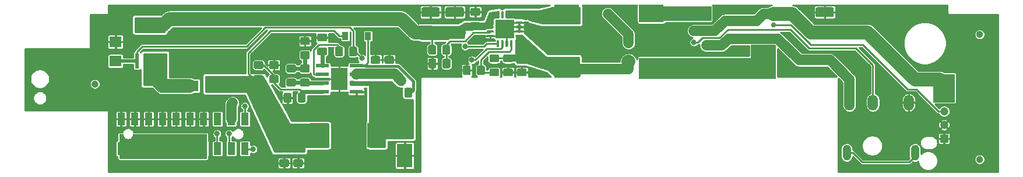
<source format=gbl>
G04 #@! TF.GenerationSoftware,KiCad,Pcbnew,(5.1.5)-3*
G04 #@! TF.CreationDate,2020-06-07T00:53:48-04:00*
G04 #@! TF.ProjectId,PowerBoth,506f7765-7242-46f7-9468-2e6b69636164,rev?*
G04 #@! TF.SameCoordinates,Original*
G04 #@! TF.FileFunction,Copper,L2,Bot*
G04 #@! TF.FilePolarity,Positive*
%FSLAX46Y46*%
G04 Gerber Fmt 4.6, Leading zero omitted, Abs format (unit mm)*
G04 Created by KiCad (PCBNEW (5.1.5)-3) date 2020-06-07 00:53:48*
%MOMM*%
%LPD*%
G04 APERTURE LIST*
%ADD10R,2.700000X2.700000*%
%ADD11C,0.100000*%
%ADD12C,0.908000*%
%ADD13R,3.606800X2.641600*%
%ADD14O,1.500000X2.300000*%
%ADD15O,1.200000X2.300000*%
%ADD16C,1.200000*%
%ADD17R,1.200000X1.200000*%
%ADD18R,0.900000X1.200000*%
%ADD19R,2.300000X3.500000*%
%ADD20R,2.700000X3.600000*%
%ADD21R,1.970000X0.600000*%
%ADD22R,2.410000X3.300000*%
%ADD23R,2.570000X1.650000*%
%ADD24R,1.120000X1.830000*%
%ADD25R,0.600000X2.200000*%
%ADD26R,1.800000X1.600000*%
%ADD27C,0.752400*%
%ADD28C,1.500000*%
%ADD29C,2.000000*%
%ADD30C,0.800000*%
%ADD31C,1.000000*%
%ADD32C,0.250000*%
%ADD33C,2.000000*%
%ADD34C,1.500000*%
%ADD35C,1.000000*%
%ADD36C,0.400000*%
%ADD37C,0.600000*%
%ADD38C,0.500000*%
%ADD39C,0.050000*%
%ADD40C,0.254000*%
G04 APERTURE END LIST*
D10*
X204000000Y-124750000D03*
G04 #@! TA.AperFunction,SMDPad,CuDef*
D11*
G36*
X203042154Y-122125843D02*
G01*
X203059142Y-122128363D01*
X203075801Y-122132535D01*
X203091971Y-122138321D01*
X203107495Y-122145664D01*
X203122226Y-122154493D01*
X203136020Y-122164723D01*
X203148745Y-122176256D01*
X203160278Y-122188981D01*
X203170508Y-122202775D01*
X203179337Y-122217506D01*
X203186680Y-122233030D01*
X203192466Y-122249200D01*
X203196638Y-122265859D01*
X203199158Y-122282847D01*
X203200001Y-122300000D01*
X203200001Y-123000000D01*
X203199158Y-123017153D01*
X203196638Y-123034141D01*
X203192466Y-123050800D01*
X203186680Y-123066970D01*
X203179337Y-123082494D01*
X203170508Y-123097225D01*
X203160278Y-123111019D01*
X203148745Y-123123744D01*
X203136020Y-123135277D01*
X203122226Y-123145507D01*
X203107495Y-123154336D01*
X203091971Y-123161679D01*
X203075801Y-123167465D01*
X203059142Y-123171637D01*
X203042154Y-123174157D01*
X203025001Y-123175000D01*
X203024999Y-123175000D01*
X203007846Y-123174157D01*
X202990858Y-123171637D01*
X202974199Y-123167465D01*
X202958029Y-123161679D01*
X202942505Y-123154336D01*
X202927774Y-123145507D01*
X202913980Y-123135277D01*
X202901255Y-123123744D01*
X202889722Y-123111019D01*
X202879492Y-123097225D01*
X202870663Y-123082494D01*
X202863320Y-123066970D01*
X202857534Y-123050800D01*
X202853362Y-123034141D01*
X202850842Y-123017153D01*
X202849999Y-123000000D01*
X202849999Y-122300000D01*
X202850842Y-122282847D01*
X202853362Y-122265859D01*
X202857534Y-122249200D01*
X202863320Y-122233030D01*
X202870663Y-122217506D01*
X202879492Y-122202775D01*
X202889722Y-122188981D01*
X202901255Y-122176256D01*
X202913980Y-122164723D01*
X202927774Y-122154493D01*
X202942505Y-122145664D01*
X202958029Y-122138321D01*
X202974199Y-122132535D01*
X202990858Y-122128363D01*
X203007846Y-122125843D01*
X203024999Y-122125000D01*
X203025001Y-122125000D01*
X203042154Y-122125843D01*
G37*
G04 #@! TD.AperFunction*
G04 #@! TA.AperFunction,SMDPad,CuDef*
G36*
X203692154Y-122125843D02*
G01*
X203709142Y-122128363D01*
X203725801Y-122132535D01*
X203741971Y-122138321D01*
X203757495Y-122145664D01*
X203772226Y-122154493D01*
X203786020Y-122164723D01*
X203798745Y-122176256D01*
X203810278Y-122188981D01*
X203820508Y-122202775D01*
X203829337Y-122217506D01*
X203836680Y-122233030D01*
X203842466Y-122249200D01*
X203846638Y-122265859D01*
X203849158Y-122282847D01*
X203850001Y-122300000D01*
X203850001Y-123000000D01*
X203849158Y-123017153D01*
X203846638Y-123034141D01*
X203842466Y-123050800D01*
X203836680Y-123066970D01*
X203829337Y-123082494D01*
X203820508Y-123097225D01*
X203810278Y-123111019D01*
X203798745Y-123123744D01*
X203786020Y-123135277D01*
X203772226Y-123145507D01*
X203757495Y-123154336D01*
X203741971Y-123161679D01*
X203725801Y-123167465D01*
X203709142Y-123171637D01*
X203692154Y-123174157D01*
X203675001Y-123175000D01*
X203674999Y-123175000D01*
X203657846Y-123174157D01*
X203640858Y-123171637D01*
X203624199Y-123167465D01*
X203608029Y-123161679D01*
X203592505Y-123154336D01*
X203577774Y-123145507D01*
X203563980Y-123135277D01*
X203551255Y-123123744D01*
X203539722Y-123111019D01*
X203529492Y-123097225D01*
X203520663Y-123082494D01*
X203513320Y-123066970D01*
X203507534Y-123050800D01*
X203503362Y-123034141D01*
X203500842Y-123017153D01*
X203499999Y-123000000D01*
X203499999Y-122300000D01*
X203500842Y-122282847D01*
X203503362Y-122265859D01*
X203507534Y-122249200D01*
X203513320Y-122233030D01*
X203520663Y-122217506D01*
X203529492Y-122202775D01*
X203539722Y-122188981D01*
X203551255Y-122176256D01*
X203563980Y-122164723D01*
X203577774Y-122154493D01*
X203592505Y-122145664D01*
X203608029Y-122138321D01*
X203624199Y-122132535D01*
X203640858Y-122128363D01*
X203657846Y-122125843D01*
X203674999Y-122125000D01*
X203675001Y-122125000D01*
X203692154Y-122125843D01*
G37*
G04 #@! TD.AperFunction*
G04 #@! TA.AperFunction,SMDPad,CuDef*
G36*
X204342154Y-122125843D02*
G01*
X204359142Y-122128363D01*
X204375801Y-122132535D01*
X204391971Y-122138321D01*
X204407495Y-122145664D01*
X204422226Y-122154493D01*
X204436020Y-122164723D01*
X204448745Y-122176256D01*
X204460278Y-122188981D01*
X204470508Y-122202775D01*
X204479337Y-122217506D01*
X204486680Y-122233030D01*
X204492466Y-122249200D01*
X204496638Y-122265859D01*
X204499158Y-122282847D01*
X204500001Y-122300000D01*
X204500001Y-123000000D01*
X204499158Y-123017153D01*
X204496638Y-123034141D01*
X204492466Y-123050800D01*
X204486680Y-123066970D01*
X204479337Y-123082494D01*
X204470508Y-123097225D01*
X204460278Y-123111019D01*
X204448745Y-123123744D01*
X204436020Y-123135277D01*
X204422226Y-123145507D01*
X204407495Y-123154336D01*
X204391971Y-123161679D01*
X204375801Y-123167465D01*
X204359142Y-123171637D01*
X204342154Y-123174157D01*
X204325001Y-123175000D01*
X204324999Y-123175000D01*
X204307846Y-123174157D01*
X204290858Y-123171637D01*
X204274199Y-123167465D01*
X204258029Y-123161679D01*
X204242505Y-123154336D01*
X204227774Y-123145507D01*
X204213980Y-123135277D01*
X204201255Y-123123744D01*
X204189722Y-123111019D01*
X204179492Y-123097225D01*
X204170663Y-123082494D01*
X204163320Y-123066970D01*
X204157534Y-123050800D01*
X204153362Y-123034141D01*
X204150842Y-123017153D01*
X204149999Y-123000000D01*
X204149999Y-122300000D01*
X204150842Y-122282847D01*
X204153362Y-122265859D01*
X204157534Y-122249200D01*
X204163320Y-122233030D01*
X204170663Y-122217506D01*
X204179492Y-122202775D01*
X204189722Y-122188981D01*
X204201255Y-122176256D01*
X204213980Y-122164723D01*
X204227774Y-122154493D01*
X204242505Y-122145664D01*
X204258029Y-122138321D01*
X204274199Y-122132535D01*
X204290858Y-122128363D01*
X204307846Y-122125843D01*
X204324999Y-122125000D01*
X204325001Y-122125000D01*
X204342154Y-122125843D01*
G37*
G04 #@! TD.AperFunction*
G04 #@! TA.AperFunction,SMDPad,CuDef*
G36*
X204992154Y-122125843D02*
G01*
X205009142Y-122128363D01*
X205025801Y-122132535D01*
X205041971Y-122138321D01*
X205057495Y-122145664D01*
X205072226Y-122154493D01*
X205086020Y-122164723D01*
X205098745Y-122176256D01*
X205110278Y-122188981D01*
X205120508Y-122202775D01*
X205129337Y-122217506D01*
X205136680Y-122233030D01*
X205142466Y-122249200D01*
X205146638Y-122265859D01*
X205149158Y-122282847D01*
X205150001Y-122300000D01*
X205150001Y-123000000D01*
X205149158Y-123017153D01*
X205146638Y-123034141D01*
X205142466Y-123050800D01*
X205136680Y-123066970D01*
X205129337Y-123082494D01*
X205120508Y-123097225D01*
X205110278Y-123111019D01*
X205098745Y-123123744D01*
X205086020Y-123135277D01*
X205072226Y-123145507D01*
X205057495Y-123154336D01*
X205041971Y-123161679D01*
X205025801Y-123167465D01*
X205009142Y-123171637D01*
X204992154Y-123174157D01*
X204975001Y-123175000D01*
X204974999Y-123175000D01*
X204957846Y-123174157D01*
X204940858Y-123171637D01*
X204924199Y-123167465D01*
X204908029Y-123161679D01*
X204892505Y-123154336D01*
X204877774Y-123145507D01*
X204863980Y-123135277D01*
X204851255Y-123123744D01*
X204839722Y-123111019D01*
X204829492Y-123097225D01*
X204820663Y-123082494D01*
X204813320Y-123066970D01*
X204807534Y-123050800D01*
X204803362Y-123034141D01*
X204800842Y-123017153D01*
X204799999Y-123000000D01*
X204799999Y-122300000D01*
X204800842Y-122282847D01*
X204803362Y-122265859D01*
X204807534Y-122249200D01*
X204813320Y-122233030D01*
X204820663Y-122217506D01*
X204829492Y-122202775D01*
X204839722Y-122188981D01*
X204851255Y-122176256D01*
X204863980Y-122164723D01*
X204877774Y-122154493D01*
X204892505Y-122145664D01*
X204908029Y-122138321D01*
X204924199Y-122132535D01*
X204940858Y-122128363D01*
X204957846Y-122125843D01*
X204974999Y-122125000D01*
X204975001Y-122125000D01*
X204992154Y-122125843D01*
G37*
G04 #@! TD.AperFunction*
G04 #@! TA.AperFunction,SMDPad,CuDef*
G36*
X206467153Y-123600842D02*
G01*
X206484141Y-123603362D01*
X206500800Y-123607534D01*
X206516970Y-123613320D01*
X206532494Y-123620663D01*
X206547225Y-123629492D01*
X206561019Y-123639722D01*
X206573744Y-123651255D01*
X206585277Y-123663980D01*
X206595507Y-123677774D01*
X206604336Y-123692505D01*
X206611679Y-123708029D01*
X206617465Y-123724199D01*
X206621637Y-123740858D01*
X206624157Y-123757846D01*
X206625000Y-123774999D01*
X206625000Y-123775001D01*
X206624157Y-123792154D01*
X206621637Y-123809142D01*
X206617465Y-123825801D01*
X206611679Y-123841971D01*
X206604336Y-123857495D01*
X206595507Y-123872226D01*
X206585277Y-123886020D01*
X206573744Y-123898745D01*
X206561019Y-123910278D01*
X206547225Y-123920508D01*
X206532494Y-123929337D01*
X206516970Y-123936680D01*
X206500800Y-123942466D01*
X206484141Y-123946638D01*
X206467153Y-123949158D01*
X206450000Y-123950001D01*
X205750000Y-123950001D01*
X205732847Y-123949158D01*
X205715859Y-123946638D01*
X205699200Y-123942466D01*
X205683030Y-123936680D01*
X205667506Y-123929337D01*
X205652775Y-123920508D01*
X205638981Y-123910278D01*
X205626256Y-123898745D01*
X205614723Y-123886020D01*
X205604493Y-123872226D01*
X205595664Y-123857495D01*
X205588321Y-123841971D01*
X205582535Y-123825801D01*
X205578363Y-123809142D01*
X205575843Y-123792154D01*
X205575000Y-123775001D01*
X205575000Y-123774999D01*
X205575843Y-123757846D01*
X205578363Y-123740858D01*
X205582535Y-123724199D01*
X205588321Y-123708029D01*
X205595664Y-123692505D01*
X205604493Y-123677774D01*
X205614723Y-123663980D01*
X205626256Y-123651255D01*
X205638981Y-123639722D01*
X205652775Y-123629492D01*
X205667506Y-123620663D01*
X205683030Y-123613320D01*
X205699200Y-123607534D01*
X205715859Y-123603362D01*
X205732847Y-123600842D01*
X205750000Y-123599999D01*
X206450000Y-123599999D01*
X206467153Y-123600842D01*
G37*
G04 #@! TD.AperFunction*
G04 #@! TA.AperFunction,SMDPad,CuDef*
G36*
X206467153Y-124250842D02*
G01*
X206484141Y-124253362D01*
X206500800Y-124257534D01*
X206516970Y-124263320D01*
X206532494Y-124270663D01*
X206547225Y-124279492D01*
X206561019Y-124289722D01*
X206573744Y-124301255D01*
X206585277Y-124313980D01*
X206595507Y-124327774D01*
X206604336Y-124342505D01*
X206611679Y-124358029D01*
X206617465Y-124374199D01*
X206621637Y-124390858D01*
X206624157Y-124407846D01*
X206625000Y-124424999D01*
X206625000Y-124425001D01*
X206624157Y-124442154D01*
X206621637Y-124459142D01*
X206617465Y-124475801D01*
X206611679Y-124491971D01*
X206604336Y-124507495D01*
X206595507Y-124522226D01*
X206585277Y-124536020D01*
X206573744Y-124548745D01*
X206561019Y-124560278D01*
X206547225Y-124570508D01*
X206532494Y-124579337D01*
X206516970Y-124586680D01*
X206500800Y-124592466D01*
X206484141Y-124596638D01*
X206467153Y-124599158D01*
X206450000Y-124600001D01*
X205750000Y-124600001D01*
X205732847Y-124599158D01*
X205715859Y-124596638D01*
X205699200Y-124592466D01*
X205683030Y-124586680D01*
X205667506Y-124579337D01*
X205652775Y-124570508D01*
X205638981Y-124560278D01*
X205626256Y-124548745D01*
X205614723Y-124536020D01*
X205604493Y-124522226D01*
X205595664Y-124507495D01*
X205588321Y-124491971D01*
X205582535Y-124475801D01*
X205578363Y-124459142D01*
X205575843Y-124442154D01*
X205575000Y-124425001D01*
X205575000Y-124424999D01*
X205575843Y-124407846D01*
X205578363Y-124390858D01*
X205582535Y-124374199D01*
X205588321Y-124358029D01*
X205595664Y-124342505D01*
X205604493Y-124327774D01*
X205614723Y-124313980D01*
X205626256Y-124301255D01*
X205638981Y-124289722D01*
X205652775Y-124279492D01*
X205667506Y-124270663D01*
X205683030Y-124263320D01*
X205699200Y-124257534D01*
X205715859Y-124253362D01*
X205732847Y-124250842D01*
X205750000Y-124249999D01*
X206450000Y-124249999D01*
X206467153Y-124250842D01*
G37*
G04 #@! TD.AperFunction*
G04 #@! TA.AperFunction,SMDPad,CuDef*
G36*
X206467153Y-124900842D02*
G01*
X206484141Y-124903362D01*
X206500800Y-124907534D01*
X206516970Y-124913320D01*
X206532494Y-124920663D01*
X206547225Y-124929492D01*
X206561019Y-124939722D01*
X206573744Y-124951255D01*
X206585277Y-124963980D01*
X206595507Y-124977774D01*
X206604336Y-124992505D01*
X206611679Y-125008029D01*
X206617465Y-125024199D01*
X206621637Y-125040858D01*
X206624157Y-125057846D01*
X206625000Y-125074999D01*
X206625000Y-125075001D01*
X206624157Y-125092154D01*
X206621637Y-125109142D01*
X206617465Y-125125801D01*
X206611679Y-125141971D01*
X206604336Y-125157495D01*
X206595507Y-125172226D01*
X206585277Y-125186020D01*
X206573744Y-125198745D01*
X206561019Y-125210278D01*
X206547225Y-125220508D01*
X206532494Y-125229337D01*
X206516970Y-125236680D01*
X206500800Y-125242466D01*
X206484141Y-125246638D01*
X206467153Y-125249158D01*
X206450000Y-125250001D01*
X205750000Y-125250001D01*
X205732847Y-125249158D01*
X205715859Y-125246638D01*
X205699200Y-125242466D01*
X205683030Y-125236680D01*
X205667506Y-125229337D01*
X205652775Y-125220508D01*
X205638981Y-125210278D01*
X205626256Y-125198745D01*
X205614723Y-125186020D01*
X205604493Y-125172226D01*
X205595664Y-125157495D01*
X205588321Y-125141971D01*
X205582535Y-125125801D01*
X205578363Y-125109142D01*
X205575843Y-125092154D01*
X205575000Y-125075001D01*
X205575000Y-125074999D01*
X205575843Y-125057846D01*
X205578363Y-125040858D01*
X205582535Y-125024199D01*
X205588321Y-125008029D01*
X205595664Y-124992505D01*
X205604493Y-124977774D01*
X205614723Y-124963980D01*
X205626256Y-124951255D01*
X205638981Y-124939722D01*
X205652775Y-124929492D01*
X205667506Y-124920663D01*
X205683030Y-124913320D01*
X205699200Y-124907534D01*
X205715859Y-124903362D01*
X205732847Y-124900842D01*
X205750000Y-124899999D01*
X206450000Y-124899999D01*
X206467153Y-124900842D01*
G37*
G04 #@! TD.AperFunction*
G04 #@! TA.AperFunction,SMDPad,CuDef*
G36*
X206467153Y-125550842D02*
G01*
X206484141Y-125553362D01*
X206500800Y-125557534D01*
X206516970Y-125563320D01*
X206532494Y-125570663D01*
X206547225Y-125579492D01*
X206561019Y-125589722D01*
X206573744Y-125601255D01*
X206585277Y-125613980D01*
X206595507Y-125627774D01*
X206604336Y-125642505D01*
X206611679Y-125658029D01*
X206617465Y-125674199D01*
X206621637Y-125690858D01*
X206624157Y-125707846D01*
X206625000Y-125724999D01*
X206625000Y-125725001D01*
X206624157Y-125742154D01*
X206621637Y-125759142D01*
X206617465Y-125775801D01*
X206611679Y-125791971D01*
X206604336Y-125807495D01*
X206595507Y-125822226D01*
X206585277Y-125836020D01*
X206573744Y-125848745D01*
X206561019Y-125860278D01*
X206547225Y-125870508D01*
X206532494Y-125879337D01*
X206516970Y-125886680D01*
X206500800Y-125892466D01*
X206484141Y-125896638D01*
X206467153Y-125899158D01*
X206450000Y-125900001D01*
X205750000Y-125900001D01*
X205732847Y-125899158D01*
X205715859Y-125896638D01*
X205699200Y-125892466D01*
X205683030Y-125886680D01*
X205667506Y-125879337D01*
X205652775Y-125870508D01*
X205638981Y-125860278D01*
X205626256Y-125848745D01*
X205614723Y-125836020D01*
X205604493Y-125822226D01*
X205595664Y-125807495D01*
X205588321Y-125791971D01*
X205582535Y-125775801D01*
X205578363Y-125759142D01*
X205575843Y-125742154D01*
X205575000Y-125725001D01*
X205575000Y-125724999D01*
X205575843Y-125707846D01*
X205578363Y-125690858D01*
X205582535Y-125674199D01*
X205588321Y-125658029D01*
X205595664Y-125642505D01*
X205604493Y-125627774D01*
X205614723Y-125613980D01*
X205626256Y-125601255D01*
X205638981Y-125589722D01*
X205652775Y-125579492D01*
X205667506Y-125570663D01*
X205683030Y-125563320D01*
X205699200Y-125557534D01*
X205715859Y-125553362D01*
X205732847Y-125550842D01*
X205750000Y-125549999D01*
X206450000Y-125549999D01*
X206467153Y-125550842D01*
G37*
G04 #@! TD.AperFunction*
G04 #@! TA.AperFunction,SMDPad,CuDef*
G36*
X204992154Y-126325843D02*
G01*
X205009142Y-126328363D01*
X205025801Y-126332535D01*
X205041971Y-126338321D01*
X205057495Y-126345664D01*
X205072226Y-126354493D01*
X205086020Y-126364723D01*
X205098745Y-126376256D01*
X205110278Y-126388981D01*
X205120508Y-126402775D01*
X205129337Y-126417506D01*
X205136680Y-126433030D01*
X205142466Y-126449200D01*
X205146638Y-126465859D01*
X205149158Y-126482847D01*
X205150001Y-126500000D01*
X205150001Y-127200000D01*
X205149158Y-127217153D01*
X205146638Y-127234141D01*
X205142466Y-127250800D01*
X205136680Y-127266970D01*
X205129337Y-127282494D01*
X205120508Y-127297225D01*
X205110278Y-127311019D01*
X205098745Y-127323744D01*
X205086020Y-127335277D01*
X205072226Y-127345507D01*
X205057495Y-127354336D01*
X205041971Y-127361679D01*
X205025801Y-127367465D01*
X205009142Y-127371637D01*
X204992154Y-127374157D01*
X204975001Y-127375000D01*
X204974999Y-127375000D01*
X204957846Y-127374157D01*
X204940858Y-127371637D01*
X204924199Y-127367465D01*
X204908029Y-127361679D01*
X204892505Y-127354336D01*
X204877774Y-127345507D01*
X204863980Y-127335277D01*
X204851255Y-127323744D01*
X204839722Y-127311019D01*
X204829492Y-127297225D01*
X204820663Y-127282494D01*
X204813320Y-127266970D01*
X204807534Y-127250800D01*
X204803362Y-127234141D01*
X204800842Y-127217153D01*
X204799999Y-127200000D01*
X204799999Y-126500000D01*
X204800842Y-126482847D01*
X204803362Y-126465859D01*
X204807534Y-126449200D01*
X204813320Y-126433030D01*
X204820663Y-126417506D01*
X204829492Y-126402775D01*
X204839722Y-126388981D01*
X204851255Y-126376256D01*
X204863980Y-126364723D01*
X204877774Y-126354493D01*
X204892505Y-126345664D01*
X204908029Y-126338321D01*
X204924199Y-126332535D01*
X204940858Y-126328363D01*
X204957846Y-126325843D01*
X204974999Y-126325000D01*
X204975001Y-126325000D01*
X204992154Y-126325843D01*
G37*
G04 #@! TD.AperFunction*
G04 #@! TA.AperFunction,SMDPad,CuDef*
G36*
X204342154Y-126325843D02*
G01*
X204359142Y-126328363D01*
X204375801Y-126332535D01*
X204391971Y-126338321D01*
X204407495Y-126345664D01*
X204422226Y-126354493D01*
X204436020Y-126364723D01*
X204448745Y-126376256D01*
X204460278Y-126388981D01*
X204470508Y-126402775D01*
X204479337Y-126417506D01*
X204486680Y-126433030D01*
X204492466Y-126449200D01*
X204496638Y-126465859D01*
X204499158Y-126482847D01*
X204500001Y-126500000D01*
X204500001Y-127200000D01*
X204499158Y-127217153D01*
X204496638Y-127234141D01*
X204492466Y-127250800D01*
X204486680Y-127266970D01*
X204479337Y-127282494D01*
X204470508Y-127297225D01*
X204460278Y-127311019D01*
X204448745Y-127323744D01*
X204436020Y-127335277D01*
X204422226Y-127345507D01*
X204407495Y-127354336D01*
X204391971Y-127361679D01*
X204375801Y-127367465D01*
X204359142Y-127371637D01*
X204342154Y-127374157D01*
X204325001Y-127375000D01*
X204324999Y-127375000D01*
X204307846Y-127374157D01*
X204290858Y-127371637D01*
X204274199Y-127367465D01*
X204258029Y-127361679D01*
X204242505Y-127354336D01*
X204227774Y-127345507D01*
X204213980Y-127335277D01*
X204201255Y-127323744D01*
X204189722Y-127311019D01*
X204179492Y-127297225D01*
X204170663Y-127282494D01*
X204163320Y-127266970D01*
X204157534Y-127250800D01*
X204153362Y-127234141D01*
X204150842Y-127217153D01*
X204149999Y-127200000D01*
X204149999Y-126500000D01*
X204150842Y-126482847D01*
X204153362Y-126465859D01*
X204157534Y-126449200D01*
X204163320Y-126433030D01*
X204170663Y-126417506D01*
X204179492Y-126402775D01*
X204189722Y-126388981D01*
X204201255Y-126376256D01*
X204213980Y-126364723D01*
X204227774Y-126354493D01*
X204242505Y-126345664D01*
X204258029Y-126338321D01*
X204274199Y-126332535D01*
X204290858Y-126328363D01*
X204307846Y-126325843D01*
X204324999Y-126325000D01*
X204325001Y-126325000D01*
X204342154Y-126325843D01*
G37*
G04 #@! TD.AperFunction*
G04 #@! TA.AperFunction,SMDPad,CuDef*
G36*
X203692154Y-126325843D02*
G01*
X203709142Y-126328363D01*
X203725801Y-126332535D01*
X203741971Y-126338321D01*
X203757495Y-126345664D01*
X203772226Y-126354493D01*
X203786020Y-126364723D01*
X203798745Y-126376256D01*
X203810278Y-126388981D01*
X203820508Y-126402775D01*
X203829337Y-126417506D01*
X203836680Y-126433030D01*
X203842466Y-126449200D01*
X203846638Y-126465859D01*
X203849158Y-126482847D01*
X203850001Y-126500000D01*
X203850001Y-127200000D01*
X203849158Y-127217153D01*
X203846638Y-127234141D01*
X203842466Y-127250800D01*
X203836680Y-127266970D01*
X203829337Y-127282494D01*
X203820508Y-127297225D01*
X203810278Y-127311019D01*
X203798745Y-127323744D01*
X203786020Y-127335277D01*
X203772226Y-127345507D01*
X203757495Y-127354336D01*
X203741971Y-127361679D01*
X203725801Y-127367465D01*
X203709142Y-127371637D01*
X203692154Y-127374157D01*
X203675001Y-127375000D01*
X203674999Y-127375000D01*
X203657846Y-127374157D01*
X203640858Y-127371637D01*
X203624199Y-127367465D01*
X203608029Y-127361679D01*
X203592505Y-127354336D01*
X203577774Y-127345507D01*
X203563980Y-127335277D01*
X203551255Y-127323744D01*
X203539722Y-127311019D01*
X203529492Y-127297225D01*
X203520663Y-127282494D01*
X203513320Y-127266970D01*
X203507534Y-127250800D01*
X203503362Y-127234141D01*
X203500842Y-127217153D01*
X203499999Y-127200000D01*
X203499999Y-126500000D01*
X203500842Y-126482847D01*
X203503362Y-126465859D01*
X203507534Y-126449200D01*
X203513320Y-126433030D01*
X203520663Y-126417506D01*
X203529492Y-126402775D01*
X203539722Y-126388981D01*
X203551255Y-126376256D01*
X203563980Y-126364723D01*
X203577774Y-126354493D01*
X203592505Y-126345664D01*
X203608029Y-126338321D01*
X203624199Y-126332535D01*
X203640858Y-126328363D01*
X203657846Y-126325843D01*
X203674999Y-126325000D01*
X203675001Y-126325000D01*
X203692154Y-126325843D01*
G37*
G04 #@! TD.AperFunction*
G04 #@! TA.AperFunction,SMDPad,CuDef*
G36*
X203042154Y-126325843D02*
G01*
X203059142Y-126328363D01*
X203075801Y-126332535D01*
X203091971Y-126338321D01*
X203107495Y-126345664D01*
X203122226Y-126354493D01*
X203136020Y-126364723D01*
X203148745Y-126376256D01*
X203160278Y-126388981D01*
X203170508Y-126402775D01*
X203179337Y-126417506D01*
X203186680Y-126433030D01*
X203192466Y-126449200D01*
X203196638Y-126465859D01*
X203199158Y-126482847D01*
X203200001Y-126500000D01*
X203200001Y-127200000D01*
X203199158Y-127217153D01*
X203196638Y-127234141D01*
X203192466Y-127250800D01*
X203186680Y-127266970D01*
X203179337Y-127282494D01*
X203170508Y-127297225D01*
X203160278Y-127311019D01*
X203148745Y-127323744D01*
X203136020Y-127335277D01*
X203122226Y-127345507D01*
X203107495Y-127354336D01*
X203091971Y-127361679D01*
X203075801Y-127367465D01*
X203059142Y-127371637D01*
X203042154Y-127374157D01*
X203025001Y-127375000D01*
X203024999Y-127375000D01*
X203007846Y-127374157D01*
X202990858Y-127371637D01*
X202974199Y-127367465D01*
X202958029Y-127361679D01*
X202942505Y-127354336D01*
X202927774Y-127345507D01*
X202913980Y-127335277D01*
X202901255Y-127323744D01*
X202889722Y-127311019D01*
X202879492Y-127297225D01*
X202870663Y-127282494D01*
X202863320Y-127266970D01*
X202857534Y-127250800D01*
X202853362Y-127234141D01*
X202850842Y-127217153D01*
X202849999Y-127200000D01*
X202849999Y-126500000D01*
X202850842Y-126482847D01*
X202853362Y-126465859D01*
X202857534Y-126449200D01*
X202863320Y-126433030D01*
X202870663Y-126417506D01*
X202879492Y-126402775D01*
X202889722Y-126388981D01*
X202901255Y-126376256D01*
X202913980Y-126364723D01*
X202927774Y-126354493D01*
X202942505Y-126345664D01*
X202958029Y-126338321D01*
X202974199Y-126332535D01*
X202990858Y-126328363D01*
X203007846Y-126325843D01*
X203024999Y-126325000D01*
X203025001Y-126325000D01*
X203042154Y-126325843D01*
G37*
G04 #@! TD.AperFunction*
G04 #@! TA.AperFunction,SMDPad,CuDef*
G36*
X202267153Y-125550842D02*
G01*
X202284141Y-125553362D01*
X202300800Y-125557534D01*
X202316970Y-125563320D01*
X202332494Y-125570663D01*
X202347225Y-125579492D01*
X202361019Y-125589722D01*
X202373744Y-125601255D01*
X202385277Y-125613980D01*
X202395507Y-125627774D01*
X202404336Y-125642505D01*
X202411679Y-125658029D01*
X202417465Y-125674199D01*
X202421637Y-125690858D01*
X202424157Y-125707846D01*
X202425000Y-125724999D01*
X202425000Y-125725001D01*
X202424157Y-125742154D01*
X202421637Y-125759142D01*
X202417465Y-125775801D01*
X202411679Y-125791971D01*
X202404336Y-125807495D01*
X202395507Y-125822226D01*
X202385277Y-125836020D01*
X202373744Y-125848745D01*
X202361019Y-125860278D01*
X202347225Y-125870508D01*
X202332494Y-125879337D01*
X202316970Y-125886680D01*
X202300800Y-125892466D01*
X202284141Y-125896638D01*
X202267153Y-125899158D01*
X202250000Y-125900001D01*
X201550000Y-125900001D01*
X201532847Y-125899158D01*
X201515859Y-125896638D01*
X201499200Y-125892466D01*
X201483030Y-125886680D01*
X201467506Y-125879337D01*
X201452775Y-125870508D01*
X201438981Y-125860278D01*
X201426256Y-125848745D01*
X201414723Y-125836020D01*
X201404493Y-125822226D01*
X201395664Y-125807495D01*
X201388321Y-125791971D01*
X201382535Y-125775801D01*
X201378363Y-125759142D01*
X201375843Y-125742154D01*
X201375000Y-125725001D01*
X201375000Y-125724999D01*
X201375843Y-125707846D01*
X201378363Y-125690858D01*
X201382535Y-125674199D01*
X201388321Y-125658029D01*
X201395664Y-125642505D01*
X201404493Y-125627774D01*
X201414723Y-125613980D01*
X201426256Y-125601255D01*
X201438981Y-125589722D01*
X201452775Y-125579492D01*
X201467506Y-125570663D01*
X201483030Y-125563320D01*
X201499200Y-125557534D01*
X201515859Y-125553362D01*
X201532847Y-125550842D01*
X201550000Y-125549999D01*
X202250000Y-125549999D01*
X202267153Y-125550842D01*
G37*
G04 #@! TD.AperFunction*
G04 #@! TA.AperFunction,SMDPad,CuDef*
G36*
X202267153Y-124900842D02*
G01*
X202284141Y-124903362D01*
X202300800Y-124907534D01*
X202316970Y-124913320D01*
X202332494Y-124920663D01*
X202347225Y-124929492D01*
X202361019Y-124939722D01*
X202373744Y-124951255D01*
X202385277Y-124963980D01*
X202395507Y-124977774D01*
X202404336Y-124992505D01*
X202411679Y-125008029D01*
X202417465Y-125024199D01*
X202421637Y-125040858D01*
X202424157Y-125057846D01*
X202425000Y-125074999D01*
X202425000Y-125075001D01*
X202424157Y-125092154D01*
X202421637Y-125109142D01*
X202417465Y-125125801D01*
X202411679Y-125141971D01*
X202404336Y-125157495D01*
X202395507Y-125172226D01*
X202385277Y-125186020D01*
X202373744Y-125198745D01*
X202361019Y-125210278D01*
X202347225Y-125220508D01*
X202332494Y-125229337D01*
X202316970Y-125236680D01*
X202300800Y-125242466D01*
X202284141Y-125246638D01*
X202267153Y-125249158D01*
X202250000Y-125250001D01*
X201550000Y-125250001D01*
X201532847Y-125249158D01*
X201515859Y-125246638D01*
X201499200Y-125242466D01*
X201483030Y-125236680D01*
X201467506Y-125229337D01*
X201452775Y-125220508D01*
X201438981Y-125210278D01*
X201426256Y-125198745D01*
X201414723Y-125186020D01*
X201404493Y-125172226D01*
X201395664Y-125157495D01*
X201388321Y-125141971D01*
X201382535Y-125125801D01*
X201378363Y-125109142D01*
X201375843Y-125092154D01*
X201375000Y-125075001D01*
X201375000Y-125074999D01*
X201375843Y-125057846D01*
X201378363Y-125040858D01*
X201382535Y-125024199D01*
X201388321Y-125008029D01*
X201395664Y-124992505D01*
X201404493Y-124977774D01*
X201414723Y-124963980D01*
X201426256Y-124951255D01*
X201438981Y-124939722D01*
X201452775Y-124929492D01*
X201467506Y-124920663D01*
X201483030Y-124913320D01*
X201499200Y-124907534D01*
X201515859Y-124903362D01*
X201532847Y-124900842D01*
X201550000Y-124899999D01*
X202250000Y-124899999D01*
X202267153Y-124900842D01*
G37*
G04 #@! TD.AperFunction*
G04 #@! TA.AperFunction,SMDPad,CuDef*
G36*
X202267153Y-124250842D02*
G01*
X202284141Y-124253362D01*
X202300800Y-124257534D01*
X202316970Y-124263320D01*
X202332494Y-124270663D01*
X202347225Y-124279492D01*
X202361019Y-124289722D01*
X202373744Y-124301255D01*
X202385277Y-124313980D01*
X202395507Y-124327774D01*
X202404336Y-124342505D01*
X202411679Y-124358029D01*
X202417465Y-124374199D01*
X202421637Y-124390858D01*
X202424157Y-124407846D01*
X202425000Y-124424999D01*
X202425000Y-124425001D01*
X202424157Y-124442154D01*
X202421637Y-124459142D01*
X202417465Y-124475801D01*
X202411679Y-124491971D01*
X202404336Y-124507495D01*
X202395507Y-124522226D01*
X202385277Y-124536020D01*
X202373744Y-124548745D01*
X202361019Y-124560278D01*
X202347225Y-124570508D01*
X202332494Y-124579337D01*
X202316970Y-124586680D01*
X202300800Y-124592466D01*
X202284141Y-124596638D01*
X202267153Y-124599158D01*
X202250000Y-124600001D01*
X201550000Y-124600001D01*
X201532847Y-124599158D01*
X201515859Y-124596638D01*
X201499200Y-124592466D01*
X201483030Y-124586680D01*
X201467506Y-124579337D01*
X201452775Y-124570508D01*
X201438981Y-124560278D01*
X201426256Y-124548745D01*
X201414723Y-124536020D01*
X201404493Y-124522226D01*
X201395664Y-124507495D01*
X201388321Y-124491971D01*
X201382535Y-124475801D01*
X201378363Y-124459142D01*
X201375843Y-124442154D01*
X201375000Y-124425001D01*
X201375000Y-124424999D01*
X201375843Y-124407846D01*
X201378363Y-124390858D01*
X201382535Y-124374199D01*
X201388321Y-124358029D01*
X201395664Y-124342505D01*
X201404493Y-124327774D01*
X201414723Y-124313980D01*
X201426256Y-124301255D01*
X201438981Y-124289722D01*
X201452775Y-124279492D01*
X201467506Y-124270663D01*
X201483030Y-124263320D01*
X201499200Y-124257534D01*
X201515859Y-124253362D01*
X201532847Y-124250842D01*
X201550000Y-124249999D01*
X202250000Y-124249999D01*
X202267153Y-124250842D01*
G37*
G04 #@! TD.AperFunction*
G04 #@! TA.AperFunction,SMDPad,CuDef*
G36*
X202267153Y-123600842D02*
G01*
X202284141Y-123603362D01*
X202300800Y-123607534D01*
X202316970Y-123613320D01*
X202332494Y-123620663D01*
X202347225Y-123629492D01*
X202361019Y-123639722D01*
X202373744Y-123651255D01*
X202385277Y-123663980D01*
X202395507Y-123677774D01*
X202404336Y-123692505D01*
X202411679Y-123708029D01*
X202417465Y-123724199D01*
X202421637Y-123740858D01*
X202424157Y-123757846D01*
X202425000Y-123774999D01*
X202425000Y-123775001D01*
X202424157Y-123792154D01*
X202421637Y-123809142D01*
X202417465Y-123825801D01*
X202411679Y-123841971D01*
X202404336Y-123857495D01*
X202395507Y-123872226D01*
X202385277Y-123886020D01*
X202373744Y-123898745D01*
X202361019Y-123910278D01*
X202347225Y-123920508D01*
X202332494Y-123929337D01*
X202316970Y-123936680D01*
X202300800Y-123942466D01*
X202284141Y-123946638D01*
X202267153Y-123949158D01*
X202250000Y-123950001D01*
X201550000Y-123950001D01*
X201532847Y-123949158D01*
X201515859Y-123946638D01*
X201499200Y-123942466D01*
X201483030Y-123936680D01*
X201467506Y-123929337D01*
X201452775Y-123920508D01*
X201438981Y-123910278D01*
X201426256Y-123898745D01*
X201414723Y-123886020D01*
X201404493Y-123872226D01*
X201395664Y-123857495D01*
X201388321Y-123841971D01*
X201382535Y-123825801D01*
X201378363Y-123809142D01*
X201375843Y-123792154D01*
X201375000Y-123775001D01*
X201375000Y-123774999D01*
X201375843Y-123757846D01*
X201378363Y-123740858D01*
X201382535Y-123724199D01*
X201388321Y-123708029D01*
X201395664Y-123692505D01*
X201404493Y-123677774D01*
X201414723Y-123663980D01*
X201426256Y-123651255D01*
X201438981Y-123639722D01*
X201452775Y-123629492D01*
X201467506Y-123620663D01*
X201483030Y-123613320D01*
X201499200Y-123607534D01*
X201515859Y-123603362D01*
X201532847Y-123600842D01*
X201550000Y-123599999D01*
X202250000Y-123599999D01*
X202267153Y-123600842D01*
G37*
G04 #@! TD.AperFunction*
D12*
X204000000Y-124750000D03*
X203100000Y-123850000D03*
X203100000Y-125650000D03*
X204900000Y-125650000D03*
X204900000Y-123850000D03*
D13*
X225300125Y-130477299D03*
X225300125Y-122425499D03*
D14*
X262700125Y-135451399D03*
X257500125Y-135451399D03*
X254100125Y-135451399D03*
D15*
X253700125Y-142751399D03*
X263600125Y-142751399D03*
D16*
X267836415Y-132718709D03*
X267836415Y-134718709D03*
X267836415Y-136718709D03*
X267836415Y-138718709D03*
D17*
X267836415Y-140718709D03*
G04 #@! TA.AperFunction,SMDPad,CuDef*
D11*
G36*
X251599504Y-121551204D02*
G01*
X251623773Y-121554804D01*
X251647571Y-121560765D01*
X251670671Y-121569030D01*
X251692849Y-121579520D01*
X251713893Y-121592133D01*
X251733598Y-121606747D01*
X251751777Y-121623223D01*
X251768253Y-121641402D01*
X251782867Y-121661107D01*
X251795480Y-121682151D01*
X251805970Y-121704329D01*
X251814235Y-121727429D01*
X251820196Y-121751227D01*
X251823796Y-121775496D01*
X251825000Y-121800000D01*
X251825000Y-122725000D01*
X251823796Y-122749504D01*
X251820196Y-122773773D01*
X251814235Y-122797571D01*
X251805970Y-122820671D01*
X251795480Y-122842849D01*
X251782867Y-122863893D01*
X251768253Y-122883598D01*
X251751777Y-122901777D01*
X251733598Y-122918253D01*
X251713893Y-122932867D01*
X251692849Y-122945480D01*
X251670671Y-122955970D01*
X251647571Y-122964235D01*
X251623773Y-122970196D01*
X251599504Y-122973796D01*
X251575000Y-122975000D01*
X249425000Y-122975000D01*
X249400496Y-122973796D01*
X249376227Y-122970196D01*
X249352429Y-122964235D01*
X249329329Y-122955970D01*
X249307151Y-122945480D01*
X249286107Y-122932867D01*
X249266402Y-122918253D01*
X249248223Y-122901777D01*
X249231747Y-122883598D01*
X249217133Y-122863893D01*
X249204520Y-122842849D01*
X249194030Y-122820671D01*
X249185765Y-122797571D01*
X249179804Y-122773773D01*
X249176204Y-122749504D01*
X249175000Y-122725000D01*
X249175000Y-121800000D01*
X249176204Y-121775496D01*
X249179804Y-121751227D01*
X249185765Y-121727429D01*
X249194030Y-121704329D01*
X249204520Y-121682151D01*
X249217133Y-121661107D01*
X249231747Y-121641402D01*
X249248223Y-121623223D01*
X249266402Y-121606747D01*
X249286107Y-121592133D01*
X249307151Y-121579520D01*
X249329329Y-121569030D01*
X249352429Y-121560765D01*
X249376227Y-121554804D01*
X249400496Y-121551204D01*
X249425000Y-121550000D01*
X251575000Y-121550000D01*
X251599504Y-121551204D01*
G37*
G04 #@! TD.AperFunction*
G04 #@! TA.AperFunction,SMDPad,CuDef*
G36*
X251599504Y-124526204D02*
G01*
X251623773Y-124529804D01*
X251647571Y-124535765D01*
X251670671Y-124544030D01*
X251692849Y-124554520D01*
X251713893Y-124567133D01*
X251733598Y-124581747D01*
X251751777Y-124598223D01*
X251768253Y-124616402D01*
X251782867Y-124636107D01*
X251795480Y-124657151D01*
X251805970Y-124679329D01*
X251814235Y-124702429D01*
X251820196Y-124726227D01*
X251823796Y-124750496D01*
X251825000Y-124775000D01*
X251825000Y-125700000D01*
X251823796Y-125724504D01*
X251820196Y-125748773D01*
X251814235Y-125772571D01*
X251805970Y-125795671D01*
X251795480Y-125817849D01*
X251782867Y-125838893D01*
X251768253Y-125858598D01*
X251751777Y-125876777D01*
X251733598Y-125893253D01*
X251713893Y-125907867D01*
X251692849Y-125920480D01*
X251670671Y-125930970D01*
X251647571Y-125939235D01*
X251623773Y-125945196D01*
X251599504Y-125948796D01*
X251575000Y-125950000D01*
X249425000Y-125950000D01*
X249400496Y-125948796D01*
X249376227Y-125945196D01*
X249352429Y-125939235D01*
X249329329Y-125930970D01*
X249307151Y-125920480D01*
X249286107Y-125907867D01*
X249266402Y-125893253D01*
X249248223Y-125876777D01*
X249231747Y-125858598D01*
X249217133Y-125838893D01*
X249204520Y-125817849D01*
X249194030Y-125795671D01*
X249185765Y-125772571D01*
X249179804Y-125748773D01*
X249176204Y-125724504D01*
X249175000Y-125700000D01*
X249175000Y-124775000D01*
X249176204Y-124750496D01*
X249179804Y-124726227D01*
X249185765Y-124702429D01*
X249194030Y-124679329D01*
X249204520Y-124657151D01*
X249217133Y-124636107D01*
X249231747Y-124616402D01*
X249248223Y-124598223D01*
X249266402Y-124581747D01*
X249286107Y-124567133D01*
X249307151Y-124554520D01*
X249329329Y-124544030D01*
X249352429Y-124535765D01*
X249376227Y-124529804D01*
X249400496Y-124526204D01*
X249425000Y-124525000D01*
X251575000Y-124525000D01*
X251599504Y-124526204D01*
G37*
G04 #@! TD.AperFunction*
G04 #@! TA.AperFunction,SMDPad,CuDef*
G36*
X190374505Y-133301204D02*
G01*
X190398773Y-133304804D01*
X190422572Y-133310765D01*
X190445671Y-133319030D01*
X190467850Y-133329520D01*
X190488893Y-133342132D01*
X190508599Y-133356747D01*
X190526777Y-133373223D01*
X190543253Y-133391401D01*
X190557868Y-133411107D01*
X190570480Y-133432150D01*
X190580970Y-133454329D01*
X190589235Y-133477428D01*
X190595196Y-133501227D01*
X190598796Y-133525495D01*
X190600000Y-133549999D01*
X190600000Y-134450001D01*
X190598796Y-134474505D01*
X190595196Y-134498773D01*
X190589235Y-134522572D01*
X190580970Y-134545671D01*
X190570480Y-134567850D01*
X190557868Y-134588893D01*
X190543253Y-134608599D01*
X190526777Y-134626777D01*
X190508599Y-134643253D01*
X190488893Y-134657868D01*
X190467850Y-134670480D01*
X190445671Y-134680970D01*
X190422572Y-134689235D01*
X190398773Y-134695196D01*
X190374505Y-134698796D01*
X190350001Y-134700000D01*
X189699999Y-134700000D01*
X189675495Y-134698796D01*
X189651227Y-134695196D01*
X189627428Y-134689235D01*
X189604329Y-134680970D01*
X189582150Y-134670480D01*
X189561107Y-134657868D01*
X189541401Y-134643253D01*
X189523223Y-134626777D01*
X189506747Y-134608599D01*
X189492132Y-134588893D01*
X189479520Y-134567850D01*
X189469030Y-134545671D01*
X189460765Y-134522572D01*
X189454804Y-134498773D01*
X189451204Y-134474505D01*
X189450000Y-134450001D01*
X189450000Y-133549999D01*
X189451204Y-133525495D01*
X189454804Y-133501227D01*
X189460765Y-133477428D01*
X189469030Y-133454329D01*
X189479520Y-133432150D01*
X189492132Y-133411107D01*
X189506747Y-133391401D01*
X189523223Y-133373223D01*
X189541401Y-133356747D01*
X189561107Y-133342132D01*
X189582150Y-133329520D01*
X189604329Y-133319030D01*
X189627428Y-133310765D01*
X189651227Y-133304804D01*
X189675495Y-133301204D01*
X189699999Y-133300000D01*
X190350001Y-133300000D01*
X190374505Y-133301204D01*
G37*
G04 #@! TD.AperFunction*
G04 #@! TA.AperFunction,SMDPad,CuDef*
G36*
X188324505Y-133301204D02*
G01*
X188348773Y-133304804D01*
X188372572Y-133310765D01*
X188395671Y-133319030D01*
X188417850Y-133329520D01*
X188438893Y-133342132D01*
X188458599Y-133356747D01*
X188476777Y-133373223D01*
X188493253Y-133391401D01*
X188507868Y-133411107D01*
X188520480Y-133432150D01*
X188530970Y-133454329D01*
X188539235Y-133477428D01*
X188545196Y-133501227D01*
X188548796Y-133525495D01*
X188550000Y-133549999D01*
X188550000Y-134450001D01*
X188548796Y-134474505D01*
X188545196Y-134498773D01*
X188539235Y-134522572D01*
X188530970Y-134545671D01*
X188520480Y-134567850D01*
X188507868Y-134588893D01*
X188493253Y-134608599D01*
X188476777Y-134626777D01*
X188458599Y-134643253D01*
X188438893Y-134657868D01*
X188417850Y-134670480D01*
X188395671Y-134680970D01*
X188372572Y-134689235D01*
X188348773Y-134695196D01*
X188324505Y-134698796D01*
X188300001Y-134700000D01*
X187649999Y-134700000D01*
X187625495Y-134698796D01*
X187601227Y-134695196D01*
X187577428Y-134689235D01*
X187554329Y-134680970D01*
X187532150Y-134670480D01*
X187511107Y-134657868D01*
X187491401Y-134643253D01*
X187473223Y-134626777D01*
X187456747Y-134608599D01*
X187442132Y-134588893D01*
X187429520Y-134567850D01*
X187419030Y-134545671D01*
X187410765Y-134522572D01*
X187404804Y-134498773D01*
X187401204Y-134474505D01*
X187400000Y-134450001D01*
X187400000Y-133549999D01*
X187401204Y-133525495D01*
X187404804Y-133501227D01*
X187410765Y-133477428D01*
X187419030Y-133454329D01*
X187429520Y-133432150D01*
X187442132Y-133411107D01*
X187456747Y-133391401D01*
X187473223Y-133373223D01*
X187491401Y-133356747D01*
X187511107Y-133342132D01*
X187532150Y-133329520D01*
X187554329Y-133319030D01*
X187577428Y-133310765D01*
X187601227Y-133304804D01*
X187625495Y-133301204D01*
X187649999Y-133300000D01*
X188300001Y-133300000D01*
X188324505Y-133301204D01*
G37*
G04 #@! TD.AperFunction*
G04 #@! TA.AperFunction,SMDPad,CuDef*
G36*
X177974505Y-127426204D02*
G01*
X177998773Y-127429804D01*
X178022572Y-127435765D01*
X178045671Y-127444030D01*
X178067850Y-127454520D01*
X178088893Y-127467132D01*
X178108599Y-127481747D01*
X178126777Y-127498223D01*
X178143253Y-127516401D01*
X178157868Y-127536107D01*
X178170480Y-127557150D01*
X178180970Y-127579329D01*
X178189235Y-127602428D01*
X178195196Y-127626227D01*
X178198796Y-127650495D01*
X178200000Y-127674999D01*
X178200000Y-128325001D01*
X178198796Y-128349505D01*
X178195196Y-128373773D01*
X178189235Y-128397572D01*
X178180970Y-128420671D01*
X178170480Y-128442850D01*
X178157868Y-128463893D01*
X178143253Y-128483599D01*
X178126777Y-128501777D01*
X178108599Y-128518253D01*
X178088893Y-128532868D01*
X178067850Y-128545480D01*
X178045671Y-128555970D01*
X178022572Y-128564235D01*
X177998773Y-128570196D01*
X177974505Y-128573796D01*
X177950001Y-128575000D01*
X177049999Y-128575000D01*
X177025495Y-128573796D01*
X177001227Y-128570196D01*
X176977428Y-128564235D01*
X176954329Y-128555970D01*
X176932150Y-128545480D01*
X176911107Y-128532868D01*
X176891401Y-128518253D01*
X176873223Y-128501777D01*
X176856747Y-128483599D01*
X176842132Y-128463893D01*
X176829520Y-128442850D01*
X176819030Y-128420671D01*
X176810765Y-128397572D01*
X176804804Y-128373773D01*
X176801204Y-128349505D01*
X176800000Y-128325001D01*
X176800000Y-127674999D01*
X176801204Y-127650495D01*
X176804804Y-127626227D01*
X176810765Y-127602428D01*
X176819030Y-127579329D01*
X176829520Y-127557150D01*
X176842132Y-127536107D01*
X176856747Y-127516401D01*
X176873223Y-127498223D01*
X176891401Y-127481747D01*
X176911107Y-127467132D01*
X176932150Y-127454520D01*
X176954329Y-127444030D01*
X176977428Y-127435765D01*
X177001227Y-127429804D01*
X177025495Y-127426204D01*
X177049999Y-127425000D01*
X177950001Y-127425000D01*
X177974505Y-127426204D01*
G37*
G04 #@! TD.AperFunction*
G04 #@! TA.AperFunction,SMDPad,CuDef*
G36*
X177974505Y-125376204D02*
G01*
X177998773Y-125379804D01*
X178022572Y-125385765D01*
X178045671Y-125394030D01*
X178067850Y-125404520D01*
X178088893Y-125417132D01*
X178108599Y-125431747D01*
X178126777Y-125448223D01*
X178143253Y-125466401D01*
X178157868Y-125486107D01*
X178170480Y-125507150D01*
X178180970Y-125529329D01*
X178189235Y-125552428D01*
X178195196Y-125576227D01*
X178198796Y-125600495D01*
X178200000Y-125624999D01*
X178200000Y-126275001D01*
X178198796Y-126299505D01*
X178195196Y-126323773D01*
X178189235Y-126347572D01*
X178180970Y-126370671D01*
X178170480Y-126392850D01*
X178157868Y-126413893D01*
X178143253Y-126433599D01*
X178126777Y-126451777D01*
X178108599Y-126468253D01*
X178088893Y-126482868D01*
X178067850Y-126495480D01*
X178045671Y-126505970D01*
X178022572Y-126514235D01*
X177998773Y-126520196D01*
X177974505Y-126523796D01*
X177950001Y-126525000D01*
X177049999Y-126525000D01*
X177025495Y-126523796D01*
X177001227Y-126520196D01*
X176977428Y-126514235D01*
X176954329Y-126505970D01*
X176932150Y-126495480D01*
X176911107Y-126482868D01*
X176891401Y-126468253D01*
X176873223Y-126451777D01*
X176856747Y-126433599D01*
X176842132Y-126413893D01*
X176829520Y-126392850D01*
X176819030Y-126370671D01*
X176810765Y-126347572D01*
X176804804Y-126323773D01*
X176801204Y-126299505D01*
X176800000Y-126275001D01*
X176800000Y-125624999D01*
X176801204Y-125600495D01*
X176804804Y-125576227D01*
X176810765Y-125552428D01*
X176819030Y-125529329D01*
X176829520Y-125507150D01*
X176842132Y-125486107D01*
X176856747Y-125466401D01*
X176873223Y-125448223D01*
X176891401Y-125431747D01*
X176911107Y-125417132D01*
X176932150Y-125404520D01*
X176954329Y-125394030D01*
X176977428Y-125385765D01*
X177001227Y-125379804D01*
X177025495Y-125376204D01*
X177049999Y-125375000D01*
X177950001Y-125375000D01*
X177974505Y-125376204D01*
G37*
G04 #@! TD.AperFunction*
G04 #@! TA.AperFunction,SMDPad,CuDef*
G36*
X204974505Y-128426204D02*
G01*
X204998773Y-128429804D01*
X205022572Y-128435765D01*
X205045671Y-128444030D01*
X205067850Y-128454520D01*
X205088893Y-128467132D01*
X205108599Y-128481747D01*
X205126777Y-128498223D01*
X205143253Y-128516401D01*
X205157868Y-128536107D01*
X205170480Y-128557150D01*
X205180970Y-128579329D01*
X205189235Y-128602428D01*
X205195196Y-128626227D01*
X205198796Y-128650495D01*
X205200000Y-128674999D01*
X205200000Y-129325001D01*
X205198796Y-129349505D01*
X205195196Y-129373773D01*
X205189235Y-129397572D01*
X205180970Y-129420671D01*
X205170480Y-129442850D01*
X205157868Y-129463893D01*
X205143253Y-129483599D01*
X205126777Y-129501777D01*
X205108599Y-129518253D01*
X205088893Y-129532868D01*
X205067850Y-129545480D01*
X205045671Y-129555970D01*
X205022572Y-129564235D01*
X204998773Y-129570196D01*
X204974505Y-129573796D01*
X204950001Y-129575000D01*
X204049999Y-129575000D01*
X204025495Y-129573796D01*
X204001227Y-129570196D01*
X203977428Y-129564235D01*
X203954329Y-129555970D01*
X203932150Y-129545480D01*
X203911107Y-129532868D01*
X203891401Y-129518253D01*
X203873223Y-129501777D01*
X203856747Y-129483599D01*
X203842132Y-129463893D01*
X203829520Y-129442850D01*
X203819030Y-129420671D01*
X203810765Y-129397572D01*
X203804804Y-129373773D01*
X203801204Y-129349505D01*
X203800000Y-129325001D01*
X203800000Y-128674999D01*
X203801204Y-128650495D01*
X203804804Y-128626227D01*
X203810765Y-128602428D01*
X203819030Y-128579329D01*
X203829520Y-128557150D01*
X203842132Y-128536107D01*
X203856747Y-128516401D01*
X203873223Y-128498223D01*
X203891401Y-128481747D01*
X203911107Y-128467132D01*
X203932150Y-128454520D01*
X203954329Y-128444030D01*
X203977428Y-128435765D01*
X204001227Y-128429804D01*
X204025495Y-128426204D01*
X204049999Y-128425000D01*
X204950001Y-128425000D01*
X204974505Y-128426204D01*
G37*
G04 #@! TD.AperFunction*
G04 #@! TA.AperFunction,SMDPad,CuDef*
G36*
X204974505Y-130476204D02*
G01*
X204998773Y-130479804D01*
X205022572Y-130485765D01*
X205045671Y-130494030D01*
X205067850Y-130504520D01*
X205088893Y-130517132D01*
X205108599Y-130531747D01*
X205126777Y-130548223D01*
X205143253Y-130566401D01*
X205157868Y-130586107D01*
X205170480Y-130607150D01*
X205180970Y-130629329D01*
X205189235Y-130652428D01*
X205195196Y-130676227D01*
X205198796Y-130700495D01*
X205200000Y-130724999D01*
X205200000Y-131375001D01*
X205198796Y-131399505D01*
X205195196Y-131423773D01*
X205189235Y-131447572D01*
X205180970Y-131470671D01*
X205170480Y-131492850D01*
X205157868Y-131513893D01*
X205143253Y-131533599D01*
X205126777Y-131551777D01*
X205108599Y-131568253D01*
X205088893Y-131582868D01*
X205067850Y-131595480D01*
X205045671Y-131605970D01*
X205022572Y-131614235D01*
X204998773Y-131620196D01*
X204974505Y-131623796D01*
X204950001Y-131625000D01*
X204049999Y-131625000D01*
X204025495Y-131623796D01*
X204001227Y-131620196D01*
X203977428Y-131614235D01*
X203954329Y-131605970D01*
X203932150Y-131595480D01*
X203911107Y-131582868D01*
X203891401Y-131568253D01*
X203873223Y-131551777D01*
X203856747Y-131533599D01*
X203842132Y-131513893D01*
X203829520Y-131492850D01*
X203819030Y-131470671D01*
X203810765Y-131447572D01*
X203804804Y-131423773D01*
X203801204Y-131399505D01*
X203800000Y-131375001D01*
X203800000Y-130724999D01*
X203801204Y-130700495D01*
X203804804Y-130676227D01*
X203810765Y-130652428D01*
X203819030Y-130629329D01*
X203829520Y-130607150D01*
X203842132Y-130586107D01*
X203856747Y-130566401D01*
X203873223Y-130548223D01*
X203891401Y-130531747D01*
X203911107Y-130517132D01*
X203932150Y-130504520D01*
X203954329Y-130494030D01*
X203977428Y-130485765D01*
X204001227Y-130479804D01*
X204025495Y-130476204D01*
X204049999Y-130475000D01*
X204950001Y-130475000D01*
X204974505Y-130476204D01*
G37*
G04 #@! TD.AperFunction*
G04 #@! TA.AperFunction,SMDPad,CuDef*
G36*
X206974505Y-130476204D02*
G01*
X206998773Y-130479804D01*
X207022572Y-130485765D01*
X207045671Y-130494030D01*
X207067850Y-130504520D01*
X207088893Y-130517132D01*
X207108599Y-130531747D01*
X207126777Y-130548223D01*
X207143253Y-130566401D01*
X207157868Y-130586107D01*
X207170480Y-130607150D01*
X207180970Y-130629329D01*
X207189235Y-130652428D01*
X207195196Y-130676227D01*
X207198796Y-130700495D01*
X207200000Y-130724999D01*
X207200000Y-131375001D01*
X207198796Y-131399505D01*
X207195196Y-131423773D01*
X207189235Y-131447572D01*
X207180970Y-131470671D01*
X207170480Y-131492850D01*
X207157868Y-131513893D01*
X207143253Y-131533599D01*
X207126777Y-131551777D01*
X207108599Y-131568253D01*
X207088893Y-131582868D01*
X207067850Y-131595480D01*
X207045671Y-131605970D01*
X207022572Y-131614235D01*
X206998773Y-131620196D01*
X206974505Y-131623796D01*
X206950001Y-131625000D01*
X206049999Y-131625000D01*
X206025495Y-131623796D01*
X206001227Y-131620196D01*
X205977428Y-131614235D01*
X205954329Y-131605970D01*
X205932150Y-131595480D01*
X205911107Y-131582868D01*
X205891401Y-131568253D01*
X205873223Y-131551777D01*
X205856747Y-131533599D01*
X205842132Y-131513893D01*
X205829520Y-131492850D01*
X205819030Y-131470671D01*
X205810765Y-131447572D01*
X205804804Y-131423773D01*
X205801204Y-131399505D01*
X205800000Y-131375001D01*
X205800000Y-130724999D01*
X205801204Y-130700495D01*
X205804804Y-130676227D01*
X205810765Y-130652428D01*
X205819030Y-130629329D01*
X205829520Y-130607150D01*
X205842132Y-130586107D01*
X205856747Y-130566401D01*
X205873223Y-130548223D01*
X205891401Y-130531747D01*
X205911107Y-130517132D01*
X205932150Y-130504520D01*
X205954329Y-130494030D01*
X205977428Y-130485765D01*
X206001227Y-130479804D01*
X206025495Y-130476204D01*
X206049999Y-130475000D01*
X206950001Y-130475000D01*
X206974505Y-130476204D01*
G37*
G04 #@! TD.AperFunction*
G04 #@! TA.AperFunction,SMDPad,CuDef*
G36*
X206974505Y-128426204D02*
G01*
X206998773Y-128429804D01*
X207022572Y-128435765D01*
X207045671Y-128444030D01*
X207067850Y-128454520D01*
X207088893Y-128467132D01*
X207108599Y-128481747D01*
X207126777Y-128498223D01*
X207143253Y-128516401D01*
X207157868Y-128536107D01*
X207170480Y-128557150D01*
X207180970Y-128579329D01*
X207189235Y-128602428D01*
X207195196Y-128626227D01*
X207198796Y-128650495D01*
X207200000Y-128674999D01*
X207200000Y-129325001D01*
X207198796Y-129349505D01*
X207195196Y-129373773D01*
X207189235Y-129397572D01*
X207180970Y-129420671D01*
X207170480Y-129442850D01*
X207157868Y-129463893D01*
X207143253Y-129483599D01*
X207126777Y-129501777D01*
X207108599Y-129518253D01*
X207088893Y-129532868D01*
X207067850Y-129545480D01*
X207045671Y-129555970D01*
X207022572Y-129564235D01*
X206998773Y-129570196D01*
X206974505Y-129573796D01*
X206950001Y-129575000D01*
X206049999Y-129575000D01*
X206025495Y-129573796D01*
X206001227Y-129570196D01*
X205977428Y-129564235D01*
X205954329Y-129555970D01*
X205932150Y-129545480D01*
X205911107Y-129532868D01*
X205891401Y-129518253D01*
X205873223Y-129501777D01*
X205856747Y-129483599D01*
X205842132Y-129463893D01*
X205829520Y-129442850D01*
X205819030Y-129420671D01*
X205810765Y-129397572D01*
X205804804Y-129373773D01*
X205801204Y-129349505D01*
X205800000Y-129325001D01*
X205800000Y-128674999D01*
X205801204Y-128650495D01*
X205804804Y-128626227D01*
X205810765Y-128602428D01*
X205819030Y-128579329D01*
X205829520Y-128557150D01*
X205842132Y-128536107D01*
X205856747Y-128516401D01*
X205873223Y-128498223D01*
X205891401Y-128481747D01*
X205911107Y-128467132D01*
X205932150Y-128454520D01*
X205954329Y-128444030D01*
X205977428Y-128435765D01*
X206001227Y-128429804D01*
X206025495Y-128426204D01*
X206049999Y-128425000D01*
X206950001Y-128425000D01*
X206974505Y-128426204D01*
G37*
G04 #@! TD.AperFunction*
G04 #@! TA.AperFunction,SMDPad,CuDef*
G36*
X200224505Y-123701204D02*
G01*
X200248773Y-123704804D01*
X200272572Y-123710765D01*
X200295671Y-123719030D01*
X200317850Y-123729520D01*
X200338893Y-123742132D01*
X200358599Y-123756747D01*
X200376777Y-123773223D01*
X200393253Y-123791401D01*
X200407868Y-123811107D01*
X200420480Y-123832150D01*
X200430970Y-123854329D01*
X200439235Y-123877428D01*
X200445196Y-123901227D01*
X200448796Y-123925495D01*
X200450000Y-123949999D01*
X200450000Y-124600001D01*
X200448796Y-124624505D01*
X200445196Y-124648773D01*
X200439235Y-124672572D01*
X200430970Y-124695671D01*
X200420480Y-124717850D01*
X200407868Y-124738893D01*
X200393253Y-124758599D01*
X200376777Y-124776777D01*
X200358599Y-124793253D01*
X200338893Y-124807868D01*
X200317850Y-124820480D01*
X200295671Y-124830970D01*
X200272572Y-124839235D01*
X200248773Y-124845196D01*
X200224505Y-124848796D01*
X200200001Y-124850000D01*
X199299999Y-124850000D01*
X199275495Y-124848796D01*
X199251227Y-124845196D01*
X199227428Y-124839235D01*
X199204329Y-124830970D01*
X199182150Y-124820480D01*
X199161107Y-124807868D01*
X199141401Y-124793253D01*
X199123223Y-124776777D01*
X199106747Y-124758599D01*
X199092132Y-124738893D01*
X199079520Y-124717850D01*
X199069030Y-124695671D01*
X199060765Y-124672572D01*
X199054804Y-124648773D01*
X199051204Y-124624505D01*
X199050000Y-124600001D01*
X199050000Y-123949999D01*
X199051204Y-123925495D01*
X199054804Y-123901227D01*
X199060765Y-123877428D01*
X199069030Y-123854329D01*
X199079520Y-123832150D01*
X199092132Y-123811107D01*
X199106747Y-123791401D01*
X199123223Y-123773223D01*
X199141401Y-123756747D01*
X199161107Y-123742132D01*
X199182150Y-123729520D01*
X199204329Y-123719030D01*
X199227428Y-123710765D01*
X199251227Y-123704804D01*
X199275495Y-123701204D01*
X199299999Y-123700000D01*
X200200001Y-123700000D01*
X200224505Y-123701204D01*
G37*
G04 #@! TD.AperFunction*
G04 #@! TA.AperFunction,SMDPad,CuDef*
G36*
X200224505Y-121651204D02*
G01*
X200248773Y-121654804D01*
X200272572Y-121660765D01*
X200295671Y-121669030D01*
X200317850Y-121679520D01*
X200338893Y-121692132D01*
X200358599Y-121706747D01*
X200376777Y-121723223D01*
X200393253Y-121741401D01*
X200407868Y-121761107D01*
X200420480Y-121782150D01*
X200430970Y-121804329D01*
X200439235Y-121827428D01*
X200445196Y-121851227D01*
X200448796Y-121875495D01*
X200450000Y-121899999D01*
X200450000Y-122550001D01*
X200448796Y-122574505D01*
X200445196Y-122598773D01*
X200439235Y-122622572D01*
X200430970Y-122645671D01*
X200420480Y-122667850D01*
X200407868Y-122688893D01*
X200393253Y-122708599D01*
X200376777Y-122726777D01*
X200358599Y-122743253D01*
X200338893Y-122757868D01*
X200317850Y-122770480D01*
X200295671Y-122780970D01*
X200272572Y-122789235D01*
X200248773Y-122795196D01*
X200224505Y-122798796D01*
X200200001Y-122800000D01*
X199299999Y-122800000D01*
X199275495Y-122798796D01*
X199251227Y-122795196D01*
X199227428Y-122789235D01*
X199204329Y-122780970D01*
X199182150Y-122770480D01*
X199161107Y-122757868D01*
X199141401Y-122743253D01*
X199123223Y-122726777D01*
X199106747Y-122708599D01*
X199092132Y-122688893D01*
X199079520Y-122667850D01*
X199069030Y-122645671D01*
X199060765Y-122622572D01*
X199054804Y-122598773D01*
X199051204Y-122574505D01*
X199050000Y-122550001D01*
X199050000Y-121899999D01*
X199051204Y-121875495D01*
X199054804Y-121851227D01*
X199060765Y-121827428D01*
X199069030Y-121804329D01*
X199079520Y-121782150D01*
X199092132Y-121761107D01*
X199106747Y-121741401D01*
X199123223Y-121723223D01*
X199141401Y-121706747D01*
X199161107Y-121692132D01*
X199182150Y-121679520D01*
X199204329Y-121669030D01*
X199227428Y-121660765D01*
X199251227Y-121654804D01*
X199275495Y-121651204D01*
X199299999Y-121650000D01*
X200200001Y-121650000D01*
X200224505Y-121651204D01*
G37*
G04 #@! TD.AperFunction*
G04 #@! TA.AperFunction,SMDPad,CuDef*
G36*
X197849504Y-124526204D02*
G01*
X197873773Y-124529804D01*
X197897571Y-124535765D01*
X197920671Y-124544030D01*
X197942849Y-124554520D01*
X197963893Y-124567133D01*
X197983598Y-124581747D01*
X198001777Y-124598223D01*
X198018253Y-124616402D01*
X198032867Y-124636107D01*
X198045480Y-124657151D01*
X198055970Y-124679329D01*
X198064235Y-124702429D01*
X198070196Y-124726227D01*
X198073796Y-124750496D01*
X198075000Y-124775000D01*
X198075000Y-125700000D01*
X198073796Y-125724504D01*
X198070196Y-125748773D01*
X198064235Y-125772571D01*
X198055970Y-125795671D01*
X198045480Y-125817849D01*
X198032867Y-125838893D01*
X198018253Y-125858598D01*
X198001777Y-125876777D01*
X197983598Y-125893253D01*
X197963893Y-125907867D01*
X197942849Y-125920480D01*
X197920671Y-125930970D01*
X197897571Y-125939235D01*
X197873773Y-125945196D01*
X197849504Y-125948796D01*
X197825000Y-125950000D01*
X195675000Y-125950000D01*
X195650496Y-125948796D01*
X195626227Y-125945196D01*
X195602429Y-125939235D01*
X195579329Y-125930970D01*
X195557151Y-125920480D01*
X195536107Y-125907867D01*
X195516402Y-125893253D01*
X195498223Y-125876777D01*
X195481747Y-125858598D01*
X195467133Y-125838893D01*
X195454520Y-125817849D01*
X195444030Y-125795671D01*
X195435765Y-125772571D01*
X195429804Y-125748773D01*
X195426204Y-125724504D01*
X195425000Y-125700000D01*
X195425000Y-124775000D01*
X195426204Y-124750496D01*
X195429804Y-124726227D01*
X195435765Y-124702429D01*
X195444030Y-124679329D01*
X195454520Y-124657151D01*
X195467133Y-124636107D01*
X195481747Y-124616402D01*
X195498223Y-124598223D01*
X195516402Y-124581747D01*
X195536107Y-124567133D01*
X195557151Y-124554520D01*
X195579329Y-124544030D01*
X195602429Y-124535765D01*
X195626227Y-124529804D01*
X195650496Y-124526204D01*
X195675000Y-124525000D01*
X197825000Y-124525000D01*
X197849504Y-124526204D01*
G37*
G04 #@! TD.AperFunction*
G04 #@! TA.AperFunction,SMDPad,CuDef*
G36*
X197849504Y-121551204D02*
G01*
X197873773Y-121554804D01*
X197897571Y-121560765D01*
X197920671Y-121569030D01*
X197942849Y-121579520D01*
X197963893Y-121592133D01*
X197983598Y-121606747D01*
X198001777Y-121623223D01*
X198018253Y-121641402D01*
X198032867Y-121661107D01*
X198045480Y-121682151D01*
X198055970Y-121704329D01*
X198064235Y-121727429D01*
X198070196Y-121751227D01*
X198073796Y-121775496D01*
X198075000Y-121800000D01*
X198075000Y-122725000D01*
X198073796Y-122749504D01*
X198070196Y-122773773D01*
X198064235Y-122797571D01*
X198055970Y-122820671D01*
X198045480Y-122842849D01*
X198032867Y-122863893D01*
X198018253Y-122883598D01*
X198001777Y-122901777D01*
X197983598Y-122918253D01*
X197963893Y-122932867D01*
X197942849Y-122945480D01*
X197920671Y-122955970D01*
X197897571Y-122964235D01*
X197873773Y-122970196D01*
X197849504Y-122973796D01*
X197825000Y-122975000D01*
X195675000Y-122975000D01*
X195650496Y-122973796D01*
X195626227Y-122970196D01*
X195602429Y-122964235D01*
X195579329Y-122955970D01*
X195557151Y-122945480D01*
X195536107Y-122932867D01*
X195516402Y-122918253D01*
X195498223Y-122901777D01*
X195481747Y-122883598D01*
X195467133Y-122863893D01*
X195454520Y-122842849D01*
X195444030Y-122820671D01*
X195435765Y-122797571D01*
X195429804Y-122773773D01*
X195426204Y-122749504D01*
X195425000Y-122725000D01*
X195425000Y-121800000D01*
X195426204Y-121775496D01*
X195429804Y-121751227D01*
X195435765Y-121727429D01*
X195444030Y-121704329D01*
X195454520Y-121682151D01*
X195467133Y-121661107D01*
X195481747Y-121641402D01*
X195498223Y-121623223D01*
X195516402Y-121606747D01*
X195536107Y-121592133D01*
X195557151Y-121579520D01*
X195579329Y-121569030D01*
X195602429Y-121560765D01*
X195626227Y-121554804D01*
X195650496Y-121551204D01*
X195675000Y-121550000D01*
X197825000Y-121550000D01*
X197849504Y-121551204D01*
G37*
G04 #@! TD.AperFunction*
G04 #@! TA.AperFunction,SMDPad,CuDef*
G36*
X194349504Y-121551204D02*
G01*
X194373773Y-121554804D01*
X194397571Y-121560765D01*
X194420671Y-121569030D01*
X194442849Y-121579520D01*
X194463893Y-121592133D01*
X194483598Y-121606747D01*
X194501777Y-121623223D01*
X194518253Y-121641402D01*
X194532867Y-121661107D01*
X194545480Y-121682151D01*
X194555970Y-121704329D01*
X194564235Y-121727429D01*
X194570196Y-121751227D01*
X194573796Y-121775496D01*
X194575000Y-121800000D01*
X194575000Y-122725000D01*
X194573796Y-122749504D01*
X194570196Y-122773773D01*
X194564235Y-122797571D01*
X194555970Y-122820671D01*
X194545480Y-122842849D01*
X194532867Y-122863893D01*
X194518253Y-122883598D01*
X194501777Y-122901777D01*
X194483598Y-122918253D01*
X194463893Y-122932867D01*
X194442849Y-122945480D01*
X194420671Y-122955970D01*
X194397571Y-122964235D01*
X194373773Y-122970196D01*
X194349504Y-122973796D01*
X194325000Y-122975000D01*
X192175000Y-122975000D01*
X192150496Y-122973796D01*
X192126227Y-122970196D01*
X192102429Y-122964235D01*
X192079329Y-122955970D01*
X192057151Y-122945480D01*
X192036107Y-122932867D01*
X192016402Y-122918253D01*
X191998223Y-122901777D01*
X191981747Y-122883598D01*
X191967133Y-122863893D01*
X191954520Y-122842849D01*
X191944030Y-122820671D01*
X191935765Y-122797571D01*
X191929804Y-122773773D01*
X191926204Y-122749504D01*
X191925000Y-122725000D01*
X191925000Y-121800000D01*
X191926204Y-121775496D01*
X191929804Y-121751227D01*
X191935765Y-121727429D01*
X191944030Y-121704329D01*
X191954520Y-121682151D01*
X191967133Y-121661107D01*
X191981747Y-121641402D01*
X191998223Y-121623223D01*
X192016402Y-121606747D01*
X192036107Y-121592133D01*
X192057151Y-121579520D01*
X192079329Y-121569030D01*
X192102429Y-121560765D01*
X192126227Y-121554804D01*
X192150496Y-121551204D01*
X192175000Y-121550000D01*
X194325000Y-121550000D01*
X194349504Y-121551204D01*
G37*
G04 #@! TD.AperFunction*
G04 #@! TA.AperFunction,SMDPad,CuDef*
G36*
X194349504Y-124526204D02*
G01*
X194373773Y-124529804D01*
X194397571Y-124535765D01*
X194420671Y-124544030D01*
X194442849Y-124554520D01*
X194463893Y-124567133D01*
X194483598Y-124581747D01*
X194501777Y-124598223D01*
X194518253Y-124616402D01*
X194532867Y-124636107D01*
X194545480Y-124657151D01*
X194555970Y-124679329D01*
X194564235Y-124702429D01*
X194570196Y-124726227D01*
X194573796Y-124750496D01*
X194575000Y-124775000D01*
X194575000Y-125700000D01*
X194573796Y-125724504D01*
X194570196Y-125748773D01*
X194564235Y-125772571D01*
X194555970Y-125795671D01*
X194545480Y-125817849D01*
X194532867Y-125838893D01*
X194518253Y-125858598D01*
X194501777Y-125876777D01*
X194483598Y-125893253D01*
X194463893Y-125907867D01*
X194442849Y-125920480D01*
X194420671Y-125930970D01*
X194397571Y-125939235D01*
X194373773Y-125945196D01*
X194349504Y-125948796D01*
X194325000Y-125950000D01*
X192175000Y-125950000D01*
X192150496Y-125948796D01*
X192126227Y-125945196D01*
X192102429Y-125939235D01*
X192079329Y-125930970D01*
X192057151Y-125920480D01*
X192036107Y-125907867D01*
X192016402Y-125893253D01*
X191998223Y-125876777D01*
X191981747Y-125858598D01*
X191967133Y-125838893D01*
X191954520Y-125817849D01*
X191944030Y-125795671D01*
X191935765Y-125772571D01*
X191929804Y-125748773D01*
X191926204Y-125724504D01*
X191925000Y-125700000D01*
X191925000Y-124775000D01*
X191926204Y-124750496D01*
X191929804Y-124726227D01*
X191935765Y-124702429D01*
X191944030Y-124679329D01*
X191954520Y-124657151D01*
X191967133Y-124636107D01*
X191981747Y-124616402D01*
X191998223Y-124598223D01*
X192016402Y-124581747D01*
X192036107Y-124567133D01*
X192057151Y-124554520D01*
X192079329Y-124544030D01*
X192102429Y-124535765D01*
X192126227Y-124529804D01*
X192150496Y-124526204D01*
X192175000Y-124525000D01*
X194325000Y-124525000D01*
X194349504Y-124526204D01*
G37*
G04 #@! TD.AperFunction*
G04 #@! TA.AperFunction,SMDPad,CuDef*
G36*
X185724505Y-130701204D02*
G01*
X185748773Y-130704804D01*
X185772572Y-130710765D01*
X185795671Y-130719030D01*
X185817850Y-130729520D01*
X185838893Y-130742132D01*
X185858599Y-130756747D01*
X185876777Y-130773223D01*
X185893253Y-130791401D01*
X185907868Y-130811107D01*
X185920480Y-130832150D01*
X185930970Y-130854329D01*
X185939235Y-130877428D01*
X185945196Y-130901227D01*
X185948796Y-130925495D01*
X185950000Y-130949999D01*
X185950000Y-131600001D01*
X185948796Y-131624505D01*
X185945196Y-131648773D01*
X185939235Y-131672572D01*
X185930970Y-131695671D01*
X185920480Y-131717850D01*
X185907868Y-131738893D01*
X185893253Y-131758599D01*
X185876777Y-131776777D01*
X185858599Y-131793253D01*
X185838893Y-131807868D01*
X185817850Y-131820480D01*
X185795671Y-131830970D01*
X185772572Y-131839235D01*
X185748773Y-131845196D01*
X185724505Y-131848796D01*
X185700001Y-131850000D01*
X184799999Y-131850000D01*
X184775495Y-131848796D01*
X184751227Y-131845196D01*
X184727428Y-131839235D01*
X184704329Y-131830970D01*
X184682150Y-131820480D01*
X184661107Y-131807868D01*
X184641401Y-131793253D01*
X184623223Y-131776777D01*
X184606747Y-131758599D01*
X184592132Y-131738893D01*
X184579520Y-131717850D01*
X184569030Y-131695671D01*
X184560765Y-131672572D01*
X184554804Y-131648773D01*
X184551204Y-131624505D01*
X184550000Y-131600001D01*
X184550000Y-130949999D01*
X184551204Y-130925495D01*
X184554804Y-130901227D01*
X184560765Y-130877428D01*
X184569030Y-130854329D01*
X184579520Y-130832150D01*
X184592132Y-130811107D01*
X184606747Y-130791401D01*
X184623223Y-130773223D01*
X184641401Y-130756747D01*
X184661107Y-130742132D01*
X184682150Y-130729520D01*
X184704329Y-130719030D01*
X184727428Y-130710765D01*
X184751227Y-130704804D01*
X184775495Y-130701204D01*
X184799999Y-130700000D01*
X185700001Y-130700000D01*
X185724505Y-130701204D01*
G37*
G04 #@! TD.AperFunction*
G04 #@! TA.AperFunction,SMDPad,CuDef*
G36*
X185724505Y-128651204D02*
G01*
X185748773Y-128654804D01*
X185772572Y-128660765D01*
X185795671Y-128669030D01*
X185817850Y-128679520D01*
X185838893Y-128692132D01*
X185858599Y-128706747D01*
X185876777Y-128723223D01*
X185893253Y-128741401D01*
X185907868Y-128761107D01*
X185920480Y-128782150D01*
X185930970Y-128804329D01*
X185939235Y-128827428D01*
X185945196Y-128851227D01*
X185948796Y-128875495D01*
X185950000Y-128899999D01*
X185950000Y-129550001D01*
X185948796Y-129574505D01*
X185945196Y-129598773D01*
X185939235Y-129622572D01*
X185930970Y-129645671D01*
X185920480Y-129667850D01*
X185907868Y-129688893D01*
X185893253Y-129708599D01*
X185876777Y-129726777D01*
X185858599Y-129743253D01*
X185838893Y-129757868D01*
X185817850Y-129770480D01*
X185795671Y-129780970D01*
X185772572Y-129789235D01*
X185748773Y-129795196D01*
X185724505Y-129798796D01*
X185700001Y-129800000D01*
X184799999Y-129800000D01*
X184775495Y-129798796D01*
X184751227Y-129795196D01*
X184727428Y-129789235D01*
X184704329Y-129780970D01*
X184682150Y-129770480D01*
X184661107Y-129757868D01*
X184641401Y-129743253D01*
X184623223Y-129726777D01*
X184606747Y-129708599D01*
X184592132Y-129688893D01*
X184579520Y-129667850D01*
X184569030Y-129645671D01*
X184560765Y-129622572D01*
X184554804Y-129598773D01*
X184551204Y-129574505D01*
X184550000Y-129550001D01*
X184550000Y-128899999D01*
X184551204Y-128875495D01*
X184554804Y-128851227D01*
X184560765Y-128827428D01*
X184569030Y-128804329D01*
X184579520Y-128782150D01*
X184592132Y-128761107D01*
X184606747Y-128741401D01*
X184623223Y-128723223D01*
X184641401Y-128706747D01*
X184661107Y-128692132D01*
X184682150Y-128679520D01*
X184704329Y-128669030D01*
X184727428Y-128660765D01*
X184751227Y-128654804D01*
X184775495Y-128651204D01*
X184799999Y-128650000D01*
X185700001Y-128650000D01*
X185724505Y-128651204D01*
G37*
G04 #@! TD.AperFunction*
G04 #@! TA.AperFunction,SMDPad,CuDef*
G36*
X187724505Y-128651204D02*
G01*
X187748773Y-128654804D01*
X187772572Y-128660765D01*
X187795671Y-128669030D01*
X187817850Y-128679520D01*
X187838893Y-128692132D01*
X187858599Y-128706747D01*
X187876777Y-128723223D01*
X187893253Y-128741401D01*
X187907868Y-128761107D01*
X187920480Y-128782150D01*
X187930970Y-128804329D01*
X187939235Y-128827428D01*
X187945196Y-128851227D01*
X187948796Y-128875495D01*
X187950000Y-128899999D01*
X187950000Y-129550001D01*
X187948796Y-129574505D01*
X187945196Y-129598773D01*
X187939235Y-129622572D01*
X187930970Y-129645671D01*
X187920480Y-129667850D01*
X187907868Y-129688893D01*
X187893253Y-129708599D01*
X187876777Y-129726777D01*
X187858599Y-129743253D01*
X187838893Y-129757868D01*
X187817850Y-129770480D01*
X187795671Y-129780970D01*
X187772572Y-129789235D01*
X187748773Y-129795196D01*
X187724505Y-129798796D01*
X187700001Y-129800000D01*
X186799999Y-129800000D01*
X186775495Y-129798796D01*
X186751227Y-129795196D01*
X186727428Y-129789235D01*
X186704329Y-129780970D01*
X186682150Y-129770480D01*
X186661107Y-129757868D01*
X186641401Y-129743253D01*
X186623223Y-129726777D01*
X186606747Y-129708599D01*
X186592132Y-129688893D01*
X186579520Y-129667850D01*
X186569030Y-129645671D01*
X186560765Y-129622572D01*
X186554804Y-129598773D01*
X186551204Y-129574505D01*
X186550000Y-129550001D01*
X186550000Y-128899999D01*
X186551204Y-128875495D01*
X186554804Y-128851227D01*
X186560765Y-128827428D01*
X186569030Y-128804329D01*
X186579520Y-128782150D01*
X186592132Y-128761107D01*
X186606747Y-128741401D01*
X186623223Y-128723223D01*
X186641401Y-128706747D01*
X186661107Y-128692132D01*
X186682150Y-128679520D01*
X186704329Y-128669030D01*
X186727428Y-128660765D01*
X186751227Y-128654804D01*
X186775495Y-128651204D01*
X186799999Y-128650000D01*
X187700001Y-128650000D01*
X187724505Y-128651204D01*
G37*
G04 #@! TD.AperFunction*
G04 #@! TA.AperFunction,SMDPad,CuDef*
G36*
X187724505Y-130701204D02*
G01*
X187748773Y-130704804D01*
X187772572Y-130710765D01*
X187795671Y-130719030D01*
X187817850Y-130729520D01*
X187838893Y-130742132D01*
X187858599Y-130756747D01*
X187876777Y-130773223D01*
X187893253Y-130791401D01*
X187907868Y-130811107D01*
X187920480Y-130832150D01*
X187930970Y-130854329D01*
X187939235Y-130877428D01*
X187945196Y-130901227D01*
X187948796Y-130925495D01*
X187950000Y-130949999D01*
X187950000Y-131600001D01*
X187948796Y-131624505D01*
X187945196Y-131648773D01*
X187939235Y-131672572D01*
X187930970Y-131695671D01*
X187920480Y-131717850D01*
X187907868Y-131738893D01*
X187893253Y-131758599D01*
X187876777Y-131776777D01*
X187858599Y-131793253D01*
X187838893Y-131807868D01*
X187817850Y-131820480D01*
X187795671Y-131830970D01*
X187772572Y-131839235D01*
X187748773Y-131845196D01*
X187724505Y-131848796D01*
X187700001Y-131850000D01*
X186799999Y-131850000D01*
X186775495Y-131848796D01*
X186751227Y-131845196D01*
X186727428Y-131839235D01*
X186704329Y-131830970D01*
X186682150Y-131820480D01*
X186661107Y-131807868D01*
X186641401Y-131793253D01*
X186623223Y-131776777D01*
X186606747Y-131758599D01*
X186592132Y-131738893D01*
X186579520Y-131717850D01*
X186569030Y-131695671D01*
X186560765Y-131672572D01*
X186554804Y-131648773D01*
X186551204Y-131624505D01*
X186550000Y-131600001D01*
X186550000Y-130949999D01*
X186551204Y-130925495D01*
X186554804Y-130901227D01*
X186560765Y-130877428D01*
X186569030Y-130854329D01*
X186579520Y-130832150D01*
X186592132Y-130811107D01*
X186606747Y-130791401D01*
X186623223Y-130773223D01*
X186641401Y-130756747D01*
X186661107Y-130742132D01*
X186682150Y-130729520D01*
X186704329Y-130719030D01*
X186727428Y-130710765D01*
X186751227Y-130704804D01*
X186775495Y-130701204D01*
X186799999Y-130700000D01*
X187700001Y-130700000D01*
X187724505Y-130701204D01*
G37*
G04 #@! TD.AperFunction*
G04 #@! TA.AperFunction,SMDPad,CuDef*
G36*
X174474505Y-143701204D02*
G01*
X174498773Y-143704804D01*
X174522572Y-143710765D01*
X174545671Y-143719030D01*
X174567850Y-143729520D01*
X174588893Y-143742132D01*
X174608599Y-143756747D01*
X174626777Y-143773223D01*
X174643253Y-143791401D01*
X174657868Y-143811107D01*
X174670480Y-143832150D01*
X174680970Y-143854329D01*
X174689235Y-143877428D01*
X174695196Y-143901227D01*
X174698796Y-143925495D01*
X174700000Y-143949999D01*
X174700000Y-144600001D01*
X174698796Y-144624505D01*
X174695196Y-144648773D01*
X174689235Y-144672572D01*
X174680970Y-144695671D01*
X174670480Y-144717850D01*
X174657868Y-144738893D01*
X174643253Y-144758599D01*
X174626777Y-144776777D01*
X174608599Y-144793253D01*
X174588893Y-144807868D01*
X174567850Y-144820480D01*
X174545671Y-144830970D01*
X174522572Y-144839235D01*
X174498773Y-144845196D01*
X174474505Y-144848796D01*
X174450001Y-144850000D01*
X173549999Y-144850000D01*
X173525495Y-144848796D01*
X173501227Y-144845196D01*
X173477428Y-144839235D01*
X173454329Y-144830970D01*
X173432150Y-144820480D01*
X173411107Y-144807868D01*
X173391401Y-144793253D01*
X173373223Y-144776777D01*
X173356747Y-144758599D01*
X173342132Y-144738893D01*
X173329520Y-144717850D01*
X173319030Y-144695671D01*
X173310765Y-144672572D01*
X173304804Y-144648773D01*
X173301204Y-144624505D01*
X173300000Y-144600001D01*
X173300000Y-143949999D01*
X173301204Y-143925495D01*
X173304804Y-143901227D01*
X173310765Y-143877428D01*
X173319030Y-143854329D01*
X173329520Y-143832150D01*
X173342132Y-143811107D01*
X173356747Y-143791401D01*
X173373223Y-143773223D01*
X173391401Y-143756747D01*
X173411107Y-143742132D01*
X173432150Y-143729520D01*
X173454329Y-143719030D01*
X173477428Y-143710765D01*
X173501227Y-143704804D01*
X173525495Y-143701204D01*
X173549999Y-143700000D01*
X174450001Y-143700000D01*
X174474505Y-143701204D01*
G37*
G04 #@! TD.AperFunction*
G04 #@! TA.AperFunction,SMDPad,CuDef*
G36*
X174474505Y-141651204D02*
G01*
X174498773Y-141654804D01*
X174522572Y-141660765D01*
X174545671Y-141669030D01*
X174567850Y-141679520D01*
X174588893Y-141692132D01*
X174608599Y-141706747D01*
X174626777Y-141723223D01*
X174643253Y-141741401D01*
X174657868Y-141761107D01*
X174670480Y-141782150D01*
X174680970Y-141804329D01*
X174689235Y-141827428D01*
X174695196Y-141851227D01*
X174698796Y-141875495D01*
X174700000Y-141899999D01*
X174700000Y-142550001D01*
X174698796Y-142574505D01*
X174695196Y-142598773D01*
X174689235Y-142622572D01*
X174680970Y-142645671D01*
X174670480Y-142667850D01*
X174657868Y-142688893D01*
X174643253Y-142708599D01*
X174626777Y-142726777D01*
X174608599Y-142743253D01*
X174588893Y-142757868D01*
X174567850Y-142770480D01*
X174545671Y-142780970D01*
X174522572Y-142789235D01*
X174498773Y-142795196D01*
X174474505Y-142798796D01*
X174450001Y-142800000D01*
X173549999Y-142800000D01*
X173525495Y-142798796D01*
X173501227Y-142795196D01*
X173477428Y-142789235D01*
X173454329Y-142780970D01*
X173432150Y-142770480D01*
X173411107Y-142757868D01*
X173391401Y-142743253D01*
X173373223Y-142726777D01*
X173356747Y-142708599D01*
X173342132Y-142688893D01*
X173329520Y-142667850D01*
X173319030Y-142645671D01*
X173310765Y-142622572D01*
X173304804Y-142598773D01*
X173301204Y-142574505D01*
X173300000Y-142550001D01*
X173300000Y-141899999D01*
X173301204Y-141875495D01*
X173304804Y-141851227D01*
X173310765Y-141827428D01*
X173319030Y-141804329D01*
X173329520Y-141782150D01*
X173342132Y-141761107D01*
X173356747Y-141741401D01*
X173373223Y-141723223D01*
X173391401Y-141706747D01*
X173411107Y-141692132D01*
X173432150Y-141679520D01*
X173454329Y-141669030D01*
X173477428Y-141660765D01*
X173501227Y-141654804D01*
X173525495Y-141651204D01*
X173549999Y-141650000D01*
X174450001Y-141650000D01*
X174474505Y-141651204D01*
G37*
G04 #@! TD.AperFunction*
G04 #@! TA.AperFunction,SMDPad,CuDef*
G36*
X172474505Y-141651204D02*
G01*
X172498773Y-141654804D01*
X172522572Y-141660765D01*
X172545671Y-141669030D01*
X172567850Y-141679520D01*
X172588893Y-141692132D01*
X172608599Y-141706747D01*
X172626777Y-141723223D01*
X172643253Y-141741401D01*
X172657868Y-141761107D01*
X172670480Y-141782150D01*
X172680970Y-141804329D01*
X172689235Y-141827428D01*
X172695196Y-141851227D01*
X172698796Y-141875495D01*
X172700000Y-141899999D01*
X172700000Y-142550001D01*
X172698796Y-142574505D01*
X172695196Y-142598773D01*
X172689235Y-142622572D01*
X172680970Y-142645671D01*
X172670480Y-142667850D01*
X172657868Y-142688893D01*
X172643253Y-142708599D01*
X172626777Y-142726777D01*
X172608599Y-142743253D01*
X172588893Y-142757868D01*
X172567850Y-142770480D01*
X172545671Y-142780970D01*
X172522572Y-142789235D01*
X172498773Y-142795196D01*
X172474505Y-142798796D01*
X172450001Y-142800000D01*
X171549999Y-142800000D01*
X171525495Y-142798796D01*
X171501227Y-142795196D01*
X171477428Y-142789235D01*
X171454329Y-142780970D01*
X171432150Y-142770480D01*
X171411107Y-142757868D01*
X171391401Y-142743253D01*
X171373223Y-142726777D01*
X171356747Y-142708599D01*
X171342132Y-142688893D01*
X171329520Y-142667850D01*
X171319030Y-142645671D01*
X171310765Y-142622572D01*
X171304804Y-142598773D01*
X171301204Y-142574505D01*
X171300000Y-142550001D01*
X171300000Y-141899999D01*
X171301204Y-141875495D01*
X171304804Y-141851227D01*
X171310765Y-141827428D01*
X171319030Y-141804329D01*
X171329520Y-141782150D01*
X171342132Y-141761107D01*
X171356747Y-141741401D01*
X171373223Y-141723223D01*
X171391401Y-141706747D01*
X171411107Y-141692132D01*
X171432150Y-141679520D01*
X171454329Y-141669030D01*
X171477428Y-141660765D01*
X171501227Y-141654804D01*
X171525495Y-141651204D01*
X171549999Y-141650000D01*
X172450001Y-141650000D01*
X172474505Y-141651204D01*
G37*
G04 #@! TD.AperFunction*
G04 #@! TA.AperFunction,SMDPad,CuDef*
G36*
X172474505Y-143701204D02*
G01*
X172498773Y-143704804D01*
X172522572Y-143710765D01*
X172545671Y-143719030D01*
X172567850Y-143729520D01*
X172588893Y-143742132D01*
X172608599Y-143756747D01*
X172626777Y-143773223D01*
X172643253Y-143791401D01*
X172657868Y-143811107D01*
X172670480Y-143832150D01*
X172680970Y-143854329D01*
X172689235Y-143877428D01*
X172695196Y-143901227D01*
X172698796Y-143925495D01*
X172700000Y-143949999D01*
X172700000Y-144600001D01*
X172698796Y-144624505D01*
X172695196Y-144648773D01*
X172689235Y-144672572D01*
X172680970Y-144695671D01*
X172670480Y-144717850D01*
X172657868Y-144738893D01*
X172643253Y-144758599D01*
X172626777Y-144776777D01*
X172608599Y-144793253D01*
X172588893Y-144807868D01*
X172567850Y-144820480D01*
X172545671Y-144830970D01*
X172522572Y-144839235D01*
X172498773Y-144845196D01*
X172474505Y-144848796D01*
X172450001Y-144850000D01*
X171549999Y-144850000D01*
X171525495Y-144848796D01*
X171501227Y-144845196D01*
X171477428Y-144839235D01*
X171454329Y-144830970D01*
X171432150Y-144820480D01*
X171411107Y-144807868D01*
X171391401Y-144793253D01*
X171373223Y-144776777D01*
X171356747Y-144758599D01*
X171342132Y-144738893D01*
X171329520Y-144717850D01*
X171319030Y-144695671D01*
X171310765Y-144672572D01*
X171304804Y-144648773D01*
X171301204Y-144624505D01*
X171300000Y-144600001D01*
X171300000Y-143949999D01*
X171301204Y-143925495D01*
X171304804Y-143901227D01*
X171310765Y-143877428D01*
X171319030Y-143854329D01*
X171329520Y-143832150D01*
X171342132Y-143811107D01*
X171356747Y-143791401D01*
X171373223Y-143773223D01*
X171391401Y-143756747D01*
X171411107Y-143742132D01*
X171432150Y-143729520D01*
X171454329Y-143719030D01*
X171477428Y-143710765D01*
X171501227Y-143704804D01*
X171525495Y-143701204D01*
X171549999Y-143700000D01*
X172450001Y-143700000D01*
X172474505Y-143701204D01*
G37*
G04 #@! TD.AperFunction*
G04 #@! TA.AperFunction,SMDPad,CuDef*
G36*
X175474505Y-131951204D02*
G01*
X175498773Y-131954804D01*
X175522572Y-131960765D01*
X175545671Y-131969030D01*
X175567850Y-131979520D01*
X175588893Y-131992132D01*
X175608599Y-132006747D01*
X175626777Y-132023223D01*
X175643253Y-132041401D01*
X175657868Y-132061107D01*
X175670480Y-132082150D01*
X175680970Y-132104329D01*
X175689235Y-132127428D01*
X175695196Y-132151227D01*
X175698796Y-132175495D01*
X175700000Y-132199999D01*
X175700000Y-132850001D01*
X175698796Y-132874505D01*
X175695196Y-132898773D01*
X175689235Y-132922572D01*
X175680970Y-132945671D01*
X175670480Y-132967850D01*
X175657868Y-132988893D01*
X175643253Y-133008599D01*
X175626777Y-133026777D01*
X175608599Y-133043253D01*
X175588893Y-133057868D01*
X175567850Y-133070480D01*
X175545671Y-133080970D01*
X175522572Y-133089235D01*
X175498773Y-133095196D01*
X175474505Y-133098796D01*
X175450001Y-133100000D01*
X174549999Y-133100000D01*
X174525495Y-133098796D01*
X174501227Y-133095196D01*
X174477428Y-133089235D01*
X174454329Y-133080970D01*
X174432150Y-133070480D01*
X174411107Y-133057868D01*
X174391401Y-133043253D01*
X174373223Y-133026777D01*
X174356747Y-133008599D01*
X174342132Y-132988893D01*
X174329520Y-132967850D01*
X174319030Y-132945671D01*
X174310765Y-132922572D01*
X174304804Y-132898773D01*
X174301204Y-132874505D01*
X174300000Y-132850001D01*
X174300000Y-132199999D01*
X174301204Y-132175495D01*
X174304804Y-132151227D01*
X174310765Y-132127428D01*
X174319030Y-132104329D01*
X174329520Y-132082150D01*
X174342132Y-132061107D01*
X174356747Y-132041401D01*
X174373223Y-132023223D01*
X174391401Y-132006747D01*
X174411107Y-131992132D01*
X174432150Y-131979520D01*
X174454329Y-131969030D01*
X174477428Y-131960765D01*
X174501227Y-131954804D01*
X174525495Y-131951204D01*
X174549999Y-131950000D01*
X175450001Y-131950000D01*
X175474505Y-131951204D01*
G37*
G04 #@! TD.AperFunction*
G04 #@! TA.AperFunction,SMDPad,CuDef*
G36*
X175474505Y-129901204D02*
G01*
X175498773Y-129904804D01*
X175522572Y-129910765D01*
X175545671Y-129919030D01*
X175567850Y-129929520D01*
X175588893Y-129942132D01*
X175608599Y-129956747D01*
X175626777Y-129973223D01*
X175643253Y-129991401D01*
X175657868Y-130011107D01*
X175670480Y-130032150D01*
X175680970Y-130054329D01*
X175689235Y-130077428D01*
X175695196Y-130101227D01*
X175698796Y-130125495D01*
X175700000Y-130149999D01*
X175700000Y-130800001D01*
X175698796Y-130824505D01*
X175695196Y-130848773D01*
X175689235Y-130872572D01*
X175680970Y-130895671D01*
X175670480Y-130917850D01*
X175657868Y-130938893D01*
X175643253Y-130958599D01*
X175626777Y-130976777D01*
X175608599Y-130993253D01*
X175588893Y-131007868D01*
X175567850Y-131020480D01*
X175545671Y-131030970D01*
X175522572Y-131039235D01*
X175498773Y-131045196D01*
X175474505Y-131048796D01*
X175450001Y-131050000D01*
X174549999Y-131050000D01*
X174525495Y-131048796D01*
X174501227Y-131045196D01*
X174477428Y-131039235D01*
X174454329Y-131030970D01*
X174432150Y-131020480D01*
X174411107Y-131007868D01*
X174391401Y-130993253D01*
X174373223Y-130976777D01*
X174356747Y-130958599D01*
X174342132Y-130938893D01*
X174329520Y-130917850D01*
X174319030Y-130895671D01*
X174310765Y-130872572D01*
X174304804Y-130848773D01*
X174301204Y-130824505D01*
X174300000Y-130800001D01*
X174300000Y-130149999D01*
X174301204Y-130125495D01*
X174304804Y-130101227D01*
X174310765Y-130077428D01*
X174319030Y-130054329D01*
X174329520Y-130032150D01*
X174342132Y-130011107D01*
X174356747Y-129991401D01*
X174373223Y-129973223D01*
X174391401Y-129956747D01*
X174411107Y-129942132D01*
X174432150Y-129929520D01*
X174454329Y-129919030D01*
X174477428Y-129910765D01*
X174501227Y-129904804D01*
X174525495Y-129901204D01*
X174549999Y-129900000D01*
X175450001Y-129900000D01*
X175474505Y-129901204D01*
G37*
G04 #@! TD.AperFunction*
G04 #@! TA.AperFunction,SMDPad,CuDef*
G36*
X173474505Y-129901204D02*
G01*
X173498773Y-129904804D01*
X173522572Y-129910765D01*
X173545671Y-129919030D01*
X173567850Y-129929520D01*
X173588893Y-129942132D01*
X173608599Y-129956747D01*
X173626777Y-129973223D01*
X173643253Y-129991401D01*
X173657868Y-130011107D01*
X173670480Y-130032150D01*
X173680970Y-130054329D01*
X173689235Y-130077428D01*
X173695196Y-130101227D01*
X173698796Y-130125495D01*
X173700000Y-130149999D01*
X173700000Y-130800001D01*
X173698796Y-130824505D01*
X173695196Y-130848773D01*
X173689235Y-130872572D01*
X173680970Y-130895671D01*
X173670480Y-130917850D01*
X173657868Y-130938893D01*
X173643253Y-130958599D01*
X173626777Y-130976777D01*
X173608599Y-130993253D01*
X173588893Y-131007868D01*
X173567850Y-131020480D01*
X173545671Y-131030970D01*
X173522572Y-131039235D01*
X173498773Y-131045196D01*
X173474505Y-131048796D01*
X173450001Y-131050000D01*
X172549999Y-131050000D01*
X172525495Y-131048796D01*
X172501227Y-131045196D01*
X172477428Y-131039235D01*
X172454329Y-131030970D01*
X172432150Y-131020480D01*
X172411107Y-131007868D01*
X172391401Y-130993253D01*
X172373223Y-130976777D01*
X172356747Y-130958599D01*
X172342132Y-130938893D01*
X172329520Y-130917850D01*
X172319030Y-130895671D01*
X172310765Y-130872572D01*
X172304804Y-130848773D01*
X172301204Y-130824505D01*
X172300000Y-130800001D01*
X172300000Y-130149999D01*
X172301204Y-130125495D01*
X172304804Y-130101227D01*
X172310765Y-130077428D01*
X172319030Y-130054329D01*
X172329520Y-130032150D01*
X172342132Y-130011107D01*
X172356747Y-129991401D01*
X172373223Y-129973223D01*
X172391401Y-129956747D01*
X172411107Y-129942132D01*
X172432150Y-129929520D01*
X172454329Y-129919030D01*
X172477428Y-129910765D01*
X172501227Y-129904804D01*
X172525495Y-129901204D01*
X172549999Y-129900000D01*
X173450001Y-129900000D01*
X173474505Y-129901204D01*
G37*
G04 #@! TD.AperFunction*
G04 #@! TA.AperFunction,SMDPad,CuDef*
G36*
X173474505Y-131951204D02*
G01*
X173498773Y-131954804D01*
X173522572Y-131960765D01*
X173545671Y-131969030D01*
X173567850Y-131979520D01*
X173588893Y-131992132D01*
X173608599Y-132006747D01*
X173626777Y-132023223D01*
X173643253Y-132041401D01*
X173657868Y-132061107D01*
X173670480Y-132082150D01*
X173680970Y-132104329D01*
X173689235Y-132127428D01*
X173695196Y-132151227D01*
X173698796Y-132175495D01*
X173700000Y-132199999D01*
X173700000Y-132850001D01*
X173698796Y-132874505D01*
X173695196Y-132898773D01*
X173689235Y-132922572D01*
X173680970Y-132945671D01*
X173670480Y-132967850D01*
X173657868Y-132988893D01*
X173643253Y-133008599D01*
X173626777Y-133026777D01*
X173608599Y-133043253D01*
X173588893Y-133057868D01*
X173567850Y-133070480D01*
X173545671Y-133080970D01*
X173522572Y-133089235D01*
X173498773Y-133095196D01*
X173474505Y-133098796D01*
X173450001Y-133100000D01*
X172549999Y-133100000D01*
X172525495Y-133098796D01*
X172501227Y-133095196D01*
X172477428Y-133089235D01*
X172454329Y-133080970D01*
X172432150Y-133070480D01*
X172411107Y-133057868D01*
X172391401Y-133043253D01*
X172373223Y-133026777D01*
X172356747Y-133008599D01*
X172342132Y-132988893D01*
X172329520Y-132967850D01*
X172319030Y-132945671D01*
X172310765Y-132922572D01*
X172304804Y-132898773D01*
X172301204Y-132874505D01*
X172300000Y-132850001D01*
X172300000Y-132199999D01*
X172301204Y-132175495D01*
X172304804Y-132151227D01*
X172310765Y-132127428D01*
X172319030Y-132104329D01*
X172329520Y-132082150D01*
X172342132Y-132061107D01*
X172356747Y-132041401D01*
X172373223Y-132023223D01*
X172391401Y-132006747D01*
X172411107Y-131992132D01*
X172432150Y-131979520D01*
X172454329Y-131969030D01*
X172477428Y-131960765D01*
X172501227Y-131954804D01*
X172525495Y-131951204D01*
X172549999Y-131950000D01*
X173450001Y-131950000D01*
X173474505Y-131951204D01*
G37*
G04 #@! TD.AperFunction*
G04 #@! TA.AperFunction,SMDPad,CuDef*
G36*
X172824505Y-134051204D02*
G01*
X172848773Y-134054804D01*
X172872572Y-134060765D01*
X172895671Y-134069030D01*
X172917850Y-134079520D01*
X172938893Y-134092132D01*
X172958599Y-134106747D01*
X172976777Y-134123223D01*
X172993253Y-134141401D01*
X173007868Y-134161107D01*
X173020480Y-134182150D01*
X173030970Y-134204329D01*
X173039235Y-134227428D01*
X173045196Y-134251227D01*
X173048796Y-134275495D01*
X173050000Y-134299999D01*
X173050000Y-135200001D01*
X173048796Y-135224505D01*
X173045196Y-135248773D01*
X173039235Y-135272572D01*
X173030970Y-135295671D01*
X173020480Y-135317850D01*
X173007868Y-135338893D01*
X172993253Y-135358599D01*
X172976777Y-135376777D01*
X172958599Y-135393253D01*
X172938893Y-135407868D01*
X172917850Y-135420480D01*
X172895671Y-135430970D01*
X172872572Y-135439235D01*
X172848773Y-135445196D01*
X172824505Y-135448796D01*
X172800001Y-135450000D01*
X172149999Y-135450000D01*
X172125495Y-135448796D01*
X172101227Y-135445196D01*
X172077428Y-135439235D01*
X172054329Y-135430970D01*
X172032150Y-135420480D01*
X172011107Y-135407868D01*
X171991401Y-135393253D01*
X171973223Y-135376777D01*
X171956747Y-135358599D01*
X171942132Y-135338893D01*
X171929520Y-135317850D01*
X171919030Y-135295671D01*
X171910765Y-135272572D01*
X171904804Y-135248773D01*
X171901204Y-135224505D01*
X171900000Y-135200001D01*
X171900000Y-134299999D01*
X171901204Y-134275495D01*
X171904804Y-134251227D01*
X171910765Y-134227428D01*
X171919030Y-134204329D01*
X171929520Y-134182150D01*
X171942132Y-134161107D01*
X171956747Y-134141401D01*
X171973223Y-134123223D01*
X171991401Y-134106747D01*
X172011107Y-134092132D01*
X172032150Y-134079520D01*
X172054329Y-134069030D01*
X172077428Y-134060765D01*
X172101227Y-134054804D01*
X172125495Y-134051204D01*
X172149999Y-134050000D01*
X172800001Y-134050000D01*
X172824505Y-134051204D01*
G37*
G04 #@! TD.AperFunction*
G04 #@! TA.AperFunction,SMDPad,CuDef*
G36*
X174874505Y-134051204D02*
G01*
X174898773Y-134054804D01*
X174922572Y-134060765D01*
X174945671Y-134069030D01*
X174967850Y-134079520D01*
X174988893Y-134092132D01*
X175008599Y-134106747D01*
X175026777Y-134123223D01*
X175043253Y-134141401D01*
X175057868Y-134161107D01*
X175070480Y-134182150D01*
X175080970Y-134204329D01*
X175089235Y-134227428D01*
X175095196Y-134251227D01*
X175098796Y-134275495D01*
X175100000Y-134299999D01*
X175100000Y-135200001D01*
X175098796Y-135224505D01*
X175095196Y-135248773D01*
X175089235Y-135272572D01*
X175080970Y-135295671D01*
X175070480Y-135317850D01*
X175057868Y-135338893D01*
X175043253Y-135358599D01*
X175026777Y-135376777D01*
X175008599Y-135393253D01*
X174988893Y-135407868D01*
X174967850Y-135420480D01*
X174945671Y-135430970D01*
X174922572Y-135439235D01*
X174898773Y-135445196D01*
X174874505Y-135448796D01*
X174850001Y-135450000D01*
X174199999Y-135450000D01*
X174175495Y-135448796D01*
X174151227Y-135445196D01*
X174127428Y-135439235D01*
X174104329Y-135430970D01*
X174082150Y-135420480D01*
X174061107Y-135407868D01*
X174041401Y-135393253D01*
X174023223Y-135376777D01*
X174006747Y-135358599D01*
X173992132Y-135338893D01*
X173979520Y-135317850D01*
X173969030Y-135295671D01*
X173960765Y-135272572D01*
X173954804Y-135248773D01*
X173951204Y-135224505D01*
X173950000Y-135200001D01*
X173950000Y-134299999D01*
X173951204Y-134275495D01*
X173954804Y-134251227D01*
X173960765Y-134227428D01*
X173969030Y-134204329D01*
X173979520Y-134182150D01*
X173992132Y-134161107D01*
X174006747Y-134141401D01*
X174023223Y-134123223D01*
X174041401Y-134106747D01*
X174061107Y-134092132D01*
X174082150Y-134079520D01*
X174104329Y-134069030D01*
X174127428Y-134060765D01*
X174151227Y-134054804D01*
X174175495Y-134051204D01*
X174199999Y-134050000D01*
X174850001Y-134050000D01*
X174874505Y-134051204D01*
G37*
G04 #@! TD.AperFunction*
D18*
X184150000Y-125750000D03*
X180850000Y-125750000D03*
G04 #@! TA.AperFunction,SMDPad,CuDef*
D11*
G36*
X273049010Y-143252407D02*
G01*
X273097546Y-143259606D01*
X273145143Y-143271529D01*
X273191343Y-143288059D01*
X273235699Y-143309038D01*
X273277786Y-143334264D01*
X273317198Y-143363494D01*
X273353554Y-143396446D01*
X273386506Y-143432802D01*
X273415736Y-143472214D01*
X273440962Y-143514301D01*
X273461941Y-143558657D01*
X273478471Y-143604857D01*
X273490394Y-143652454D01*
X273497593Y-143700990D01*
X273500001Y-143749999D01*
X273500001Y-143750001D01*
X273497593Y-143799010D01*
X273490394Y-143847546D01*
X273478471Y-143895143D01*
X273461941Y-143941343D01*
X273440962Y-143985699D01*
X273415736Y-144027786D01*
X273386506Y-144067198D01*
X273353554Y-144103554D01*
X273317198Y-144136506D01*
X273277786Y-144165736D01*
X273235699Y-144190962D01*
X273191343Y-144211941D01*
X273145143Y-144228471D01*
X273097546Y-144240394D01*
X273049010Y-144247593D01*
X273000001Y-144250001D01*
X272999999Y-144250001D01*
X272950990Y-144247593D01*
X272902454Y-144240394D01*
X272854857Y-144228471D01*
X272808657Y-144211941D01*
X272764301Y-144190962D01*
X272722214Y-144165736D01*
X272682802Y-144136506D01*
X272646446Y-144103554D01*
X272613494Y-144067198D01*
X272584264Y-144027786D01*
X272559038Y-143985699D01*
X272538059Y-143941343D01*
X272521529Y-143895143D01*
X272509606Y-143847546D01*
X272502407Y-143799010D01*
X272499999Y-143750001D01*
X272499999Y-143749999D01*
X272502407Y-143700990D01*
X272509606Y-143652454D01*
X272521529Y-143604857D01*
X272538059Y-143558657D01*
X272559038Y-143514301D01*
X272584264Y-143472214D01*
X272613494Y-143432802D01*
X272646446Y-143396446D01*
X272682802Y-143363494D01*
X272722214Y-143334264D01*
X272764301Y-143309038D01*
X272808657Y-143288059D01*
X272854857Y-143271529D01*
X272902454Y-143259606D01*
X272950990Y-143252407D01*
X272999999Y-143249999D01*
X273000001Y-143249999D01*
X273049010Y-143252407D01*
G37*
G04 #@! TD.AperFunction*
G04 #@! TA.AperFunction,SMDPad,CuDef*
G36*
X273049010Y-125002407D02*
G01*
X273097546Y-125009606D01*
X273145143Y-125021529D01*
X273191343Y-125038059D01*
X273235699Y-125059038D01*
X273277786Y-125084264D01*
X273317198Y-125113494D01*
X273353554Y-125146446D01*
X273386506Y-125182802D01*
X273415736Y-125222214D01*
X273440962Y-125264301D01*
X273461941Y-125308657D01*
X273478471Y-125354857D01*
X273490394Y-125402454D01*
X273497593Y-125450990D01*
X273500001Y-125499999D01*
X273500001Y-125500001D01*
X273497593Y-125549010D01*
X273490394Y-125597546D01*
X273478471Y-125645143D01*
X273461941Y-125691343D01*
X273440962Y-125735699D01*
X273415736Y-125777786D01*
X273386506Y-125817198D01*
X273353554Y-125853554D01*
X273317198Y-125886506D01*
X273277786Y-125915736D01*
X273235699Y-125940962D01*
X273191343Y-125961941D01*
X273145143Y-125978471D01*
X273097546Y-125990394D01*
X273049010Y-125997593D01*
X273000001Y-126000001D01*
X272999999Y-126000001D01*
X272950990Y-125997593D01*
X272902454Y-125990394D01*
X272854857Y-125978471D01*
X272808657Y-125961941D01*
X272764301Y-125940962D01*
X272722214Y-125915736D01*
X272682802Y-125886506D01*
X272646446Y-125853554D01*
X272613494Y-125817198D01*
X272584264Y-125777786D01*
X272559038Y-125735699D01*
X272538059Y-125691343D01*
X272521529Y-125645143D01*
X272509606Y-125597546D01*
X272502407Y-125549010D01*
X272499999Y-125500001D01*
X272499999Y-125499999D01*
X272502407Y-125450990D01*
X272509606Y-125402454D01*
X272521529Y-125354857D01*
X272538059Y-125308657D01*
X272559038Y-125264301D01*
X272584264Y-125222214D01*
X272613494Y-125182802D01*
X272646446Y-125146446D01*
X272682802Y-125113494D01*
X272722214Y-125084264D01*
X272764301Y-125059038D01*
X272808657Y-125038059D01*
X272854857Y-125021529D01*
X272902454Y-125009606D01*
X272950990Y-125002407D01*
X272999999Y-124999999D01*
X273000001Y-124999999D01*
X273049010Y-125002407D01*
G37*
G04 #@! TD.AperFunction*
G04 #@! TA.AperFunction,SMDPad,CuDef*
G36*
X144549010Y-132252407D02*
G01*
X144597546Y-132259606D01*
X144645143Y-132271529D01*
X144691343Y-132288059D01*
X144735699Y-132309038D01*
X144777786Y-132334264D01*
X144817198Y-132363494D01*
X144853554Y-132396446D01*
X144886506Y-132432802D01*
X144915736Y-132472214D01*
X144940962Y-132514301D01*
X144961941Y-132558657D01*
X144978471Y-132604857D01*
X144990394Y-132652454D01*
X144997593Y-132700990D01*
X145000001Y-132749999D01*
X145000001Y-132750001D01*
X144997593Y-132799010D01*
X144990394Y-132847546D01*
X144978471Y-132895143D01*
X144961941Y-132941343D01*
X144940962Y-132985699D01*
X144915736Y-133027786D01*
X144886506Y-133067198D01*
X144853554Y-133103554D01*
X144817198Y-133136506D01*
X144777786Y-133165736D01*
X144735699Y-133190962D01*
X144691343Y-133211941D01*
X144645143Y-133228471D01*
X144597546Y-133240394D01*
X144549010Y-133247593D01*
X144500001Y-133250001D01*
X144499999Y-133250001D01*
X144450990Y-133247593D01*
X144402454Y-133240394D01*
X144354857Y-133228471D01*
X144308657Y-133211941D01*
X144264301Y-133190962D01*
X144222214Y-133165736D01*
X144182802Y-133136506D01*
X144146446Y-133103554D01*
X144113494Y-133067198D01*
X144084264Y-133027786D01*
X144059038Y-132985699D01*
X144038059Y-132941343D01*
X144021529Y-132895143D01*
X144009606Y-132847546D01*
X144002407Y-132799010D01*
X143999999Y-132750001D01*
X143999999Y-132749999D01*
X144002407Y-132700990D01*
X144009606Y-132652454D01*
X144021529Y-132604857D01*
X144038059Y-132558657D01*
X144059038Y-132514301D01*
X144084264Y-132472214D01*
X144113494Y-132432802D01*
X144146446Y-132396446D01*
X144182802Y-132363494D01*
X144222214Y-132334264D01*
X144264301Y-132309038D01*
X144308657Y-132288059D01*
X144354857Y-132271529D01*
X144402454Y-132259606D01*
X144450990Y-132252407D01*
X144499999Y-132249999D01*
X144500001Y-132249999D01*
X144549010Y-132252407D01*
G37*
G04 #@! TD.AperFunction*
G04 #@! TA.AperFunction,SMDPad,CuDef*
G36*
X180299505Y-127301204D02*
G01*
X180323773Y-127304804D01*
X180347572Y-127310765D01*
X180370671Y-127319030D01*
X180392850Y-127329520D01*
X180413893Y-127342132D01*
X180433599Y-127356747D01*
X180451777Y-127373223D01*
X180468253Y-127391401D01*
X180482868Y-127411107D01*
X180495480Y-127432150D01*
X180505970Y-127454329D01*
X180514235Y-127477428D01*
X180520196Y-127501227D01*
X180523796Y-127525495D01*
X180525000Y-127549999D01*
X180525000Y-128450001D01*
X180523796Y-128474505D01*
X180520196Y-128498773D01*
X180514235Y-128522572D01*
X180505970Y-128545671D01*
X180495480Y-128567850D01*
X180482868Y-128588893D01*
X180468253Y-128608599D01*
X180451777Y-128626777D01*
X180433599Y-128643253D01*
X180413893Y-128657868D01*
X180392850Y-128670480D01*
X180370671Y-128680970D01*
X180347572Y-128689235D01*
X180323773Y-128695196D01*
X180299505Y-128698796D01*
X180275001Y-128700000D01*
X179624999Y-128700000D01*
X179600495Y-128698796D01*
X179576227Y-128695196D01*
X179552428Y-128689235D01*
X179529329Y-128680970D01*
X179507150Y-128670480D01*
X179486107Y-128657868D01*
X179466401Y-128643253D01*
X179448223Y-128626777D01*
X179431747Y-128608599D01*
X179417132Y-128588893D01*
X179404520Y-128567850D01*
X179394030Y-128545671D01*
X179385765Y-128522572D01*
X179379804Y-128498773D01*
X179376204Y-128474505D01*
X179375000Y-128450001D01*
X179375000Y-127549999D01*
X179376204Y-127525495D01*
X179379804Y-127501227D01*
X179385765Y-127477428D01*
X179394030Y-127454329D01*
X179404520Y-127432150D01*
X179417132Y-127411107D01*
X179431747Y-127391401D01*
X179448223Y-127373223D01*
X179466401Y-127356747D01*
X179486107Y-127342132D01*
X179507150Y-127329520D01*
X179529329Y-127319030D01*
X179552428Y-127310765D01*
X179576227Y-127304804D01*
X179600495Y-127301204D01*
X179624999Y-127300000D01*
X180275001Y-127300000D01*
X180299505Y-127301204D01*
G37*
G04 #@! TD.AperFunction*
G04 #@! TA.AperFunction,SMDPad,CuDef*
G36*
X182349505Y-127301204D02*
G01*
X182373773Y-127304804D01*
X182397572Y-127310765D01*
X182420671Y-127319030D01*
X182442850Y-127329520D01*
X182463893Y-127342132D01*
X182483599Y-127356747D01*
X182501777Y-127373223D01*
X182518253Y-127391401D01*
X182532868Y-127411107D01*
X182545480Y-127432150D01*
X182555970Y-127454329D01*
X182564235Y-127477428D01*
X182570196Y-127501227D01*
X182573796Y-127525495D01*
X182575000Y-127549999D01*
X182575000Y-128450001D01*
X182573796Y-128474505D01*
X182570196Y-128498773D01*
X182564235Y-128522572D01*
X182555970Y-128545671D01*
X182545480Y-128567850D01*
X182532868Y-128588893D01*
X182518253Y-128608599D01*
X182501777Y-128626777D01*
X182483599Y-128643253D01*
X182463893Y-128657868D01*
X182442850Y-128670480D01*
X182420671Y-128680970D01*
X182397572Y-128689235D01*
X182373773Y-128695196D01*
X182349505Y-128698796D01*
X182325001Y-128700000D01*
X181674999Y-128700000D01*
X181650495Y-128698796D01*
X181626227Y-128695196D01*
X181602428Y-128689235D01*
X181579329Y-128680970D01*
X181557150Y-128670480D01*
X181536107Y-128657868D01*
X181516401Y-128643253D01*
X181498223Y-128626777D01*
X181481747Y-128608599D01*
X181467132Y-128588893D01*
X181454520Y-128567850D01*
X181444030Y-128545671D01*
X181435765Y-128522572D01*
X181429804Y-128498773D01*
X181426204Y-128474505D01*
X181425000Y-128450001D01*
X181425000Y-127549999D01*
X181426204Y-127525495D01*
X181429804Y-127501227D01*
X181435765Y-127477428D01*
X181444030Y-127454329D01*
X181454520Y-127432150D01*
X181467132Y-127411107D01*
X181481747Y-127391401D01*
X181498223Y-127373223D01*
X181516401Y-127356747D01*
X181536107Y-127342132D01*
X181557150Y-127329520D01*
X181579329Y-127319030D01*
X181602428Y-127310765D01*
X181626227Y-127304804D01*
X181650495Y-127301204D01*
X181674999Y-127300000D01*
X182325001Y-127300000D01*
X182349505Y-127301204D01*
G37*
G04 #@! TD.AperFunction*
G04 #@! TA.AperFunction,SMDPad,CuDef*
G36*
X175474505Y-127951204D02*
G01*
X175498773Y-127954804D01*
X175522572Y-127960765D01*
X175545671Y-127969030D01*
X175567850Y-127979520D01*
X175588893Y-127992132D01*
X175608599Y-128006747D01*
X175626777Y-128023223D01*
X175643253Y-128041401D01*
X175657868Y-128061107D01*
X175670480Y-128082150D01*
X175680970Y-128104329D01*
X175689235Y-128127428D01*
X175695196Y-128151227D01*
X175698796Y-128175495D01*
X175700000Y-128199999D01*
X175700000Y-128850001D01*
X175698796Y-128874505D01*
X175695196Y-128898773D01*
X175689235Y-128922572D01*
X175680970Y-128945671D01*
X175670480Y-128967850D01*
X175657868Y-128988893D01*
X175643253Y-129008599D01*
X175626777Y-129026777D01*
X175608599Y-129043253D01*
X175588893Y-129057868D01*
X175567850Y-129070480D01*
X175545671Y-129080970D01*
X175522572Y-129089235D01*
X175498773Y-129095196D01*
X175474505Y-129098796D01*
X175450001Y-129100000D01*
X174549999Y-129100000D01*
X174525495Y-129098796D01*
X174501227Y-129095196D01*
X174477428Y-129089235D01*
X174454329Y-129080970D01*
X174432150Y-129070480D01*
X174411107Y-129057868D01*
X174391401Y-129043253D01*
X174373223Y-129026777D01*
X174356747Y-129008599D01*
X174342132Y-128988893D01*
X174329520Y-128967850D01*
X174319030Y-128945671D01*
X174310765Y-128922572D01*
X174304804Y-128898773D01*
X174301204Y-128874505D01*
X174300000Y-128850001D01*
X174300000Y-128199999D01*
X174301204Y-128175495D01*
X174304804Y-128151227D01*
X174310765Y-128127428D01*
X174319030Y-128104329D01*
X174329520Y-128082150D01*
X174342132Y-128061107D01*
X174356747Y-128041401D01*
X174373223Y-128023223D01*
X174391401Y-128006747D01*
X174411107Y-127992132D01*
X174432150Y-127979520D01*
X174454329Y-127969030D01*
X174477428Y-127960765D01*
X174501227Y-127954804D01*
X174525495Y-127951204D01*
X174549999Y-127950000D01*
X175450001Y-127950000D01*
X175474505Y-127951204D01*
G37*
G04 #@! TD.AperFunction*
G04 #@! TA.AperFunction,SMDPad,CuDef*
G36*
X175474505Y-125901204D02*
G01*
X175498773Y-125904804D01*
X175522572Y-125910765D01*
X175545671Y-125919030D01*
X175567850Y-125929520D01*
X175588893Y-125942132D01*
X175608599Y-125956747D01*
X175626777Y-125973223D01*
X175643253Y-125991401D01*
X175657868Y-126011107D01*
X175670480Y-126032150D01*
X175680970Y-126054329D01*
X175689235Y-126077428D01*
X175695196Y-126101227D01*
X175698796Y-126125495D01*
X175700000Y-126149999D01*
X175700000Y-126800001D01*
X175698796Y-126824505D01*
X175695196Y-126848773D01*
X175689235Y-126872572D01*
X175680970Y-126895671D01*
X175670480Y-126917850D01*
X175657868Y-126938893D01*
X175643253Y-126958599D01*
X175626777Y-126976777D01*
X175608599Y-126993253D01*
X175588893Y-127007868D01*
X175567850Y-127020480D01*
X175545671Y-127030970D01*
X175522572Y-127039235D01*
X175498773Y-127045196D01*
X175474505Y-127048796D01*
X175450001Y-127050000D01*
X174549999Y-127050000D01*
X174525495Y-127048796D01*
X174501227Y-127045196D01*
X174477428Y-127039235D01*
X174454329Y-127030970D01*
X174432150Y-127020480D01*
X174411107Y-127007868D01*
X174391401Y-126993253D01*
X174373223Y-126976777D01*
X174356747Y-126958599D01*
X174342132Y-126938893D01*
X174329520Y-126917850D01*
X174319030Y-126895671D01*
X174310765Y-126872572D01*
X174304804Y-126848773D01*
X174301204Y-126824505D01*
X174300000Y-126800001D01*
X174300000Y-126149999D01*
X174301204Y-126125495D01*
X174304804Y-126101227D01*
X174310765Y-126077428D01*
X174319030Y-126054329D01*
X174329520Y-126032150D01*
X174342132Y-126011107D01*
X174356747Y-125991401D01*
X174373223Y-125973223D01*
X174391401Y-125956747D01*
X174411107Y-125942132D01*
X174432150Y-125929520D01*
X174454329Y-125919030D01*
X174477428Y-125910765D01*
X174501227Y-125904804D01*
X174525495Y-125901204D01*
X174549999Y-125900000D01*
X175450001Y-125900000D01*
X175474505Y-125901204D01*
G37*
G04 #@! TD.AperFunction*
G04 #@! TA.AperFunction,SMDPad,CuDef*
G36*
X168724505Y-129401204D02*
G01*
X168748773Y-129404804D01*
X168772572Y-129410765D01*
X168795671Y-129419030D01*
X168817850Y-129429520D01*
X168838893Y-129442132D01*
X168858599Y-129456747D01*
X168876777Y-129473223D01*
X168893253Y-129491401D01*
X168907868Y-129511107D01*
X168920480Y-129532150D01*
X168930970Y-129554329D01*
X168939235Y-129577428D01*
X168945196Y-129601227D01*
X168948796Y-129625495D01*
X168950000Y-129649999D01*
X168950000Y-130300001D01*
X168948796Y-130324505D01*
X168945196Y-130348773D01*
X168939235Y-130372572D01*
X168930970Y-130395671D01*
X168920480Y-130417850D01*
X168907868Y-130438893D01*
X168893253Y-130458599D01*
X168876777Y-130476777D01*
X168858599Y-130493253D01*
X168838893Y-130507868D01*
X168817850Y-130520480D01*
X168795671Y-130530970D01*
X168772572Y-130539235D01*
X168748773Y-130545196D01*
X168724505Y-130548796D01*
X168700001Y-130550000D01*
X167799999Y-130550000D01*
X167775495Y-130548796D01*
X167751227Y-130545196D01*
X167727428Y-130539235D01*
X167704329Y-130530970D01*
X167682150Y-130520480D01*
X167661107Y-130507868D01*
X167641401Y-130493253D01*
X167623223Y-130476777D01*
X167606747Y-130458599D01*
X167592132Y-130438893D01*
X167579520Y-130417850D01*
X167569030Y-130395671D01*
X167560765Y-130372572D01*
X167554804Y-130348773D01*
X167551204Y-130324505D01*
X167550000Y-130300001D01*
X167550000Y-129649999D01*
X167551204Y-129625495D01*
X167554804Y-129601227D01*
X167560765Y-129577428D01*
X167569030Y-129554329D01*
X167579520Y-129532150D01*
X167592132Y-129511107D01*
X167606747Y-129491401D01*
X167623223Y-129473223D01*
X167641401Y-129456747D01*
X167661107Y-129442132D01*
X167682150Y-129429520D01*
X167704329Y-129419030D01*
X167727428Y-129410765D01*
X167751227Y-129404804D01*
X167775495Y-129401204D01*
X167799999Y-129400000D01*
X168700001Y-129400000D01*
X168724505Y-129401204D01*
G37*
G04 #@! TD.AperFunction*
G04 #@! TA.AperFunction,SMDPad,CuDef*
G36*
X168724505Y-131451204D02*
G01*
X168748773Y-131454804D01*
X168772572Y-131460765D01*
X168795671Y-131469030D01*
X168817850Y-131479520D01*
X168838893Y-131492132D01*
X168858599Y-131506747D01*
X168876777Y-131523223D01*
X168893253Y-131541401D01*
X168907868Y-131561107D01*
X168920480Y-131582150D01*
X168930970Y-131604329D01*
X168939235Y-131627428D01*
X168945196Y-131651227D01*
X168948796Y-131675495D01*
X168950000Y-131699999D01*
X168950000Y-132350001D01*
X168948796Y-132374505D01*
X168945196Y-132398773D01*
X168939235Y-132422572D01*
X168930970Y-132445671D01*
X168920480Y-132467850D01*
X168907868Y-132488893D01*
X168893253Y-132508599D01*
X168876777Y-132526777D01*
X168858599Y-132543253D01*
X168838893Y-132557868D01*
X168817850Y-132570480D01*
X168795671Y-132580970D01*
X168772572Y-132589235D01*
X168748773Y-132595196D01*
X168724505Y-132598796D01*
X168700001Y-132600000D01*
X167799999Y-132600000D01*
X167775495Y-132598796D01*
X167751227Y-132595196D01*
X167727428Y-132589235D01*
X167704329Y-132580970D01*
X167682150Y-132570480D01*
X167661107Y-132557868D01*
X167641401Y-132543253D01*
X167623223Y-132526777D01*
X167606747Y-132508599D01*
X167592132Y-132488893D01*
X167579520Y-132467850D01*
X167569030Y-132445671D01*
X167560765Y-132422572D01*
X167554804Y-132398773D01*
X167551204Y-132374505D01*
X167550000Y-132350001D01*
X167550000Y-131699999D01*
X167551204Y-131675495D01*
X167554804Y-131651227D01*
X167560765Y-131627428D01*
X167569030Y-131604329D01*
X167579520Y-131582150D01*
X167592132Y-131561107D01*
X167606747Y-131541401D01*
X167623223Y-131523223D01*
X167641401Y-131506747D01*
X167661107Y-131492132D01*
X167682150Y-131479520D01*
X167704329Y-131469030D01*
X167727428Y-131460765D01*
X167751227Y-131454804D01*
X167775495Y-131451204D01*
X167799999Y-131450000D01*
X168700001Y-131450000D01*
X168724505Y-131451204D01*
G37*
G04 #@! TD.AperFunction*
G04 #@! TA.AperFunction,SMDPad,CuDef*
G36*
X170974505Y-129401204D02*
G01*
X170998773Y-129404804D01*
X171022572Y-129410765D01*
X171045671Y-129419030D01*
X171067850Y-129429520D01*
X171088893Y-129442132D01*
X171108599Y-129456747D01*
X171126777Y-129473223D01*
X171143253Y-129491401D01*
X171157868Y-129511107D01*
X171170480Y-129532150D01*
X171180970Y-129554329D01*
X171189235Y-129577428D01*
X171195196Y-129601227D01*
X171198796Y-129625495D01*
X171200000Y-129649999D01*
X171200000Y-130300001D01*
X171198796Y-130324505D01*
X171195196Y-130348773D01*
X171189235Y-130372572D01*
X171180970Y-130395671D01*
X171170480Y-130417850D01*
X171157868Y-130438893D01*
X171143253Y-130458599D01*
X171126777Y-130476777D01*
X171108599Y-130493253D01*
X171088893Y-130507868D01*
X171067850Y-130520480D01*
X171045671Y-130530970D01*
X171022572Y-130539235D01*
X170998773Y-130545196D01*
X170974505Y-130548796D01*
X170950001Y-130550000D01*
X170049999Y-130550000D01*
X170025495Y-130548796D01*
X170001227Y-130545196D01*
X169977428Y-130539235D01*
X169954329Y-130530970D01*
X169932150Y-130520480D01*
X169911107Y-130507868D01*
X169891401Y-130493253D01*
X169873223Y-130476777D01*
X169856747Y-130458599D01*
X169842132Y-130438893D01*
X169829520Y-130417850D01*
X169819030Y-130395671D01*
X169810765Y-130372572D01*
X169804804Y-130348773D01*
X169801204Y-130324505D01*
X169800000Y-130300001D01*
X169800000Y-129649999D01*
X169801204Y-129625495D01*
X169804804Y-129601227D01*
X169810765Y-129577428D01*
X169819030Y-129554329D01*
X169829520Y-129532150D01*
X169842132Y-129511107D01*
X169856747Y-129491401D01*
X169873223Y-129473223D01*
X169891401Y-129456747D01*
X169911107Y-129442132D01*
X169932150Y-129429520D01*
X169954329Y-129419030D01*
X169977428Y-129410765D01*
X170001227Y-129404804D01*
X170025495Y-129401204D01*
X170049999Y-129400000D01*
X170950001Y-129400000D01*
X170974505Y-129401204D01*
G37*
G04 #@! TD.AperFunction*
G04 #@! TA.AperFunction,SMDPad,CuDef*
G36*
X170974505Y-131451204D02*
G01*
X170998773Y-131454804D01*
X171022572Y-131460765D01*
X171045671Y-131469030D01*
X171067850Y-131479520D01*
X171088893Y-131492132D01*
X171108599Y-131506747D01*
X171126777Y-131523223D01*
X171143253Y-131541401D01*
X171157868Y-131561107D01*
X171170480Y-131582150D01*
X171180970Y-131604329D01*
X171189235Y-131627428D01*
X171195196Y-131651227D01*
X171198796Y-131675495D01*
X171200000Y-131699999D01*
X171200000Y-132350001D01*
X171198796Y-132374505D01*
X171195196Y-132398773D01*
X171189235Y-132422572D01*
X171180970Y-132445671D01*
X171170480Y-132467850D01*
X171157868Y-132488893D01*
X171143253Y-132508599D01*
X171126777Y-132526777D01*
X171108599Y-132543253D01*
X171088893Y-132557868D01*
X171067850Y-132570480D01*
X171045671Y-132580970D01*
X171022572Y-132589235D01*
X170998773Y-132595196D01*
X170974505Y-132598796D01*
X170950001Y-132600000D01*
X170049999Y-132600000D01*
X170025495Y-132598796D01*
X170001227Y-132595196D01*
X169977428Y-132589235D01*
X169954329Y-132580970D01*
X169932150Y-132570480D01*
X169911107Y-132557868D01*
X169891401Y-132543253D01*
X169873223Y-132526777D01*
X169856747Y-132508599D01*
X169842132Y-132488893D01*
X169829520Y-132467850D01*
X169819030Y-132445671D01*
X169810765Y-132422572D01*
X169804804Y-132398773D01*
X169801204Y-132374505D01*
X169800000Y-132350001D01*
X169800000Y-131699999D01*
X169801204Y-131675495D01*
X169804804Y-131651227D01*
X169810765Y-131627428D01*
X169819030Y-131604329D01*
X169829520Y-131582150D01*
X169842132Y-131561107D01*
X169856747Y-131541401D01*
X169873223Y-131523223D01*
X169891401Y-131506747D01*
X169911107Y-131492132D01*
X169932150Y-131479520D01*
X169954329Y-131469030D01*
X169977428Y-131460765D01*
X170001227Y-131454804D01*
X170025495Y-131451204D01*
X170049999Y-131450000D01*
X170950001Y-131450000D01*
X170974505Y-131451204D01*
G37*
G04 #@! TD.AperFunction*
G04 #@! TA.AperFunction,SMDPad,CuDef*
G36*
X202974505Y-130476204D02*
G01*
X202998773Y-130479804D01*
X203022572Y-130485765D01*
X203045671Y-130494030D01*
X203067850Y-130504520D01*
X203088893Y-130517132D01*
X203108599Y-130531747D01*
X203126777Y-130548223D01*
X203143253Y-130566401D01*
X203157868Y-130586107D01*
X203170480Y-130607150D01*
X203180970Y-130629329D01*
X203189235Y-130652428D01*
X203195196Y-130676227D01*
X203198796Y-130700495D01*
X203200000Y-130724999D01*
X203200000Y-131375001D01*
X203198796Y-131399505D01*
X203195196Y-131423773D01*
X203189235Y-131447572D01*
X203180970Y-131470671D01*
X203170480Y-131492850D01*
X203157868Y-131513893D01*
X203143253Y-131533599D01*
X203126777Y-131551777D01*
X203108599Y-131568253D01*
X203088893Y-131582868D01*
X203067850Y-131595480D01*
X203045671Y-131605970D01*
X203022572Y-131614235D01*
X202998773Y-131620196D01*
X202974505Y-131623796D01*
X202950001Y-131625000D01*
X202049999Y-131625000D01*
X202025495Y-131623796D01*
X202001227Y-131620196D01*
X201977428Y-131614235D01*
X201954329Y-131605970D01*
X201932150Y-131595480D01*
X201911107Y-131582868D01*
X201891401Y-131568253D01*
X201873223Y-131551777D01*
X201856747Y-131533599D01*
X201842132Y-131513893D01*
X201829520Y-131492850D01*
X201819030Y-131470671D01*
X201810765Y-131447572D01*
X201804804Y-131423773D01*
X201801204Y-131399505D01*
X201800000Y-131375001D01*
X201800000Y-130724999D01*
X201801204Y-130700495D01*
X201804804Y-130676227D01*
X201810765Y-130652428D01*
X201819030Y-130629329D01*
X201829520Y-130607150D01*
X201842132Y-130586107D01*
X201856747Y-130566401D01*
X201873223Y-130548223D01*
X201891401Y-130531747D01*
X201911107Y-130517132D01*
X201932150Y-130504520D01*
X201954329Y-130494030D01*
X201977428Y-130485765D01*
X202001227Y-130479804D01*
X202025495Y-130476204D01*
X202049999Y-130475000D01*
X202950001Y-130475000D01*
X202974505Y-130476204D01*
G37*
G04 #@! TD.AperFunction*
G04 #@! TA.AperFunction,SMDPad,CuDef*
G36*
X202974505Y-128426204D02*
G01*
X202998773Y-128429804D01*
X203022572Y-128435765D01*
X203045671Y-128444030D01*
X203067850Y-128454520D01*
X203088893Y-128467132D01*
X203108599Y-128481747D01*
X203126777Y-128498223D01*
X203143253Y-128516401D01*
X203157868Y-128536107D01*
X203170480Y-128557150D01*
X203180970Y-128579329D01*
X203189235Y-128602428D01*
X203195196Y-128626227D01*
X203198796Y-128650495D01*
X203200000Y-128674999D01*
X203200000Y-129325001D01*
X203198796Y-129349505D01*
X203195196Y-129373773D01*
X203189235Y-129397572D01*
X203180970Y-129420671D01*
X203170480Y-129442850D01*
X203157868Y-129463893D01*
X203143253Y-129483599D01*
X203126777Y-129501777D01*
X203108599Y-129518253D01*
X203088893Y-129532868D01*
X203067850Y-129545480D01*
X203045671Y-129555970D01*
X203022572Y-129564235D01*
X202998773Y-129570196D01*
X202974505Y-129573796D01*
X202950001Y-129575000D01*
X202049999Y-129575000D01*
X202025495Y-129573796D01*
X202001227Y-129570196D01*
X201977428Y-129564235D01*
X201954329Y-129555970D01*
X201932150Y-129545480D01*
X201911107Y-129532868D01*
X201891401Y-129518253D01*
X201873223Y-129501777D01*
X201856747Y-129483599D01*
X201842132Y-129463893D01*
X201829520Y-129442850D01*
X201819030Y-129420671D01*
X201810765Y-129397572D01*
X201804804Y-129373773D01*
X201801204Y-129349505D01*
X201800000Y-129325001D01*
X201800000Y-128674999D01*
X201801204Y-128650495D01*
X201804804Y-128626227D01*
X201810765Y-128602428D01*
X201819030Y-128579329D01*
X201829520Y-128557150D01*
X201842132Y-128536107D01*
X201856747Y-128516401D01*
X201873223Y-128498223D01*
X201891401Y-128481747D01*
X201911107Y-128467132D01*
X201932150Y-128454520D01*
X201954329Y-128444030D01*
X201977428Y-128435765D01*
X202001227Y-128429804D01*
X202025495Y-128426204D01*
X202049999Y-128425000D01*
X202950001Y-128425000D01*
X202974505Y-128426204D01*
G37*
G04 #@! TD.AperFunction*
G04 #@! TA.AperFunction,SMDPad,CuDef*
G36*
X198849505Y-130051204D02*
G01*
X198873773Y-130054804D01*
X198897572Y-130060765D01*
X198920671Y-130069030D01*
X198942850Y-130079520D01*
X198963893Y-130092132D01*
X198983599Y-130106747D01*
X199001777Y-130123223D01*
X199018253Y-130141401D01*
X199032868Y-130161107D01*
X199045480Y-130182150D01*
X199055970Y-130204329D01*
X199064235Y-130227428D01*
X199070196Y-130251227D01*
X199073796Y-130275495D01*
X199075000Y-130299999D01*
X199075000Y-131200001D01*
X199073796Y-131224505D01*
X199070196Y-131248773D01*
X199064235Y-131272572D01*
X199055970Y-131295671D01*
X199045480Y-131317850D01*
X199032868Y-131338893D01*
X199018253Y-131358599D01*
X199001777Y-131376777D01*
X198983599Y-131393253D01*
X198963893Y-131407868D01*
X198942850Y-131420480D01*
X198920671Y-131430970D01*
X198897572Y-131439235D01*
X198873773Y-131445196D01*
X198849505Y-131448796D01*
X198825001Y-131450000D01*
X198174999Y-131450000D01*
X198150495Y-131448796D01*
X198126227Y-131445196D01*
X198102428Y-131439235D01*
X198079329Y-131430970D01*
X198057150Y-131420480D01*
X198036107Y-131407868D01*
X198016401Y-131393253D01*
X197998223Y-131376777D01*
X197981747Y-131358599D01*
X197967132Y-131338893D01*
X197954520Y-131317850D01*
X197944030Y-131295671D01*
X197935765Y-131272572D01*
X197929804Y-131248773D01*
X197926204Y-131224505D01*
X197925000Y-131200001D01*
X197925000Y-130299999D01*
X197926204Y-130275495D01*
X197929804Y-130251227D01*
X197935765Y-130227428D01*
X197944030Y-130204329D01*
X197954520Y-130182150D01*
X197967132Y-130161107D01*
X197981747Y-130141401D01*
X197998223Y-130123223D01*
X198016401Y-130106747D01*
X198036107Y-130092132D01*
X198057150Y-130079520D01*
X198079329Y-130069030D01*
X198102428Y-130060765D01*
X198126227Y-130054804D01*
X198150495Y-130051204D01*
X198174999Y-130050000D01*
X198825001Y-130050000D01*
X198849505Y-130051204D01*
G37*
G04 #@! TD.AperFunction*
G04 #@! TA.AperFunction,SMDPad,CuDef*
G36*
X200899505Y-130051204D02*
G01*
X200923773Y-130054804D01*
X200947572Y-130060765D01*
X200970671Y-130069030D01*
X200992850Y-130079520D01*
X201013893Y-130092132D01*
X201033599Y-130106747D01*
X201051777Y-130123223D01*
X201068253Y-130141401D01*
X201082868Y-130161107D01*
X201095480Y-130182150D01*
X201105970Y-130204329D01*
X201114235Y-130227428D01*
X201120196Y-130251227D01*
X201123796Y-130275495D01*
X201125000Y-130299999D01*
X201125000Y-131200001D01*
X201123796Y-131224505D01*
X201120196Y-131248773D01*
X201114235Y-131272572D01*
X201105970Y-131295671D01*
X201095480Y-131317850D01*
X201082868Y-131338893D01*
X201068253Y-131358599D01*
X201051777Y-131376777D01*
X201033599Y-131393253D01*
X201013893Y-131407868D01*
X200992850Y-131420480D01*
X200970671Y-131430970D01*
X200947572Y-131439235D01*
X200923773Y-131445196D01*
X200899505Y-131448796D01*
X200875001Y-131450000D01*
X200224999Y-131450000D01*
X200200495Y-131448796D01*
X200176227Y-131445196D01*
X200152428Y-131439235D01*
X200129329Y-131430970D01*
X200107150Y-131420480D01*
X200086107Y-131407868D01*
X200066401Y-131393253D01*
X200048223Y-131376777D01*
X200031747Y-131358599D01*
X200017132Y-131338893D01*
X200004520Y-131317850D01*
X199994030Y-131295671D01*
X199985765Y-131272572D01*
X199979804Y-131248773D01*
X199976204Y-131224505D01*
X199975000Y-131200001D01*
X199975000Y-130299999D01*
X199976204Y-130275495D01*
X199979804Y-130251227D01*
X199985765Y-130227428D01*
X199994030Y-130204329D01*
X200004520Y-130182150D01*
X200017132Y-130161107D01*
X200031747Y-130141401D01*
X200048223Y-130123223D01*
X200066401Y-130106747D01*
X200086107Y-130092132D01*
X200107150Y-130079520D01*
X200129329Y-130069030D01*
X200152428Y-130060765D01*
X200176227Y-130054804D01*
X200200495Y-130051204D01*
X200224999Y-130050000D01*
X200875001Y-130050000D01*
X200899505Y-130051204D01*
G37*
G04 #@! TD.AperFunction*
G04 #@! TA.AperFunction,SMDPad,CuDef*
G36*
X195874505Y-127051204D02*
G01*
X195898773Y-127054804D01*
X195922572Y-127060765D01*
X195945671Y-127069030D01*
X195967850Y-127079520D01*
X195988893Y-127092132D01*
X196008599Y-127106747D01*
X196026777Y-127123223D01*
X196043253Y-127141401D01*
X196057868Y-127161107D01*
X196070480Y-127182150D01*
X196080970Y-127204329D01*
X196089235Y-127227428D01*
X196095196Y-127251227D01*
X196098796Y-127275495D01*
X196100000Y-127299999D01*
X196100000Y-128200001D01*
X196098796Y-128224505D01*
X196095196Y-128248773D01*
X196089235Y-128272572D01*
X196080970Y-128295671D01*
X196070480Y-128317850D01*
X196057868Y-128338893D01*
X196043253Y-128358599D01*
X196026777Y-128376777D01*
X196008599Y-128393253D01*
X195988893Y-128407868D01*
X195967850Y-128420480D01*
X195945671Y-128430970D01*
X195922572Y-128439235D01*
X195898773Y-128445196D01*
X195874505Y-128448796D01*
X195850001Y-128450000D01*
X195199999Y-128450000D01*
X195175495Y-128448796D01*
X195151227Y-128445196D01*
X195127428Y-128439235D01*
X195104329Y-128430970D01*
X195082150Y-128420480D01*
X195061107Y-128407868D01*
X195041401Y-128393253D01*
X195023223Y-128376777D01*
X195006747Y-128358599D01*
X194992132Y-128338893D01*
X194979520Y-128317850D01*
X194969030Y-128295671D01*
X194960765Y-128272572D01*
X194954804Y-128248773D01*
X194951204Y-128224505D01*
X194950000Y-128200001D01*
X194950000Y-127299999D01*
X194951204Y-127275495D01*
X194954804Y-127251227D01*
X194960765Y-127227428D01*
X194969030Y-127204329D01*
X194979520Y-127182150D01*
X194992132Y-127161107D01*
X195006747Y-127141401D01*
X195023223Y-127123223D01*
X195041401Y-127106747D01*
X195061107Y-127092132D01*
X195082150Y-127079520D01*
X195104329Y-127069030D01*
X195127428Y-127060765D01*
X195151227Y-127054804D01*
X195175495Y-127051204D01*
X195199999Y-127050000D01*
X195850001Y-127050000D01*
X195874505Y-127051204D01*
G37*
G04 #@! TD.AperFunction*
G04 #@! TA.AperFunction,SMDPad,CuDef*
G36*
X193824505Y-127051204D02*
G01*
X193848773Y-127054804D01*
X193872572Y-127060765D01*
X193895671Y-127069030D01*
X193917850Y-127079520D01*
X193938893Y-127092132D01*
X193958599Y-127106747D01*
X193976777Y-127123223D01*
X193993253Y-127141401D01*
X194007868Y-127161107D01*
X194020480Y-127182150D01*
X194030970Y-127204329D01*
X194039235Y-127227428D01*
X194045196Y-127251227D01*
X194048796Y-127275495D01*
X194050000Y-127299999D01*
X194050000Y-128200001D01*
X194048796Y-128224505D01*
X194045196Y-128248773D01*
X194039235Y-128272572D01*
X194030970Y-128295671D01*
X194020480Y-128317850D01*
X194007868Y-128338893D01*
X193993253Y-128358599D01*
X193976777Y-128376777D01*
X193958599Y-128393253D01*
X193938893Y-128407868D01*
X193917850Y-128420480D01*
X193895671Y-128430970D01*
X193872572Y-128439235D01*
X193848773Y-128445196D01*
X193824505Y-128448796D01*
X193800001Y-128450000D01*
X193149999Y-128450000D01*
X193125495Y-128448796D01*
X193101227Y-128445196D01*
X193077428Y-128439235D01*
X193054329Y-128430970D01*
X193032150Y-128420480D01*
X193011107Y-128407868D01*
X192991401Y-128393253D01*
X192973223Y-128376777D01*
X192956747Y-128358599D01*
X192942132Y-128338893D01*
X192929520Y-128317850D01*
X192919030Y-128295671D01*
X192910765Y-128272572D01*
X192904804Y-128248773D01*
X192901204Y-128224505D01*
X192900000Y-128200001D01*
X192900000Y-127299999D01*
X192901204Y-127275495D01*
X192904804Y-127251227D01*
X192910765Y-127227428D01*
X192919030Y-127204329D01*
X192929520Y-127182150D01*
X192942132Y-127161107D01*
X192956747Y-127141401D01*
X192973223Y-127123223D01*
X192991401Y-127106747D01*
X193011107Y-127092132D01*
X193032150Y-127079520D01*
X193054329Y-127069030D01*
X193077428Y-127060765D01*
X193101227Y-127054804D01*
X193125495Y-127051204D01*
X193149999Y-127050000D01*
X193800001Y-127050000D01*
X193824505Y-127051204D01*
G37*
G04 #@! TD.AperFunction*
G04 #@! TA.AperFunction,SMDPad,CuDef*
G36*
X195899505Y-129051204D02*
G01*
X195923773Y-129054804D01*
X195947572Y-129060765D01*
X195970671Y-129069030D01*
X195992850Y-129079520D01*
X196013893Y-129092132D01*
X196033599Y-129106747D01*
X196051777Y-129123223D01*
X196068253Y-129141401D01*
X196082868Y-129161107D01*
X196095480Y-129182150D01*
X196105970Y-129204329D01*
X196114235Y-129227428D01*
X196120196Y-129251227D01*
X196123796Y-129275495D01*
X196125000Y-129299999D01*
X196125000Y-130200001D01*
X196123796Y-130224505D01*
X196120196Y-130248773D01*
X196114235Y-130272572D01*
X196105970Y-130295671D01*
X196095480Y-130317850D01*
X196082868Y-130338893D01*
X196068253Y-130358599D01*
X196051777Y-130376777D01*
X196033599Y-130393253D01*
X196013893Y-130407868D01*
X195992850Y-130420480D01*
X195970671Y-130430970D01*
X195947572Y-130439235D01*
X195923773Y-130445196D01*
X195899505Y-130448796D01*
X195875001Y-130450000D01*
X195224999Y-130450000D01*
X195200495Y-130448796D01*
X195176227Y-130445196D01*
X195152428Y-130439235D01*
X195129329Y-130430970D01*
X195107150Y-130420480D01*
X195086107Y-130407868D01*
X195066401Y-130393253D01*
X195048223Y-130376777D01*
X195031747Y-130358599D01*
X195017132Y-130338893D01*
X195004520Y-130317850D01*
X194994030Y-130295671D01*
X194985765Y-130272572D01*
X194979804Y-130248773D01*
X194976204Y-130224505D01*
X194975000Y-130200001D01*
X194975000Y-129299999D01*
X194976204Y-129275495D01*
X194979804Y-129251227D01*
X194985765Y-129227428D01*
X194994030Y-129204329D01*
X195004520Y-129182150D01*
X195017132Y-129161107D01*
X195031747Y-129141401D01*
X195048223Y-129123223D01*
X195066401Y-129106747D01*
X195086107Y-129092132D01*
X195107150Y-129079520D01*
X195129329Y-129069030D01*
X195152428Y-129060765D01*
X195176227Y-129054804D01*
X195200495Y-129051204D01*
X195224999Y-129050000D01*
X195875001Y-129050000D01*
X195899505Y-129051204D01*
G37*
G04 #@! TD.AperFunction*
G04 #@! TA.AperFunction,SMDPad,CuDef*
G36*
X193849505Y-129051204D02*
G01*
X193873773Y-129054804D01*
X193897572Y-129060765D01*
X193920671Y-129069030D01*
X193942850Y-129079520D01*
X193963893Y-129092132D01*
X193983599Y-129106747D01*
X194001777Y-129123223D01*
X194018253Y-129141401D01*
X194032868Y-129161107D01*
X194045480Y-129182150D01*
X194055970Y-129204329D01*
X194064235Y-129227428D01*
X194070196Y-129251227D01*
X194073796Y-129275495D01*
X194075000Y-129299999D01*
X194075000Y-130200001D01*
X194073796Y-130224505D01*
X194070196Y-130248773D01*
X194064235Y-130272572D01*
X194055970Y-130295671D01*
X194045480Y-130317850D01*
X194032868Y-130338893D01*
X194018253Y-130358599D01*
X194001777Y-130376777D01*
X193983599Y-130393253D01*
X193963893Y-130407868D01*
X193942850Y-130420480D01*
X193920671Y-130430970D01*
X193897572Y-130439235D01*
X193873773Y-130445196D01*
X193849505Y-130448796D01*
X193825001Y-130450000D01*
X193174999Y-130450000D01*
X193150495Y-130448796D01*
X193126227Y-130445196D01*
X193102428Y-130439235D01*
X193079329Y-130430970D01*
X193057150Y-130420480D01*
X193036107Y-130407868D01*
X193016401Y-130393253D01*
X192998223Y-130376777D01*
X192981747Y-130358599D01*
X192967132Y-130338893D01*
X192954520Y-130317850D01*
X192944030Y-130295671D01*
X192935765Y-130272572D01*
X192929804Y-130248773D01*
X192926204Y-130224505D01*
X192925000Y-130200001D01*
X192925000Y-129299999D01*
X192926204Y-129275495D01*
X192929804Y-129251227D01*
X192935765Y-129227428D01*
X192944030Y-129204329D01*
X192954520Y-129182150D01*
X192967132Y-129161107D01*
X192981747Y-129141401D01*
X192998223Y-129123223D01*
X193016401Y-129106747D01*
X193036107Y-129092132D01*
X193057150Y-129079520D01*
X193079329Y-129069030D01*
X193102428Y-129060765D01*
X193126227Y-129054804D01*
X193150495Y-129051204D01*
X193174999Y-129050000D01*
X193825001Y-129050000D01*
X193849505Y-129051204D01*
G37*
G04 #@! TD.AperFunction*
D19*
X189500000Y-137800000D03*
X189500000Y-143200000D03*
D20*
X185400000Y-140250000D03*
X177100000Y-140250000D03*
D21*
X177525000Y-133905000D03*
X182475000Y-131365000D03*
X182475000Y-132635000D03*
X182475000Y-133905000D03*
X177525000Y-132635000D03*
X177525000Y-131365000D03*
X177525000Y-130095000D03*
X182475000Y-130095000D03*
D22*
X180000000Y-132000000D03*
D23*
X158240000Y-133000000D03*
X161760000Y-133000000D03*
D24*
X156299560Y-142180001D03*
X154299560Y-142180001D03*
X152299560Y-142180001D03*
X150299560Y-142180001D03*
X148299560Y-142180001D03*
X158299560Y-142180001D03*
X160299560Y-142180001D03*
X162299560Y-142180001D03*
X164299560Y-142180001D03*
X166299560Y-142180001D03*
X148299560Y-137860001D03*
X150299560Y-137860001D03*
X152299560Y-137860001D03*
X154299560Y-137860001D03*
X156299560Y-137860001D03*
X158299560Y-137860001D03*
X160299560Y-137860001D03*
X162299560Y-137860001D03*
X164299560Y-137860001D03*
X166299560Y-137860001D03*
D25*
X153135000Y-129350000D03*
X153135000Y-124150000D03*
X154405000Y-129350000D03*
X151865000Y-129350000D03*
X150595000Y-129350000D03*
X154405000Y-124150000D03*
X151865000Y-124150000D03*
X150595000Y-124150000D03*
D26*
X147500000Y-126600000D03*
X147500000Y-129400000D03*
D13*
X213000000Y-122474100D03*
X213000000Y-130525900D03*
D27*
X264300125Y-121551399D03*
X265300125Y-121551399D03*
X266300125Y-122551399D03*
X259300125Y-121551399D03*
X260300125Y-121551399D03*
X261300125Y-121551399D03*
X262300125Y-121551399D03*
X263300125Y-121551399D03*
X263300125Y-122551399D03*
X262300125Y-122551399D03*
X261300125Y-122551399D03*
X260300125Y-122551399D03*
X259300125Y-122551399D03*
X266300125Y-121551399D03*
X264300125Y-122551399D03*
X265300125Y-122551399D03*
X148599560Y-144587931D03*
X162599560Y-144587931D03*
X155099560Y-144587931D03*
X139599560Y-128087931D03*
X135599560Y-128087931D03*
X143099560Y-128087931D03*
X147498680Y-135486532D03*
X145099560Y-134587931D03*
X142099560Y-134587931D03*
X142099560Y-131087931D03*
X139099560Y-131087931D03*
X139099560Y-134587931D03*
X247700000Y-122200000D03*
X236500000Y-128000000D03*
X207250000Y-125000000D03*
X207250000Y-124000000D03*
X200250000Y-126500000D03*
X197250000Y-129500000D03*
X235750000Y-122250000D03*
X250250000Y-131000000D03*
X228100000Y-125000000D03*
X208500000Y-131000000D03*
X151649560Y-140587931D03*
X152649560Y-140587931D03*
X153649560Y-140587931D03*
X154649560Y-140587931D03*
X155649560Y-140587931D03*
X156649560Y-140587931D03*
X157649560Y-140587931D03*
X158649560Y-140587931D03*
X159649560Y-140587931D03*
X150500000Y-140587931D03*
X152000000Y-131337931D03*
X154149560Y-131337931D03*
X152500000Y-132500000D03*
X153149560Y-131337931D03*
X153750000Y-132500000D03*
X238200125Y-131250000D03*
X239100000Y-129350000D03*
X242400000Y-131250000D03*
X242800125Y-130451399D03*
X242800125Y-129451399D03*
X242800125Y-128451399D03*
X242800125Y-127451399D03*
X243100000Y-124100000D03*
X232550125Y-122001399D03*
X233600125Y-122001399D03*
X232550125Y-123051399D03*
X231500125Y-122001399D03*
X231500125Y-123051399D03*
X233600125Y-123051399D03*
D28*
X164500000Y-135500000D03*
D29*
X243000000Y-122496787D03*
D28*
X231500000Y-124998000D03*
X219000000Y-122500000D03*
X222000000Y-126750000D03*
X222000000Y-129500000D03*
D30*
X183250000Y-129000000D03*
D28*
X189000000Y-132250000D03*
D31*
X233299996Y-127100000D03*
D30*
X162250000Y-140000000D03*
X199250000Y-129250000D03*
X198250000Y-127250000D03*
X164000000Y-140000000D03*
X167500000Y-142250000D03*
X231500000Y-126652010D03*
X166250000Y-136000000D03*
D32*
X204325000Y-125825000D02*
X204000000Y-125500000D01*
X204325000Y-125175000D02*
X204000000Y-125500000D01*
X204975000Y-124525000D02*
X204000000Y-125500000D01*
X204325000Y-126850000D02*
X204325000Y-125075000D01*
X203025000Y-125725000D02*
X204000000Y-124750000D01*
X201900000Y-125725000D02*
X203025000Y-125725000D01*
X204325000Y-125075000D02*
X204000000Y-124750000D01*
X206100000Y-125075000D02*
X204325000Y-125075000D01*
X204325000Y-124425000D02*
X204000000Y-124750000D01*
X206100000Y-124425000D02*
X204325000Y-124425000D01*
X204975000Y-123775000D02*
X204000000Y-124750000D01*
X206100000Y-123775000D02*
X204975000Y-123775000D01*
D33*
X158240000Y-133000000D02*
X154250000Y-133000000D01*
X153149560Y-129364560D02*
X153135000Y-129350000D01*
X153149560Y-131899560D02*
X153149560Y-129364560D01*
X154250000Y-133000000D02*
X153149560Y-131899560D01*
D32*
X263600125Y-143301399D02*
X263600125Y-142751399D01*
X262750125Y-144151399D02*
X263600125Y-143301399D01*
X255950125Y-144151399D02*
X262750125Y-144151399D01*
X254550125Y-142751399D02*
X255950125Y-144151399D01*
X253700125Y-142751399D02*
X254550125Y-142751399D01*
X245572699Y-124100000D02*
X243632027Y-124100000D01*
X243632027Y-124100000D02*
X243100000Y-124100000D01*
X248472699Y-127000000D02*
X245572699Y-124100000D01*
X267018709Y-136718709D02*
X263800000Y-133500000D01*
X267836415Y-136718709D02*
X267018709Y-136718709D01*
X262500000Y-133500000D02*
X256000000Y-127000000D01*
X263800000Y-133500000D02*
X262500000Y-133500000D01*
X256000000Y-127000000D02*
X248472699Y-127000000D01*
D33*
X267236416Y-132118710D02*
X263618710Y-132118710D01*
X267836415Y-132718709D02*
X267236416Y-132118710D01*
X256737500Y-125237500D02*
X250500000Y-125237500D01*
X263618710Y-132118710D02*
X256737500Y-125237500D01*
D34*
X164299560Y-137860001D02*
X164299560Y-135700440D01*
X164299560Y-135700440D02*
X164500000Y-135500000D01*
D33*
X244414213Y-122496787D02*
X243000000Y-122496787D01*
X250500000Y-125237500D02*
X248480809Y-125237500D01*
X245740096Y-122496787D02*
X244414213Y-122496787D01*
X248480809Y-125237500D02*
X245740096Y-122496787D01*
D34*
X240579373Y-123503201D02*
X241585787Y-122496787D01*
X231500000Y-124998000D02*
X232560660Y-124998000D01*
X234504020Y-124995980D02*
X235996799Y-123503201D01*
X241585787Y-122496787D02*
X243000000Y-122496787D01*
X235996799Y-123503201D02*
X240579373Y-123503201D01*
X232562680Y-124995980D02*
X234504020Y-124995980D01*
X232560660Y-124998000D02*
X232562680Y-124995980D01*
D35*
X206475000Y-128975000D02*
X206500000Y-129000000D01*
D32*
X202500000Y-129000000D02*
X204500000Y-129000000D01*
D35*
X204500000Y-129000000D02*
X206500000Y-129000000D01*
D34*
X213000000Y-130525900D02*
X221974098Y-130525900D01*
X222000000Y-125500000D02*
X222000000Y-126750000D01*
X219000000Y-122500000D02*
X222000000Y-125500000D01*
X221999998Y-130500000D02*
X221999998Y-129500002D01*
X221974098Y-130525900D02*
X221999998Y-130500000D01*
D33*
X221999998Y-129500002D02*
X222000000Y-129500000D01*
D32*
X182475000Y-130095000D02*
X183710000Y-130095000D01*
X184150000Y-129655000D02*
X183710000Y-130095000D01*
D36*
X183860000Y-130095000D02*
X182475000Y-130095000D01*
X188552010Y-130127010D02*
X183892010Y-130127010D01*
X190750000Y-132325000D02*
X188552010Y-130127010D01*
X190350000Y-134000000D02*
X190750000Y-133600000D01*
X189775000Y-134000000D02*
X190350000Y-134000000D01*
X190750000Y-133600000D02*
X190750000Y-132325000D01*
D32*
X184150000Y-129655000D02*
X184150000Y-125750000D01*
D37*
X177525000Y-128025000D02*
X177500000Y-128000000D01*
X177525000Y-130095000D02*
X177525000Y-128025000D01*
X185160000Y-131365000D02*
X185250000Y-131275000D01*
D38*
X150545000Y-129400000D02*
X150595000Y-129350000D01*
X147500000Y-129400000D02*
X150545000Y-129400000D01*
D32*
X182000000Y-128000000D02*
X182250000Y-128000000D01*
X182250000Y-128000000D02*
X183250000Y-129000000D01*
D34*
X187250000Y-131275000D02*
X185250000Y-131275000D01*
X187250000Y-131275000D02*
X188025000Y-131275000D01*
X188025000Y-131275000D02*
X188250001Y-131500001D01*
X188250001Y-131500001D02*
X189000000Y-132250000D01*
X182565000Y-131275000D02*
X182475000Y-131365000D01*
X185250000Y-131275000D02*
X182565000Y-131275000D01*
D32*
X181502010Y-124502010D02*
X182000000Y-125000000D01*
X166500000Y-127250000D02*
X169247990Y-124502010D01*
X150595000Y-129350000D02*
X150595000Y-128000000D01*
X182000000Y-125000000D02*
X182000000Y-128000000D01*
X150595000Y-128000000D02*
X151345000Y-127250000D01*
X151345000Y-127250000D02*
X166500000Y-127250000D01*
X169247990Y-124502010D02*
X181502010Y-124502010D01*
D34*
X236511839Y-126133423D02*
X235545262Y-127100000D01*
X246750000Y-129250000D02*
X243633423Y-126133423D01*
X254100125Y-132100125D02*
X251250000Y-129250000D01*
X234007102Y-127100000D02*
X233299996Y-127100000D01*
X251250000Y-129250000D02*
X246750000Y-129250000D01*
X243633423Y-126133423D02*
X236511839Y-126133423D01*
X254100125Y-135451399D02*
X254100125Y-132100125D01*
X235545262Y-127100000D02*
X234007102Y-127100000D01*
D37*
X175110000Y-132635000D02*
X175000000Y-132525000D01*
X177525000Y-132635000D02*
X175110000Y-132635000D01*
X173000000Y-132525000D02*
X175000000Y-132525000D01*
X173000000Y-130475000D02*
X175000000Y-130475000D01*
X175000000Y-128525000D02*
X175000000Y-130475000D01*
X177525000Y-133905000D02*
X175620000Y-133905000D01*
D32*
X168950000Y-129975000D02*
X170500000Y-131525000D01*
X170500000Y-131525000D02*
X170500000Y-132025000D01*
X168250000Y-129975000D02*
X168950000Y-129975000D01*
X170500000Y-132600000D02*
X170500000Y-132025000D01*
X171400000Y-133500000D02*
X170500000Y-132600000D01*
X174225000Y-133500000D02*
X171400000Y-133500000D01*
X174525000Y-133800000D02*
X174225000Y-133500000D01*
X174525000Y-134750000D02*
X174525000Y-133800000D01*
D37*
X174670000Y-133905000D02*
X175620000Y-133905000D01*
X174525000Y-134050000D02*
X174670000Y-133905000D01*
X174525000Y-134750000D02*
X174525000Y-134050000D01*
D32*
X162250000Y-142130441D02*
X162299560Y-142180001D01*
X162250000Y-140000000D02*
X162250000Y-142130441D01*
X201372990Y-127627010D02*
X199750000Y-129250000D01*
X199750000Y-129250000D02*
X199250000Y-129250000D01*
X203422990Y-127627010D02*
X201372990Y-127627010D01*
X203675000Y-126850000D02*
X203675000Y-127375000D01*
X203675000Y-127375000D02*
X203422990Y-127627010D01*
X198462500Y-127462500D02*
X198250000Y-127250000D01*
X164000000Y-141880441D02*
X164299560Y-142180001D01*
X164000000Y-140000000D02*
X164000000Y-141880441D01*
X198250000Y-127250000D02*
X201000000Y-127250000D01*
X201400000Y-126850000D02*
X203025000Y-126850000D01*
X201000000Y-127250000D02*
X201400000Y-126850000D01*
X166369559Y-142250000D02*
X166299560Y-142180001D01*
X167500000Y-142250000D02*
X166369559Y-142250000D01*
X257500125Y-130000125D02*
X255000000Y-127500000D01*
X235230215Y-125997991D02*
X232719704Y-125997991D01*
X255000000Y-127500000D02*
X248206114Y-127500000D01*
X232065685Y-126652010D02*
X231500000Y-126652010D01*
X245506114Y-124800000D02*
X236428206Y-124800000D01*
X232719704Y-125997991D02*
X232065685Y-126652010D01*
X257500125Y-135451399D02*
X257500125Y-130000125D01*
X248206114Y-127500000D02*
X245506114Y-124800000D01*
X236428206Y-124800000D02*
X235230215Y-125997991D01*
X176290000Y-131365000D02*
X176250000Y-131325000D01*
X177525000Y-131365000D02*
X176290000Y-131365000D01*
X176250000Y-127765048D02*
X177015048Y-127000000D01*
X176250000Y-131325000D02*
X176250000Y-127765048D01*
X179950000Y-127300000D02*
X179950000Y-128000000D01*
X179650000Y-127000000D02*
X179950000Y-127300000D01*
X177015048Y-127000000D02*
X179650000Y-127000000D01*
X166299560Y-137860001D02*
X166299560Y-136049560D01*
X166299560Y-136049560D02*
X166250000Y-136000000D01*
D33*
X154405000Y-124150000D02*
X155305000Y-123250000D01*
D32*
X193475000Y-125462500D02*
X193250000Y-125237500D01*
X193475000Y-127750000D02*
X193475000Y-125462500D01*
D33*
X193250000Y-125237500D02*
X190987500Y-125237500D01*
X189000000Y-123250000D02*
X155305000Y-123250000D01*
X190987500Y-125237500D02*
X189000000Y-123250000D01*
D32*
X200850000Y-131050000D02*
X200550000Y-130750000D01*
X202500000Y-131050000D02*
X200850000Y-131050000D01*
X204975000Y-127725000D02*
X204695980Y-128004020D01*
X204695980Y-128004020D02*
X201745979Y-128004021D01*
X201745979Y-128004021D02*
X200550000Y-129200000D01*
X200550000Y-130050000D02*
X200550000Y-130750000D01*
X200550000Y-129200000D02*
X200550000Y-130050000D01*
X204975000Y-126850000D02*
X204975000Y-127725000D01*
X180000000Y-125750000D02*
X180850000Y-125750000D01*
X179250000Y-125000000D02*
X180000000Y-125750000D01*
X167550000Y-132025000D02*
X166750000Y-131225000D01*
X168250000Y-132025000D02*
X167550000Y-132025000D01*
X170000000Y-125000000D02*
X179250000Y-125000000D01*
X166750000Y-131225000D02*
X166750000Y-128250000D01*
X166750000Y-128250000D02*
X170000000Y-125000000D01*
X195550000Y-127775000D02*
X195525000Y-127750000D01*
X195525000Y-129725000D02*
X195550000Y-129750000D01*
X195525000Y-127750000D02*
X195525000Y-129725000D01*
X201724999Y-125250001D02*
X201900000Y-125075000D01*
X195525000Y-127750000D02*
X195525000Y-127050000D01*
X196075000Y-126500000D02*
X198250000Y-126500000D01*
X195525000Y-127050000D02*
X196075000Y-126500000D01*
X198250000Y-126500000D02*
X199499999Y-125250001D01*
X199499999Y-125250001D02*
X201724999Y-125250001D01*
D39*
G36*
X243325125Y-127100745D02*
G01*
X243325125Y-131924499D01*
X223525000Y-131924499D01*
X223525000Y-128925002D01*
X239750123Y-128926399D01*
X239755000Y-128925919D01*
X239759690Y-128924497D01*
X239764012Y-128922187D01*
X239767801Y-128919078D01*
X239770911Y-128915290D01*
X239773221Y-128910968D01*
X239774644Y-128906278D01*
X239775125Y-128901399D01*
X239775125Y-127035423D01*
X243259803Y-127035423D01*
X243325125Y-127100745D01*
G37*
X243325125Y-127100745D02*
X243325125Y-131924499D01*
X223525000Y-131924499D01*
X223525000Y-128925002D01*
X239750123Y-128926399D01*
X239755000Y-128925919D01*
X239759690Y-128924497D01*
X239764012Y-128922187D01*
X239767801Y-128919078D01*
X239770911Y-128915290D01*
X239773221Y-128910968D01*
X239774644Y-128906278D01*
X239775125Y-128901399D01*
X239775125Y-127035423D01*
X243259803Y-127035423D01*
X243325125Y-127100745D01*
G36*
X233975000Y-121426396D02*
G01*
X233975000Y-123475697D01*
X223475000Y-123474304D01*
X223475000Y-121425003D01*
X233975000Y-121426396D01*
G37*
X233975000Y-121426396D02*
X233975000Y-123475697D01*
X223475000Y-123474304D01*
X223475000Y-121425003D01*
X233975000Y-121426396D01*
G36*
X269325125Y-135376399D02*
G01*
X266275125Y-135376399D01*
X266275125Y-131326399D01*
X269325125Y-131326399D01*
X269325125Y-135376399D01*
G37*
X269325125Y-135376399D02*
X266275125Y-135376399D01*
X266275125Y-131326399D01*
X269325125Y-131326399D01*
X269325125Y-135376399D01*
G36*
X148547560Y-140094067D02*
G01*
X148576459Y-140239351D01*
X148633146Y-140376207D01*
X148715443Y-140499373D01*
X148820188Y-140604118D01*
X148943354Y-140686415D01*
X149080210Y-140743102D01*
X149225494Y-140772001D01*
X149373626Y-140772001D01*
X149518910Y-140743102D01*
X149655766Y-140686415D01*
X149778932Y-140604118D01*
X149883677Y-140499373D01*
X149965974Y-140376207D01*
X150022661Y-140239351D01*
X150051560Y-140094067D01*
X150051560Y-140062931D01*
X160725000Y-140062931D01*
X160725000Y-143612931D01*
X148074560Y-143612931D01*
X148074560Y-140062931D01*
X148547560Y-140062931D01*
X148547560Y-140094067D01*
G37*
X148547560Y-140094067D02*
X148576459Y-140239351D01*
X148633146Y-140376207D01*
X148715443Y-140499373D01*
X148820188Y-140604118D01*
X148943354Y-140686415D01*
X149080210Y-140743102D01*
X149225494Y-140772001D01*
X149373626Y-140772001D01*
X149518910Y-140743102D01*
X149655766Y-140686415D01*
X149778932Y-140604118D01*
X149883677Y-140499373D01*
X149965974Y-140376207D01*
X150022661Y-140239351D01*
X150051560Y-140094067D01*
X150051560Y-140062931D01*
X160725000Y-140062931D01*
X160725000Y-143612931D01*
X148074560Y-143612931D01*
X148074560Y-140062931D01*
X148547560Y-140062931D01*
X148547560Y-140094067D01*
D40*
G36*
X268322500Y-122336375D02*
G01*
X268321158Y-122350000D01*
X268326516Y-122404399D01*
X268342384Y-122456708D01*
X268352803Y-122476201D01*
X268368151Y-122504916D01*
X268402829Y-122547171D01*
X268445084Y-122581849D01*
X268493292Y-122607616D01*
X268545601Y-122623484D01*
X268600000Y-122628842D01*
X268613625Y-122627500D01*
X275622500Y-122627500D01*
X275622499Y-145572500D01*
X252477499Y-145572500D01*
X252477499Y-142158321D01*
X252823125Y-142158321D01*
X252823126Y-143344478D01*
X252835816Y-143473321D01*
X252885964Y-143638636D01*
X252967399Y-143790991D01*
X253076993Y-143924532D01*
X253210534Y-144034126D01*
X253362889Y-144115561D01*
X253528204Y-144165709D01*
X253700125Y-144182642D01*
X253872047Y-144165709D01*
X254037362Y-144115561D01*
X254189717Y-144034126D01*
X254323258Y-143924532D01*
X254432852Y-143790991D01*
X254514287Y-143638636D01*
X254564435Y-143473321D01*
X254576907Y-143346694D01*
X255651906Y-144421694D01*
X255664493Y-144437031D01*
X255725705Y-144487267D01*
X255795542Y-144524596D01*
X255871319Y-144547582D01*
X255930378Y-144553399D01*
X255930385Y-144553399D01*
X255950125Y-144555343D01*
X255969864Y-144553399D01*
X262730386Y-144553399D01*
X262750125Y-144555343D01*
X262769864Y-144553399D01*
X262769872Y-144553399D01*
X262828931Y-144547582D01*
X262904708Y-144524596D01*
X262974545Y-144487267D01*
X263035757Y-144437031D01*
X263048348Y-144421689D01*
X263333160Y-144136878D01*
X263428204Y-144165709D01*
X263600125Y-144182642D01*
X263772047Y-144165709D01*
X263937362Y-144115561D01*
X264073000Y-144043061D01*
X264073000Y-144071756D01*
X264127838Y-144347450D01*
X264235409Y-144607147D01*
X264391576Y-144840869D01*
X264590340Y-145039633D01*
X264824062Y-145195800D01*
X265083759Y-145303371D01*
X265359453Y-145358209D01*
X265640547Y-145358209D01*
X265916241Y-145303371D01*
X266175938Y-145195800D01*
X266409660Y-145039633D01*
X266608424Y-144840869D01*
X266764591Y-144607147D01*
X266872162Y-144347450D01*
X266927000Y-144071756D01*
X266927000Y-143790662D01*
X266918912Y-143749999D01*
X272221659Y-143749999D01*
X272221659Y-143750001D01*
X272236615Y-143901848D01*
X272280907Y-144047859D01*
X272352833Y-144182424D01*
X272449630Y-144300370D01*
X272567576Y-144397167D01*
X272702141Y-144469093D01*
X272848152Y-144513385D01*
X272999999Y-144528341D01*
X273000001Y-144528341D01*
X273151848Y-144513385D01*
X273297859Y-144469093D01*
X273432424Y-144397167D01*
X273550370Y-144300370D01*
X273647167Y-144182424D01*
X273719093Y-144047859D01*
X273763385Y-143901848D01*
X273778341Y-143750001D01*
X273778341Y-143749999D01*
X273763385Y-143598152D01*
X273719093Y-143452141D01*
X273647167Y-143317576D01*
X273550370Y-143199630D01*
X273432424Y-143102833D01*
X273297859Y-143030907D01*
X273151848Y-142986615D01*
X273000001Y-142971659D01*
X272999999Y-142971659D01*
X272848152Y-142986615D01*
X272702141Y-143030907D01*
X272567576Y-143102833D01*
X272449630Y-143199630D01*
X272352833Y-143317576D01*
X272280907Y-143452141D01*
X272236615Y-143598152D01*
X272221659Y-143749999D01*
X266918912Y-143749999D01*
X266872162Y-143514968D01*
X266764591Y-143255271D01*
X266608424Y-143021549D01*
X266409660Y-142822785D01*
X266175938Y-142666618D01*
X265916241Y-142559047D01*
X265640547Y-142504209D01*
X265359453Y-142504209D01*
X265083759Y-142559047D01*
X264824062Y-142666618D01*
X264590340Y-142822785D01*
X264477125Y-142936000D01*
X264477125Y-142158320D01*
X264464435Y-142029477D01*
X264414287Y-141864162D01*
X264332852Y-141711807D01*
X264223258Y-141578266D01*
X264089716Y-141468672D01*
X263937361Y-141387237D01*
X263772046Y-141337089D01*
X263712347Y-141331209D01*
X264318031Y-141331209D01*
X264337860Y-141532536D01*
X264396585Y-141726126D01*
X264491949Y-141904540D01*
X264620288Y-142060921D01*
X264776669Y-142189260D01*
X264955083Y-142284624D01*
X265148673Y-142343349D01*
X265299549Y-142358209D01*
X265924935Y-142358209D01*
X266075811Y-142343349D01*
X266269401Y-142284624D01*
X266447815Y-142189260D01*
X266604196Y-142060921D01*
X266732535Y-141904540D01*
X266827899Y-141726126D01*
X266886624Y-141532536D01*
X266906453Y-141331209D01*
X266905222Y-141318709D01*
X266958075Y-141318709D01*
X266963423Y-141373010D01*
X266979262Y-141425225D01*
X267004984Y-141473346D01*
X267039599Y-141515525D01*
X267081778Y-141550140D01*
X267129899Y-141575862D01*
X267182114Y-141591701D01*
X267236415Y-141597049D01*
X267744165Y-141595709D01*
X267813415Y-141526459D01*
X267813415Y-140741709D01*
X267859415Y-140741709D01*
X267859415Y-141526459D01*
X267928665Y-141595709D01*
X268436415Y-141597049D01*
X268490716Y-141591701D01*
X268542931Y-141575862D01*
X268591052Y-141550140D01*
X268633231Y-141515525D01*
X268667846Y-141473346D01*
X268693568Y-141425225D01*
X268709407Y-141373010D01*
X268714755Y-141318709D01*
X268713415Y-140810959D01*
X268644165Y-140741709D01*
X267859415Y-140741709D01*
X267813415Y-140741709D01*
X267028665Y-140741709D01*
X266959415Y-140810959D01*
X266958075Y-141318709D01*
X266905222Y-141318709D01*
X266886624Y-141129882D01*
X266827899Y-140936292D01*
X266732535Y-140757878D01*
X266604196Y-140601497D01*
X266447815Y-140473158D01*
X266269401Y-140377794D01*
X266075811Y-140319069D01*
X265924935Y-140304209D01*
X265299549Y-140304209D01*
X265148673Y-140319069D01*
X264955083Y-140377794D01*
X264776669Y-140473158D01*
X264620288Y-140601497D01*
X264491949Y-140757878D01*
X264396585Y-140936292D01*
X264337860Y-141129882D01*
X264318031Y-141331209D01*
X263712347Y-141331209D01*
X263600125Y-141320156D01*
X263428203Y-141337089D01*
X263262888Y-141387237D01*
X263110533Y-141468672D01*
X262976992Y-141578266D01*
X262867398Y-141711808D01*
X262785963Y-141864163D01*
X262735815Y-142029478D01*
X262723125Y-142158321D01*
X262723126Y-143344478D01*
X262735816Y-143473321D01*
X262764647Y-143568364D01*
X262583612Y-143749399D01*
X256116639Y-143749399D01*
X254848348Y-142481109D01*
X254835757Y-142465767D01*
X254774545Y-142415531D01*
X254704708Y-142378202D01*
X254628931Y-142355216D01*
X254577125Y-142350113D01*
X254577125Y-142158320D01*
X254564435Y-142029477D01*
X254514287Y-141864162D01*
X254432852Y-141711807D01*
X254341918Y-141601003D01*
X255873125Y-141601003D01*
X255873125Y-141901795D01*
X255931806Y-142196809D01*
X256046915Y-142474705D01*
X256214026Y-142724805D01*
X256426719Y-142937498D01*
X256676819Y-143104609D01*
X256954715Y-143219718D01*
X257249729Y-143278399D01*
X257550521Y-143278399D01*
X257845535Y-143219718D01*
X258123431Y-143104609D01*
X258373531Y-142937498D01*
X258586224Y-142724805D01*
X258753335Y-142474705D01*
X258868444Y-142196809D01*
X258927125Y-141901795D01*
X258927125Y-141601003D01*
X258868444Y-141305989D01*
X258753335Y-141028093D01*
X258586224Y-140777993D01*
X258373531Y-140565300D01*
X258123431Y-140398189D01*
X257845535Y-140283080D01*
X257550521Y-140224399D01*
X257249729Y-140224399D01*
X256954715Y-140283080D01*
X256676819Y-140398189D01*
X256426719Y-140565300D01*
X256214026Y-140777993D01*
X256046915Y-141028093D01*
X255931806Y-141305989D01*
X255873125Y-141601003D01*
X254341918Y-141601003D01*
X254323258Y-141578266D01*
X254189716Y-141468672D01*
X254037361Y-141387237D01*
X253872046Y-141337089D01*
X253700125Y-141320156D01*
X253528203Y-141337089D01*
X253362888Y-141387237D01*
X253210533Y-141468672D01*
X253076992Y-141578266D01*
X252967398Y-141711808D01*
X252885963Y-141864163D01*
X252835815Y-142029478D01*
X252823125Y-142158321D01*
X252477499Y-142158321D01*
X252477499Y-140118709D01*
X266958075Y-140118709D01*
X266959415Y-140626459D01*
X267028665Y-140695709D01*
X267813415Y-140695709D01*
X267813415Y-139910959D01*
X267859415Y-139910959D01*
X267859415Y-140695709D01*
X268644165Y-140695709D01*
X268713415Y-140626459D01*
X268714755Y-140118709D01*
X268709407Y-140064408D01*
X268693568Y-140012193D01*
X268667846Y-139964072D01*
X268633231Y-139921893D01*
X268591052Y-139887278D01*
X268542931Y-139861556D01*
X268490716Y-139845717D01*
X268436415Y-139840369D01*
X267928665Y-139841709D01*
X267859415Y-139910959D01*
X267813415Y-139910959D01*
X267744165Y-139841709D01*
X267236415Y-139840369D01*
X267182114Y-139845717D01*
X267129899Y-139861556D01*
X267081778Y-139887278D01*
X267039599Y-139921893D01*
X267004984Y-139964072D01*
X266979262Y-140012193D01*
X266963423Y-140064408D01*
X266958075Y-140118709D01*
X252477499Y-140118709D01*
X252477499Y-139308908D01*
X267278743Y-139308908D01*
X267337217Y-139444926D01*
X267488487Y-139528360D01*
X267653128Y-139580680D01*
X267824812Y-139599875D01*
X267996942Y-139585208D01*
X268162903Y-139537240D01*
X268316317Y-139457818D01*
X268335613Y-139444926D01*
X268394087Y-139308908D01*
X267836415Y-138751236D01*
X267278743Y-139308908D01*
X252477499Y-139308908D01*
X252477499Y-138707106D01*
X266955249Y-138707106D01*
X266969916Y-138879236D01*
X267017884Y-139045197D01*
X267097306Y-139198611D01*
X267110198Y-139217907D01*
X267246216Y-139276381D01*
X267803888Y-138718709D01*
X267868942Y-138718709D01*
X268426614Y-139276381D01*
X268562632Y-139217907D01*
X268646066Y-139066637D01*
X268698386Y-138901996D01*
X268717581Y-138730312D01*
X268702914Y-138558182D01*
X268654946Y-138392221D01*
X268575524Y-138238807D01*
X268562632Y-138219511D01*
X268426614Y-138161037D01*
X267868942Y-138718709D01*
X267803888Y-138718709D01*
X267246216Y-138161037D01*
X267110198Y-138219511D01*
X267026764Y-138370781D01*
X266974444Y-138535422D01*
X266955249Y-138707106D01*
X252477499Y-138707106D01*
X252477499Y-138128510D01*
X267278743Y-138128510D01*
X267836415Y-138686182D01*
X268394087Y-138128510D01*
X268335613Y-137992492D01*
X268184343Y-137909058D01*
X268019702Y-137856738D01*
X267848018Y-137837543D01*
X267675888Y-137852210D01*
X267509927Y-137900178D01*
X267356513Y-137979600D01*
X267337217Y-137992492D01*
X267278743Y-138128510D01*
X252477499Y-138128510D01*
X252477499Y-131963625D01*
X252478841Y-131950000D01*
X252476791Y-131929188D01*
X253073126Y-132525523D01*
X253073125Y-135000948D01*
X253073125Y-135901850D01*
X253087986Y-136052726D01*
X253146711Y-136246316D01*
X253242075Y-136424730D01*
X253370414Y-136581111D01*
X253526795Y-136709450D01*
X253705209Y-136804814D01*
X253898799Y-136863539D01*
X254100125Y-136883368D01*
X254301452Y-136863539D01*
X254495042Y-136804814D01*
X254673456Y-136709450D01*
X254829837Y-136581111D01*
X254958176Y-136424730D01*
X255053540Y-136246316D01*
X255112265Y-136052725D01*
X255127125Y-135901849D01*
X255127125Y-132150565D01*
X255132093Y-132100124D01*
X255127125Y-132049683D01*
X255127125Y-132049674D01*
X255112265Y-131898798D01*
X255053540Y-131705208D01*
X254958176Y-131526794D01*
X254829837Y-131370413D01*
X254790650Y-131338253D01*
X252011877Y-128559481D01*
X251979712Y-128520288D01*
X251823331Y-128391949D01*
X251644917Y-128296585D01*
X251451327Y-128237860D01*
X251300451Y-128223000D01*
X251300441Y-128223000D01*
X251250000Y-128218032D01*
X251199559Y-128223000D01*
X247175397Y-128223000D01*
X244395300Y-125442904D01*
X244363135Y-125403711D01*
X244206754Y-125275372D01*
X244069484Y-125202000D01*
X245339601Y-125202000D01*
X247907893Y-127770293D01*
X247920482Y-127785632D01*
X247935818Y-127798218D01*
X247935820Y-127798220D01*
X247981694Y-127835868D01*
X248051530Y-127873197D01*
X248127308Y-127896183D01*
X248186367Y-127902000D01*
X248186374Y-127902000D01*
X248206114Y-127903944D01*
X248225853Y-127902000D01*
X254833487Y-127902000D01*
X257098126Y-130166640D01*
X257098125Y-134101770D01*
X256926794Y-134193348D01*
X256770413Y-134321687D01*
X256642074Y-134478068D01*
X256546710Y-134656483D01*
X256487985Y-134850073D01*
X256473125Y-135000949D01*
X256473125Y-135901850D01*
X256487986Y-136052726D01*
X256546711Y-136246316D01*
X256642075Y-136424730D01*
X256770414Y-136581111D01*
X256926795Y-136709450D01*
X257105209Y-136804814D01*
X257298799Y-136863539D01*
X257500125Y-136883368D01*
X257701452Y-136863539D01*
X257895042Y-136804814D01*
X258073456Y-136709450D01*
X258229837Y-136581111D01*
X258358176Y-136424730D01*
X258453540Y-136246316D01*
X258512265Y-136052725D01*
X258527125Y-135901849D01*
X258527125Y-135474399D01*
X261673125Y-135474399D01*
X261673125Y-135874399D01*
X261697346Y-136074315D01*
X261760103Y-136265664D01*
X261858984Y-136441093D01*
X261990190Y-136593861D01*
X262148678Y-136718096D01*
X262328358Y-136809025D01*
X262516790Y-136861902D01*
X262677125Y-136808873D01*
X262677125Y-135474399D01*
X262723125Y-135474399D01*
X262723125Y-136808873D01*
X262883460Y-136861902D01*
X263071892Y-136809025D01*
X263251572Y-136718096D01*
X263410060Y-136593861D01*
X263541266Y-136441093D01*
X263640147Y-136265664D01*
X263702904Y-136074315D01*
X263727125Y-135874399D01*
X263727125Y-135474399D01*
X262723125Y-135474399D01*
X262677125Y-135474399D01*
X261673125Y-135474399D01*
X258527125Y-135474399D01*
X258527125Y-135028399D01*
X261673125Y-135028399D01*
X261673125Y-135428399D01*
X262677125Y-135428399D01*
X262677125Y-134093925D01*
X262723125Y-134093925D01*
X262723125Y-135428399D01*
X263727125Y-135428399D01*
X263727125Y-135028399D01*
X263702904Y-134828483D01*
X263640147Y-134637134D01*
X263541266Y-134461705D01*
X263410060Y-134308937D01*
X263251572Y-134184702D01*
X263071892Y-134093773D01*
X262883460Y-134040896D01*
X262723125Y-134093925D01*
X262677125Y-134093925D01*
X262516790Y-134040896D01*
X262328358Y-134093773D01*
X262148678Y-134184702D01*
X261990190Y-134308937D01*
X261858984Y-134461705D01*
X261760103Y-134637134D01*
X261697346Y-134828483D01*
X261673125Y-135028399D01*
X258527125Y-135028399D01*
X258527125Y-135000948D01*
X258512265Y-134850072D01*
X258453540Y-134656482D01*
X258358176Y-134478068D01*
X258229837Y-134321687D01*
X258073456Y-134193348D01*
X257902125Y-134101770D01*
X257902125Y-130019864D01*
X257904069Y-130000125D01*
X257902125Y-129980385D01*
X257902125Y-129980378D01*
X257896308Y-129921319D01*
X257890140Y-129900984D01*
X257873322Y-129845541D01*
X257835993Y-129775705D01*
X257798345Y-129729831D01*
X257798343Y-129729829D01*
X257785757Y-129714493D01*
X257770420Y-129701906D01*
X255470513Y-127402000D01*
X255833487Y-127402000D01*
X262201779Y-133770293D01*
X262214368Y-133785632D01*
X262275580Y-133835868D01*
X262345417Y-133873197D01*
X262421194Y-133896183D01*
X262480253Y-133902000D01*
X262480260Y-133902000D01*
X262499999Y-133903944D01*
X262519739Y-133902000D01*
X263633487Y-133902000D01*
X266720490Y-136989004D01*
X266733077Y-137004341D01*
X266794289Y-137054577D01*
X266864126Y-137091906D01*
X266939903Y-137114892D01*
X266998962Y-137120709D01*
X266998969Y-137120709D01*
X267018709Y-137122653D01*
X267038448Y-137120709D01*
X267053671Y-137120709D01*
X267059228Y-137134124D01*
X267155205Y-137277764D01*
X267277360Y-137399919D01*
X267421000Y-137495896D01*
X267580604Y-137562006D01*
X267750038Y-137595709D01*
X267922792Y-137595709D01*
X268092226Y-137562006D01*
X268251830Y-137495896D01*
X268395470Y-137399919D01*
X268517625Y-137277764D01*
X268613602Y-137134124D01*
X268679712Y-136974520D01*
X268713415Y-136805086D01*
X268713415Y-136632332D01*
X268679712Y-136462898D01*
X268613602Y-136303294D01*
X268517625Y-136159654D01*
X268395470Y-136037499D01*
X268251830Y-135941522D01*
X268092226Y-135875412D01*
X267922792Y-135841709D01*
X267750038Y-135841709D01*
X267580604Y-135875412D01*
X267421000Y-135941522D01*
X267277360Y-136037499D01*
X267155205Y-136159654D01*
X267104321Y-136235807D01*
X266546913Y-135678399D01*
X269350125Y-135678399D01*
X269404165Y-135673077D01*
X269456128Y-135657314D01*
X269504018Y-135631716D01*
X269545994Y-135597268D01*
X269580442Y-135555292D01*
X269606040Y-135507402D01*
X269621803Y-135455439D01*
X269627125Y-135401399D01*
X269627125Y-131301399D01*
X269621803Y-131247359D01*
X269606040Y-131195396D01*
X269580442Y-131147506D01*
X269545994Y-131105530D01*
X269504018Y-131071082D01*
X269456128Y-131045484D01*
X269404165Y-131029721D01*
X269350125Y-131024399D01*
X267898074Y-131024399D01*
X267727467Y-130933208D01*
X267486752Y-130860188D01*
X267299142Y-130841710D01*
X267236416Y-130835532D01*
X267173690Y-130841710D01*
X264147661Y-130841710D01*
X259814858Y-126508907D01*
X261922999Y-126508907D01*
X261922999Y-127124873D01*
X262043168Y-127729002D01*
X262278888Y-128298080D01*
X262621100Y-128810236D01*
X263056653Y-129245789D01*
X263568809Y-129588001D01*
X264137887Y-129823721D01*
X264742016Y-129943890D01*
X265357982Y-129943890D01*
X265962111Y-129823721D01*
X266531189Y-129588001D01*
X267043345Y-129245789D01*
X267478898Y-128810236D01*
X267821110Y-128298080D01*
X268056830Y-127729002D01*
X268176999Y-127124873D01*
X268176999Y-126508907D01*
X268056830Y-125904778D01*
X267889165Y-125499999D01*
X272221659Y-125499999D01*
X272221659Y-125500001D01*
X272236615Y-125651848D01*
X272280907Y-125797859D01*
X272352833Y-125932424D01*
X272449630Y-126050370D01*
X272567576Y-126147167D01*
X272702141Y-126219093D01*
X272848152Y-126263385D01*
X272999999Y-126278341D01*
X273000001Y-126278341D01*
X273151848Y-126263385D01*
X273297859Y-126219093D01*
X273432424Y-126147167D01*
X273550370Y-126050370D01*
X273647167Y-125932424D01*
X273719093Y-125797859D01*
X273763385Y-125651848D01*
X273778341Y-125500001D01*
X273778341Y-125499999D01*
X273763385Y-125348152D01*
X273719093Y-125202141D01*
X273647167Y-125067576D01*
X273550370Y-124949630D01*
X273432424Y-124852833D01*
X273297859Y-124780907D01*
X273151848Y-124736615D01*
X273000001Y-124721659D01*
X272999999Y-124721659D01*
X272848152Y-124736615D01*
X272702141Y-124780907D01*
X272567576Y-124852833D01*
X272449630Y-124949630D01*
X272352833Y-125067576D01*
X272280907Y-125202141D01*
X272236615Y-125348152D01*
X272221659Y-125499999D01*
X267889165Y-125499999D01*
X267821110Y-125335700D01*
X267478898Y-124823544D01*
X267043345Y-124387991D01*
X266531189Y-124045779D01*
X265962111Y-123810059D01*
X265357982Y-123689890D01*
X264742016Y-123689890D01*
X264137887Y-123810059D01*
X263568809Y-124045779D01*
X263056653Y-124387991D01*
X262621100Y-124823544D01*
X262278888Y-125335700D01*
X262043168Y-125904778D01*
X261922999Y-126508907D01*
X259814858Y-126508907D01*
X257684835Y-124378885D01*
X257644844Y-124330156D01*
X257450396Y-124170576D01*
X257228551Y-124051998D01*
X256987836Y-123978978D01*
X256800226Y-123960500D01*
X256737500Y-123954322D01*
X256674774Y-123960500D01*
X249009759Y-123960500D01*
X248024259Y-122975000D01*
X248896660Y-122975000D01*
X248902008Y-123029301D01*
X248917847Y-123081516D01*
X248943569Y-123129637D01*
X248978184Y-123171816D01*
X249020363Y-123206431D01*
X249068484Y-123232153D01*
X249120699Y-123247992D01*
X249175000Y-123253340D01*
X250407750Y-123252000D01*
X250477000Y-123182750D01*
X250477000Y-122285500D01*
X250523000Y-122285500D01*
X250523000Y-123182750D01*
X250592250Y-123252000D01*
X251825000Y-123253340D01*
X251879301Y-123247992D01*
X251931516Y-123232153D01*
X251979637Y-123206431D01*
X252021816Y-123171816D01*
X252056431Y-123129637D01*
X252082153Y-123081516D01*
X252097992Y-123029301D01*
X252103340Y-122975000D01*
X252102000Y-122354750D01*
X252032750Y-122285500D01*
X250523000Y-122285500D01*
X250477000Y-122285500D01*
X248967250Y-122285500D01*
X248898000Y-122354750D01*
X248896660Y-122975000D01*
X248024259Y-122975000D01*
X246687431Y-121638172D01*
X246647440Y-121589443D01*
X246599379Y-121550000D01*
X248896660Y-121550000D01*
X248898000Y-122170250D01*
X248967250Y-122239500D01*
X250477000Y-122239500D01*
X250477000Y-121342250D01*
X250523000Y-121342250D01*
X250523000Y-122239500D01*
X252032750Y-122239500D01*
X252102000Y-122170250D01*
X252103340Y-121550000D01*
X252097992Y-121495699D01*
X252082153Y-121443484D01*
X252056431Y-121395363D01*
X252021816Y-121353184D01*
X251979637Y-121318569D01*
X251931516Y-121292847D01*
X251879301Y-121277008D01*
X251825000Y-121271660D01*
X250592250Y-121273000D01*
X250523000Y-121342250D01*
X250477000Y-121342250D01*
X250407750Y-121273000D01*
X249175000Y-121271660D01*
X249120699Y-121277008D01*
X249068484Y-121292847D01*
X249020363Y-121318569D01*
X248978184Y-121353184D01*
X248943569Y-121395363D01*
X248917847Y-121443484D01*
X248902008Y-121495699D01*
X248896660Y-121550000D01*
X246599379Y-121550000D01*
X246452992Y-121429863D01*
X246231147Y-121311285D01*
X245990432Y-121238265D01*
X245881133Y-121227500D01*
X268322501Y-121227500D01*
X268322500Y-122336375D01*
G37*
X268322500Y-122336375D02*
X268321158Y-122350000D01*
X268326516Y-122404399D01*
X268342384Y-122456708D01*
X268352803Y-122476201D01*
X268368151Y-122504916D01*
X268402829Y-122547171D01*
X268445084Y-122581849D01*
X268493292Y-122607616D01*
X268545601Y-122623484D01*
X268600000Y-122628842D01*
X268613625Y-122627500D01*
X275622500Y-122627500D01*
X275622499Y-145572500D01*
X252477499Y-145572500D01*
X252477499Y-142158321D01*
X252823125Y-142158321D01*
X252823126Y-143344478D01*
X252835816Y-143473321D01*
X252885964Y-143638636D01*
X252967399Y-143790991D01*
X253076993Y-143924532D01*
X253210534Y-144034126D01*
X253362889Y-144115561D01*
X253528204Y-144165709D01*
X253700125Y-144182642D01*
X253872047Y-144165709D01*
X254037362Y-144115561D01*
X254189717Y-144034126D01*
X254323258Y-143924532D01*
X254432852Y-143790991D01*
X254514287Y-143638636D01*
X254564435Y-143473321D01*
X254576907Y-143346694D01*
X255651906Y-144421694D01*
X255664493Y-144437031D01*
X255725705Y-144487267D01*
X255795542Y-144524596D01*
X255871319Y-144547582D01*
X255930378Y-144553399D01*
X255930385Y-144553399D01*
X255950125Y-144555343D01*
X255969864Y-144553399D01*
X262730386Y-144553399D01*
X262750125Y-144555343D01*
X262769864Y-144553399D01*
X262769872Y-144553399D01*
X262828931Y-144547582D01*
X262904708Y-144524596D01*
X262974545Y-144487267D01*
X263035757Y-144437031D01*
X263048348Y-144421689D01*
X263333160Y-144136878D01*
X263428204Y-144165709D01*
X263600125Y-144182642D01*
X263772047Y-144165709D01*
X263937362Y-144115561D01*
X264073000Y-144043061D01*
X264073000Y-144071756D01*
X264127838Y-144347450D01*
X264235409Y-144607147D01*
X264391576Y-144840869D01*
X264590340Y-145039633D01*
X264824062Y-145195800D01*
X265083759Y-145303371D01*
X265359453Y-145358209D01*
X265640547Y-145358209D01*
X265916241Y-145303371D01*
X266175938Y-145195800D01*
X266409660Y-145039633D01*
X266608424Y-144840869D01*
X266764591Y-144607147D01*
X266872162Y-144347450D01*
X266927000Y-144071756D01*
X266927000Y-143790662D01*
X266918912Y-143749999D01*
X272221659Y-143749999D01*
X272221659Y-143750001D01*
X272236615Y-143901848D01*
X272280907Y-144047859D01*
X272352833Y-144182424D01*
X272449630Y-144300370D01*
X272567576Y-144397167D01*
X272702141Y-144469093D01*
X272848152Y-144513385D01*
X272999999Y-144528341D01*
X273000001Y-144528341D01*
X273151848Y-144513385D01*
X273297859Y-144469093D01*
X273432424Y-144397167D01*
X273550370Y-144300370D01*
X273647167Y-144182424D01*
X273719093Y-144047859D01*
X273763385Y-143901848D01*
X273778341Y-143750001D01*
X273778341Y-143749999D01*
X273763385Y-143598152D01*
X273719093Y-143452141D01*
X273647167Y-143317576D01*
X273550370Y-143199630D01*
X273432424Y-143102833D01*
X273297859Y-143030907D01*
X273151848Y-142986615D01*
X273000001Y-142971659D01*
X272999999Y-142971659D01*
X272848152Y-142986615D01*
X272702141Y-143030907D01*
X272567576Y-143102833D01*
X272449630Y-143199630D01*
X272352833Y-143317576D01*
X272280907Y-143452141D01*
X272236615Y-143598152D01*
X272221659Y-143749999D01*
X266918912Y-143749999D01*
X266872162Y-143514968D01*
X266764591Y-143255271D01*
X266608424Y-143021549D01*
X266409660Y-142822785D01*
X266175938Y-142666618D01*
X265916241Y-142559047D01*
X265640547Y-142504209D01*
X265359453Y-142504209D01*
X265083759Y-142559047D01*
X264824062Y-142666618D01*
X264590340Y-142822785D01*
X264477125Y-142936000D01*
X264477125Y-142158320D01*
X264464435Y-142029477D01*
X264414287Y-141864162D01*
X264332852Y-141711807D01*
X264223258Y-141578266D01*
X264089716Y-141468672D01*
X263937361Y-141387237D01*
X263772046Y-141337089D01*
X263712347Y-141331209D01*
X264318031Y-141331209D01*
X264337860Y-141532536D01*
X264396585Y-141726126D01*
X264491949Y-141904540D01*
X264620288Y-142060921D01*
X264776669Y-142189260D01*
X264955083Y-142284624D01*
X265148673Y-142343349D01*
X265299549Y-142358209D01*
X265924935Y-142358209D01*
X266075811Y-142343349D01*
X266269401Y-142284624D01*
X266447815Y-142189260D01*
X266604196Y-142060921D01*
X266732535Y-141904540D01*
X266827899Y-141726126D01*
X266886624Y-141532536D01*
X266906453Y-141331209D01*
X266905222Y-141318709D01*
X266958075Y-141318709D01*
X266963423Y-141373010D01*
X266979262Y-141425225D01*
X267004984Y-141473346D01*
X267039599Y-141515525D01*
X267081778Y-141550140D01*
X267129899Y-141575862D01*
X267182114Y-141591701D01*
X267236415Y-141597049D01*
X267744165Y-141595709D01*
X267813415Y-141526459D01*
X267813415Y-140741709D01*
X267859415Y-140741709D01*
X267859415Y-141526459D01*
X267928665Y-141595709D01*
X268436415Y-141597049D01*
X268490716Y-141591701D01*
X268542931Y-141575862D01*
X268591052Y-141550140D01*
X268633231Y-141515525D01*
X268667846Y-141473346D01*
X268693568Y-141425225D01*
X268709407Y-141373010D01*
X268714755Y-141318709D01*
X268713415Y-140810959D01*
X268644165Y-140741709D01*
X267859415Y-140741709D01*
X267813415Y-140741709D01*
X267028665Y-140741709D01*
X266959415Y-140810959D01*
X266958075Y-141318709D01*
X266905222Y-141318709D01*
X266886624Y-141129882D01*
X266827899Y-140936292D01*
X266732535Y-140757878D01*
X266604196Y-140601497D01*
X266447815Y-140473158D01*
X266269401Y-140377794D01*
X266075811Y-140319069D01*
X265924935Y-140304209D01*
X265299549Y-140304209D01*
X265148673Y-140319069D01*
X264955083Y-140377794D01*
X264776669Y-140473158D01*
X264620288Y-140601497D01*
X264491949Y-140757878D01*
X264396585Y-140936292D01*
X264337860Y-141129882D01*
X264318031Y-141331209D01*
X263712347Y-141331209D01*
X263600125Y-141320156D01*
X263428203Y-141337089D01*
X263262888Y-141387237D01*
X263110533Y-141468672D01*
X262976992Y-141578266D01*
X262867398Y-141711808D01*
X262785963Y-141864163D01*
X262735815Y-142029478D01*
X262723125Y-142158321D01*
X262723126Y-143344478D01*
X262735816Y-143473321D01*
X262764647Y-143568364D01*
X262583612Y-143749399D01*
X256116639Y-143749399D01*
X254848348Y-142481109D01*
X254835757Y-142465767D01*
X254774545Y-142415531D01*
X254704708Y-142378202D01*
X254628931Y-142355216D01*
X254577125Y-142350113D01*
X254577125Y-142158320D01*
X254564435Y-142029477D01*
X254514287Y-141864162D01*
X254432852Y-141711807D01*
X254341918Y-141601003D01*
X255873125Y-141601003D01*
X255873125Y-141901795D01*
X255931806Y-142196809D01*
X256046915Y-142474705D01*
X256214026Y-142724805D01*
X256426719Y-142937498D01*
X256676819Y-143104609D01*
X256954715Y-143219718D01*
X257249729Y-143278399D01*
X257550521Y-143278399D01*
X257845535Y-143219718D01*
X258123431Y-143104609D01*
X258373531Y-142937498D01*
X258586224Y-142724805D01*
X258753335Y-142474705D01*
X258868444Y-142196809D01*
X258927125Y-141901795D01*
X258927125Y-141601003D01*
X258868444Y-141305989D01*
X258753335Y-141028093D01*
X258586224Y-140777993D01*
X258373531Y-140565300D01*
X258123431Y-140398189D01*
X257845535Y-140283080D01*
X257550521Y-140224399D01*
X257249729Y-140224399D01*
X256954715Y-140283080D01*
X256676819Y-140398189D01*
X256426719Y-140565300D01*
X256214026Y-140777993D01*
X256046915Y-141028093D01*
X255931806Y-141305989D01*
X255873125Y-141601003D01*
X254341918Y-141601003D01*
X254323258Y-141578266D01*
X254189716Y-141468672D01*
X254037361Y-141387237D01*
X253872046Y-141337089D01*
X253700125Y-141320156D01*
X253528203Y-141337089D01*
X253362888Y-141387237D01*
X253210533Y-141468672D01*
X253076992Y-141578266D01*
X252967398Y-141711808D01*
X252885963Y-141864163D01*
X252835815Y-142029478D01*
X252823125Y-142158321D01*
X252477499Y-142158321D01*
X252477499Y-140118709D01*
X266958075Y-140118709D01*
X266959415Y-140626459D01*
X267028665Y-140695709D01*
X267813415Y-140695709D01*
X267813415Y-139910959D01*
X267859415Y-139910959D01*
X267859415Y-140695709D01*
X268644165Y-140695709D01*
X268713415Y-140626459D01*
X268714755Y-140118709D01*
X268709407Y-140064408D01*
X268693568Y-140012193D01*
X268667846Y-139964072D01*
X268633231Y-139921893D01*
X268591052Y-139887278D01*
X268542931Y-139861556D01*
X268490716Y-139845717D01*
X268436415Y-139840369D01*
X267928665Y-139841709D01*
X267859415Y-139910959D01*
X267813415Y-139910959D01*
X267744165Y-139841709D01*
X267236415Y-139840369D01*
X267182114Y-139845717D01*
X267129899Y-139861556D01*
X267081778Y-139887278D01*
X267039599Y-139921893D01*
X267004984Y-139964072D01*
X266979262Y-140012193D01*
X266963423Y-140064408D01*
X266958075Y-140118709D01*
X252477499Y-140118709D01*
X252477499Y-139308908D01*
X267278743Y-139308908D01*
X267337217Y-139444926D01*
X267488487Y-139528360D01*
X267653128Y-139580680D01*
X267824812Y-139599875D01*
X267996942Y-139585208D01*
X268162903Y-139537240D01*
X268316317Y-139457818D01*
X268335613Y-139444926D01*
X268394087Y-139308908D01*
X267836415Y-138751236D01*
X267278743Y-139308908D01*
X252477499Y-139308908D01*
X252477499Y-138707106D01*
X266955249Y-138707106D01*
X266969916Y-138879236D01*
X267017884Y-139045197D01*
X267097306Y-139198611D01*
X267110198Y-139217907D01*
X267246216Y-139276381D01*
X267803888Y-138718709D01*
X267868942Y-138718709D01*
X268426614Y-139276381D01*
X268562632Y-139217907D01*
X268646066Y-139066637D01*
X268698386Y-138901996D01*
X268717581Y-138730312D01*
X268702914Y-138558182D01*
X268654946Y-138392221D01*
X268575524Y-138238807D01*
X268562632Y-138219511D01*
X268426614Y-138161037D01*
X267868942Y-138718709D01*
X267803888Y-138718709D01*
X267246216Y-138161037D01*
X267110198Y-138219511D01*
X267026764Y-138370781D01*
X266974444Y-138535422D01*
X266955249Y-138707106D01*
X252477499Y-138707106D01*
X252477499Y-138128510D01*
X267278743Y-138128510D01*
X267836415Y-138686182D01*
X268394087Y-138128510D01*
X268335613Y-137992492D01*
X268184343Y-137909058D01*
X268019702Y-137856738D01*
X267848018Y-137837543D01*
X267675888Y-137852210D01*
X267509927Y-137900178D01*
X267356513Y-137979600D01*
X267337217Y-137992492D01*
X267278743Y-138128510D01*
X252477499Y-138128510D01*
X252477499Y-131963625D01*
X252478841Y-131950000D01*
X252476791Y-131929188D01*
X253073126Y-132525523D01*
X253073125Y-135000948D01*
X253073125Y-135901850D01*
X253087986Y-136052726D01*
X253146711Y-136246316D01*
X253242075Y-136424730D01*
X253370414Y-136581111D01*
X253526795Y-136709450D01*
X253705209Y-136804814D01*
X253898799Y-136863539D01*
X254100125Y-136883368D01*
X254301452Y-136863539D01*
X254495042Y-136804814D01*
X254673456Y-136709450D01*
X254829837Y-136581111D01*
X254958176Y-136424730D01*
X255053540Y-136246316D01*
X255112265Y-136052725D01*
X255127125Y-135901849D01*
X255127125Y-132150565D01*
X255132093Y-132100124D01*
X255127125Y-132049683D01*
X255127125Y-132049674D01*
X255112265Y-131898798D01*
X255053540Y-131705208D01*
X254958176Y-131526794D01*
X254829837Y-131370413D01*
X254790650Y-131338253D01*
X252011877Y-128559481D01*
X251979712Y-128520288D01*
X251823331Y-128391949D01*
X251644917Y-128296585D01*
X251451327Y-128237860D01*
X251300451Y-128223000D01*
X251300441Y-128223000D01*
X251250000Y-128218032D01*
X251199559Y-128223000D01*
X247175397Y-128223000D01*
X244395300Y-125442904D01*
X244363135Y-125403711D01*
X244206754Y-125275372D01*
X244069484Y-125202000D01*
X245339601Y-125202000D01*
X247907893Y-127770293D01*
X247920482Y-127785632D01*
X247935818Y-127798218D01*
X247935820Y-127798220D01*
X247981694Y-127835868D01*
X248051530Y-127873197D01*
X248127308Y-127896183D01*
X248186367Y-127902000D01*
X248186374Y-127902000D01*
X248206114Y-127903944D01*
X248225853Y-127902000D01*
X254833487Y-127902000D01*
X257098126Y-130166640D01*
X257098125Y-134101770D01*
X256926794Y-134193348D01*
X256770413Y-134321687D01*
X256642074Y-134478068D01*
X256546710Y-134656483D01*
X256487985Y-134850073D01*
X256473125Y-135000949D01*
X256473125Y-135901850D01*
X256487986Y-136052726D01*
X256546711Y-136246316D01*
X256642075Y-136424730D01*
X256770414Y-136581111D01*
X256926795Y-136709450D01*
X257105209Y-136804814D01*
X257298799Y-136863539D01*
X257500125Y-136883368D01*
X257701452Y-136863539D01*
X257895042Y-136804814D01*
X258073456Y-136709450D01*
X258229837Y-136581111D01*
X258358176Y-136424730D01*
X258453540Y-136246316D01*
X258512265Y-136052725D01*
X258527125Y-135901849D01*
X258527125Y-135474399D01*
X261673125Y-135474399D01*
X261673125Y-135874399D01*
X261697346Y-136074315D01*
X261760103Y-136265664D01*
X261858984Y-136441093D01*
X261990190Y-136593861D01*
X262148678Y-136718096D01*
X262328358Y-136809025D01*
X262516790Y-136861902D01*
X262677125Y-136808873D01*
X262677125Y-135474399D01*
X262723125Y-135474399D01*
X262723125Y-136808873D01*
X262883460Y-136861902D01*
X263071892Y-136809025D01*
X263251572Y-136718096D01*
X263410060Y-136593861D01*
X263541266Y-136441093D01*
X263640147Y-136265664D01*
X263702904Y-136074315D01*
X263727125Y-135874399D01*
X263727125Y-135474399D01*
X262723125Y-135474399D01*
X262677125Y-135474399D01*
X261673125Y-135474399D01*
X258527125Y-135474399D01*
X258527125Y-135028399D01*
X261673125Y-135028399D01*
X261673125Y-135428399D01*
X262677125Y-135428399D01*
X262677125Y-134093925D01*
X262723125Y-134093925D01*
X262723125Y-135428399D01*
X263727125Y-135428399D01*
X263727125Y-135028399D01*
X263702904Y-134828483D01*
X263640147Y-134637134D01*
X263541266Y-134461705D01*
X263410060Y-134308937D01*
X263251572Y-134184702D01*
X263071892Y-134093773D01*
X262883460Y-134040896D01*
X262723125Y-134093925D01*
X262677125Y-134093925D01*
X262516790Y-134040896D01*
X262328358Y-134093773D01*
X262148678Y-134184702D01*
X261990190Y-134308937D01*
X261858984Y-134461705D01*
X261760103Y-134637134D01*
X261697346Y-134828483D01*
X261673125Y-135028399D01*
X258527125Y-135028399D01*
X258527125Y-135000948D01*
X258512265Y-134850072D01*
X258453540Y-134656482D01*
X258358176Y-134478068D01*
X258229837Y-134321687D01*
X258073456Y-134193348D01*
X257902125Y-134101770D01*
X257902125Y-130019864D01*
X257904069Y-130000125D01*
X257902125Y-129980385D01*
X257902125Y-129980378D01*
X257896308Y-129921319D01*
X257890140Y-129900984D01*
X257873322Y-129845541D01*
X257835993Y-129775705D01*
X257798345Y-129729831D01*
X257798343Y-129729829D01*
X257785757Y-129714493D01*
X257770420Y-129701906D01*
X255470513Y-127402000D01*
X255833487Y-127402000D01*
X262201779Y-133770293D01*
X262214368Y-133785632D01*
X262275580Y-133835868D01*
X262345417Y-133873197D01*
X262421194Y-133896183D01*
X262480253Y-133902000D01*
X262480260Y-133902000D01*
X262499999Y-133903944D01*
X262519739Y-133902000D01*
X263633487Y-133902000D01*
X266720490Y-136989004D01*
X266733077Y-137004341D01*
X266794289Y-137054577D01*
X266864126Y-137091906D01*
X266939903Y-137114892D01*
X266998962Y-137120709D01*
X266998969Y-137120709D01*
X267018709Y-137122653D01*
X267038448Y-137120709D01*
X267053671Y-137120709D01*
X267059228Y-137134124D01*
X267155205Y-137277764D01*
X267277360Y-137399919D01*
X267421000Y-137495896D01*
X267580604Y-137562006D01*
X267750038Y-137595709D01*
X267922792Y-137595709D01*
X268092226Y-137562006D01*
X268251830Y-137495896D01*
X268395470Y-137399919D01*
X268517625Y-137277764D01*
X268613602Y-137134124D01*
X268679712Y-136974520D01*
X268713415Y-136805086D01*
X268713415Y-136632332D01*
X268679712Y-136462898D01*
X268613602Y-136303294D01*
X268517625Y-136159654D01*
X268395470Y-136037499D01*
X268251830Y-135941522D01*
X268092226Y-135875412D01*
X267922792Y-135841709D01*
X267750038Y-135841709D01*
X267580604Y-135875412D01*
X267421000Y-135941522D01*
X267277360Y-136037499D01*
X267155205Y-136159654D01*
X267104321Y-136235807D01*
X266546913Y-135678399D01*
X269350125Y-135678399D01*
X269404165Y-135673077D01*
X269456128Y-135657314D01*
X269504018Y-135631716D01*
X269545994Y-135597268D01*
X269580442Y-135555292D01*
X269606040Y-135507402D01*
X269621803Y-135455439D01*
X269627125Y-135401399D01*
X269627125Y-131301399D01*
X269621803Y-131247359D01*
X269606040Y-131195396D01*
X269580442Y-131147506D01*
X269545994Y-131105530D01*
X269504018Y-131071082D01*
X269456128Y-131045484D01*
X269404165Y-131029721D01*
X269350125Y-131024399D01*
X267898074Y-131024399D01*
X267727467Y-130933208D01*
X267486752Y-130860188D01*
X267299142Y-130841710D01*
X267236416Y-130835532D01*
X267173690Y-130841710D01*
X264147661Y-130841710D01*
X259814858Y-126508907D01*
X261922999Y-126508907D01*
X261922999Y-127124873D01*
X262043168Y-127729002D01*
X262278888Y-128298080D01*
X262621100Y-128810236D01*
X263056653Y-129245789D01*
X263568809Y-129588001D01*
X264137887Y-129823721D01*
X264742016Y-129943890D01*
X265357982Y-129943890D01*
X265962111Y-129823721D01*
X266531189Y-129588001D01*
X267043345Y-129245789D01*
X267478898Y-128810236D01*
X267821110Y-128298080D01*
X268056830Y-127729002D01*
X268176999Y-127124873D01*
X268176999Y-126508907D01*
X268056830Y-125904778D01*
X267889165Y-125499999D01*
X272221659Y-125499999D01*
X272221659Y-125500001D01*
X272236615Y-125651848D01*
X272280907Y-125797859D01*
X272352833Y-125932424D01*
X272449630Y-126050370D01*
X272567576Y-126147167D01*
X272702141Y-126219093D01*
X272848152Y-126263385D01*
X272999999Y-126278341D01*
X273000001Y-126278341D01*
X273151848Y-126263385D01*
X273297859Y-126219093D01*
X273432424Y-126147167D01*
X273550370Y-126050370D01*
X273647167Y-125932424D01*
X273719093Y-125797859D01*
X273763385Y-125651848D01*
X273778341Y-125500001D01*
X273778341Y-125499999D01*
X273763385Y-125348152D01*
X273719093Y-125202141D01*
X273647167Y-125067576D01*
X273550370Y-124949630D01*
X273432424Y-124852833D01*
X273297859Y-124780907D01*
X273151848Y-124736615D01*
X273000001Y-124721659D01*
X272999999Y-124721659D01*
X272848152Y-124736615D01*
X272702141Y-124780907D01*
X272567576Y-124852833D01*
X272449630Y-124949630D01*
X272352833Y-125067576D01*
X272280907Y-125202141D01*
X272236615Y-125348152D01*
X272221659Y-125499999D01*
X267889165Y-125499999D01*
X267821110Y-125335700D01*
X267478898Y-124823544D01*
X267043345Y-124387991D01*
X266531189Y-124045779D01*
X265962111Y-123810059D01*
X265357982Y-123689890D01*
X264742016Y-123689890D01*
X264137887Y-123810059D01*
X263568809Y-124045779D01*
X263056653Y-124387991D01*
X262621100Y-124823544D01*
X262278888Y-125335700D01*
X262043168Y-125904778D01*
X261922999Y-126508907D01*
X259814858Y-126508907D01*
X257684835Y-124378885D01*
X257644844Y-124330156D01*
X257450396Y-124170576D01*
X257228551Y-124051998D01*
X256987836Y-123978978D01*
X256800226Y-123960500D01*
X256737500Y-123954322D01*
X256674774Y-123960500D01*
X249009759Y-123960500D01*
X248024259Y-122975000D01*
X248896660Y-122975000D01*
X248902008Y-123029301D01*
X248917847Y-123081516D01*
X248943569Y-123129637D01*
X248978184Y-123171816D01*
X249020363Y-123206431D01*
X249068484Y-123232153D01*
X249120699Y-123247992D01*
X249175000Y-123253340D01*
X250407750Y-123252000D01*
X250477000Y-123182750D01*
X250477000Y-122285500D01*
X250523000Y-122285500D01*
X250523000Y-123182750D01*
X250592250Y-123252000D01*
X251825000Y-123253340D01*
X251879301Y-123247992D01*
X251931516Y-123232153D01*
X251979637Y-123206431D01*
X252021816Y-123171816D01*
X252056431Y-123129637D01*
X252082153Y-123081516D01*
X252097992Y-123029301D01*
X252103340Y-122975000D01*
X252102000Y-122354750D01*
X252032750Y-122285500D01*
X250523000Y-122285500D01*
X250477000Y-122285500D01*
X248967250Y-122285500D01*
X248898000Y-122354750D01*
X248896660Y-122975000D01*
X248024259Y-122975000D01*
X246687431Y-121638172D01*
X246647440Y-121589443D01*
X246599379Y-121550000D01*
X248896660Y-121550000D01*
X248898000Y-122170250D01*
X248967250Y-122239500D01*
X250477000Y-122239500D01*
X250477000Y-121342250D01*
X250523000Y-121342250D01*
X250523000Y-122239500D01*
X252032750Y-122239500D01*
X252102000Y-122170250D01*
X252103340Y-121550000D01*
X252097992Y-121495699D01*
X252082153Y-121443484D01*
X252056431Y-121395363D01*
X252021816Y-121353184D01*
X251979637Y-121318569D01*
X251931516Y-121292847D01*
X251879301Y-121277008D01*
X251825000Y-121271660D01*
X250592250Y-121273000D01*
X250523000Y-121342250D01*
X250477000Y-121342250D01*
X250407750Y-121273000D01*
X249175000Y-121271660D01*
X249120699Y-121277008D01*
X249068484Y-121292847D01*
X249020363Y-121318569D01*
X248978184Y-121353184D01*
X248943569Y-121395363D01*
X248917847Y-121443484D01*
X248902008Y-121495699D01*
X248896660Y-121550000D01*
X246599379Y-121550000D01*
X246452992Y-121429863D01*
X246231147Y-121311285D01*
X245990432Y-121238265D01*
X245881133Y-121227500D01*
X268322501Y-121227500D01*
X268322500Y-122336375D01*
G36*
X208953098Y-121619000D02*
G01*
X204000000Y-121619000D01*
X203925671Y-121626321D01*
X203854198Y-121648002D01*
X203788328Y-121683210D01*
X203730592Y-121730592D01*
X203683210Y-121788328D01*
X203650755Y-121849048D01*
X203600791Y-121853969D01*
X203573239Y-121798313D01*
X203527681Y-121739128D01*
X203471452Y-121689968D01*
X203406712Y-121652722D01*
X203335950Y-121628821D01*
X203261886Y-121619185D01*
X203187364Y-121624184D01*
X201687364Y-121874184D01*
X201604934Y-121897698D01*
X201538991Y-121932768D01*
X201481157Y-121980029D01*
X201433654Y-122037665D01*
X201398308Y-122103462D01*
X200871001Y-123369000D01*
X198266380Y-123369000D01*
X198158729Y-123384525D01*
X198089497Y-123412549D01*
X197218698Y-123869000D01*
X191687500Y-123869000D01*
X191601535Y-123878825D01*
X191530774Y-123902728D01*
X191485010Y-123929059D01*
X190530951Y-122975000D01*
X191646660Y-122975000D01*
X191652008Y-123029301D01*
X191667847Y-123081516D01*
X191693569Y-123129637D01*
X191728184Y-123171816D01*
X191770363Y-123206431D01*
X191818484Y-123232153D01*
X191870699Y-123247992D01*
X191925000Y-123253340D01*
X193157750Y-123252000D01*
X193227000Y-123182750D01*
X193227000Y-122285500D01*
X193273000Y-122285500D01*
X193273000Y-123182750D01*
X193342250Y-123252000D01*
X194575000Y-123253340D01*
X194629301Y-123247992D01*
X194681516Y-123232153D01*
X194729637Y-123206431D01*
X194771816Y-123171816D01*
X194806431Y-123129637D01*
X194832153Y-123081516D01*
X194847992Y-123029301D01*
X194853340Y-122975000D01*
X195146660Y-122975000D01*
X195152008Y-123029301D01*
X195167847Y-123081516D01*
X195193569Y-123129637D01*
X195228184Y-123171816D01*
X195270363Y-123206431D01*
X195318484Y-123232153D01*
X195370699Y-123247992D01*
X195425000Y-123253340D01*
X196657750Y-123252000D01*
X196727000Y-123182750D01*
X196727000Y-122285500D01*
X196773000Y-122285500D01*
X196773000Y-123182750D01*
X196842250Y-123252000D01*
X198075000Y-123253340D01*
X198129301Y-123247992D01*
X198181516Y-123232153D01*
X198229637Y-123206431D01*
X198271816Y-123171816D01*
X198306431Y-123129637D01*
X198332153Y-123081516D01*
X198347992Y-123029301D01*
X198353340Y-122975000D01*
X198352962Y-122800000D01*
X198771660Y-122800000D01*
X198777008Y-122854301D01*
X198792847Y-122906516D01*
X198818569Y-122954637D01*
X198853184Y-122996816D01*
X198895363Y-123031431D01*
X198943484Y-123057153D01*
X198995699Y-123072992D01*
X199050000Y-123078340D01*
X199657750Y-123077000D01*
X199727000Y-123007750D01*
X199727000Y-122248000D01*
X199773000Y-122248000D01*
X199773000Y-123007750D01*
X199842250Y-123077000D01*
X200450000Y-123078340D01*
X200504301Y-123072992D01*
X200556516Y-123057153D01*
X200604637Y-123031431D01*
X200646816Y-122996816D01*
X200681431Y-122954637D01*
X200707153Y-122906516D01*
X200722992Y-122854301D01*
X200728340Y-122800000D01*
X200727000Y-122317250D01*
X200657750Y-122248000D01*
X199773000Y-122248000D01*
X199727000Y-122248000D01*
X198842250Y-122248000D01*
X198773000Y-122317250D01*
X198771660Y-122800000D01*
X198352962Y-122800000D01*
X198352000Y-122354750D01*
X198282750Y-122285500D01*
X196773000Y-122285500D01*
X196727000Y-122285500D01*
X195217250Y-122285500D01*
X195148000Y-122354750D01*
X195146660Y-122975000D01*
X194853340Y-122975000D01*
X194852000Y-122354750D01*
X194782750Y-122285500D01*
X193273000Y-122285500D01*
X193227000Y-122285500D01*
X191717250Y-122285500D01*
X191648000Y-122354750D01*
X191646660Y-122975000D01*
X190530951Y-122975000D01*
X189947335Y-122391385D01*
X189907344Y-122342656D01*
X189712896Y-122183076D01*
X189491051Y-122064498D01*
X189250336Y-121991478D01*
X189062726Y-121973000D01*
X189000000Y-121966822D01*
X188937274Y-121973000D01*
X155367725Y-121973000D01*
X155304999Y-121966822D01*
X155170907Y-121980029D01*
X155054664Y-121991478D01*
X154813949Y-122064498D01*
X154592104Y-122183076D01*
X154397656Y-122342656D01*
X154357669Y-122391380D01*
X154130049Y-122619000D01*
X150250000Y-122619000D01*
X150175671Y-122626321D01*
X150104198Y-122648002D01*
X150038328Y-122683210D01*
X149980592Y-122730592D01*
X149933210Y-122788328D01*
X149898002Y-122854198D01*
X149876321Y-122925671D01*
X149869000Y-123000000D01*
X149869000Y-125250000D01*
X149876321Y-125324329D01*
X149898002Y-125395802D01*
X149933210Y-125461672D01*
X149980592Y-125519408D01*
X150038328Y-125566790D01*
X150104198Y-125601998D01*
X150175671Y-125623679D01*
X150250000Y-125631000D01*
X154750000Y-125631000D01*
X154824329Y-125623679D01*
X154895802Y-125601998D01*
X154961672Y-125566790D01*
X155019408Y-125519408D01*
X155066790Y-125461672D01*
X155101998Y-125395802D01*
X155123679Y-125324329D01*
X155131000Y-125250000D01*
X155131000Y-125206168D01*
X155263621Y-125097329D01*
X155833951Y-124527000D01*
X168654486Y-124527000D01*
X166333487Y-126848000D01*
X151364739Y-126848000D01*
X151344999Y-126846056D01*
X151325260Y-126848000D01*
X151325253Y-126848000D01*
X151266194Y-126853817D01*
X151190417Y-126876803D01*
X151120580Y-126914132D01*
X151059368Y-126964368D01*
X151046781Y-126979705D01*
X150324707Y-127701780D01*
X150309369Y-127714368D01*
X150296783Y-127729704D01*
X150296780Y-127729707D01*
X150293481Y-127733727D01*
X150259133Y-127775580D01*
X150230683Y-127828806D01*
X150221804Y-127845417D01*
X150198817Y-127921195D01*
X150191861Y-127991823D01*
X150188484Y-127992847D01*
X150140363Y-128018569D01*
X150098184Y-128053184D01*
X150063569Y-128095363D01*
X150037847Y-128143484D01*
X150022008Y-128195699D01*
X150016660Y-128250000D01*
X150016660Y-128873000D01*
X148678340Y-128873000D01*
X148678340Y-128600000D01*
X148672992Y-128545699D01*
X148657153Y-128493484D01*
X148631431Y-128445363D01*
X148596816Y-128403184D01*
X148554637Y-128368569D01*
X148506516Y-128342847D01*
X148454301Y-128327008D01*
X148400000Y-128321660D01*
X146600000Y-128321660D01*
X146545699Y-128327008D01*
X146493484Y-128342847D01*
X146445363Y-128368569D01*
X146403184Y-128403184D01*
X146368569Y-128445363D01*
X146342847Y-128493484D01*
X146327008Y-128545699D01*
X146321660Y-128600000D01*
X146321660Y-130200000D01*
X146327008Y-130254301D01*
X146342847Y-130306516D01*
X146368569Y-130354637D01*
X146403184Y-130396816D01*
X146445363Y-130431431D01*
X146493484Y-130457153D01*
X146545699Y-130472992D01*
X146600000Y-130478340D01*
X148400000Y-130478340D01*
X148454301Y-130472992D01*
X148506516Y-130457153D01*
X148554637Y-130431431D01*
X148596816Y-130396816D01*
X148631431Y-130354637D01*
X148657153Y-130306516D01*
X148672992Y-130254301D01*
X148678340Y-130200000D01*
X148678340Y-129927000D01*
X150016660Y-129927000D01*
X150016660Y-130450000D01*
X150022008Y-130504301D01*
X150037847Y-130556516D01*
X150063569Y-130604637D01*
X150098184Y-130646816D01*
X150140363Y-130681431D01*
X150188484Y-130707153D01*
X150240699Y-130722992D01*
X150295000Y-130728340D01*
X150895000Y-130728340D01*
X150949301Y-130722992D01*
X151001516Y-130707153D01*
X151049637Y-130681431D01*
X151091816Y-130646816D01*
X151119000Y-130613692D01*
X151119000Y-133000000D01*
X151126321Y-133074329D01*
X151148002Y-133145802D01*
X151183210Y-133211672D01*
X151230592Y-133269408D01*
X151288328Y-133316790D01*
X151354198Y-133351998D01*
X151425671Y-133373679D01*
X151500000Y-133381000D01*
X152825049Y-133381000D01*
X153302669Y-133858620D01*
X153342656Y-133907344D01*
X153537104Y-134066924D01*
X153758949Y-134185502D01*
X153999664Y-134258522D01*
X154249999Y-134283178D01*
X154312725Y-134277000D01*
X158302726Y-134277000D01*
X158490336Y-134258522D01*
X158731051Y-134185502D01*
X158884766Y-134103340D01*
X159525000Y-134103340D01*
X159579301Y-134097992D01*
X159631516Y-134082153D01*
X159679637Y-134056431D01*
X159721816Y-134021816D01*
X159756431Y-133979637D01*
X159782153Y-133931516D01*
X159797992Y-133879301D01*
X159803340Y-133825000D01*
X159803340Y-132175000D01*
X159797992Y-132120699D01*
X159782153Y-132068484D01*
X159756431Y-132020363D01*
X159721816Y-131978184D01*
X159679637Y-131943569D01*
X159631516Y-131917847D01*
X159579301Y-131902008D01*
X159525000Y-131896660D01*
X158884766Y-131896660D01*
X158731051Y-131814498D01*
X158490336Y-131741478D01*
X158302726Y-131723000D01*
X155381000Y-131723000D01*
X155381000Y-128250000D01*
X155373679Y-128175671D01*
X155351998Y-128104198D01*
X155316790Y-128038328D01*
X155269408Y-127980592D01*
X155211672Y-127933210D01*
X155145802Y-127898002D01*
X155074329Y-127876321D01*
X155000000Y-127869000D01*
X151500000Y-127869000D01*
X151425671Y-127876321D01*
X151354198Y-127898002D01*
X151288328Y-127933210D01*
X151230592Y-127980592D01*
X151183210Y-128038328D01*
X151148002Y-128104198D01*
X151141902Y-128124307D01*
X151126431Y-128095363D01*
X151100161Y-128063352D01*
X151511514Y-127652000D01*
X166480261Y-127652000D01*
X166500000Y-127653944D01*
X166519739Y-127652000D01*
X166519747Y-127652000D01*
X166578806Y-127646183D01*
X166654583Y-127623197D01*
X166724420Y-127585868D01*
X166785632Y-127535632D01*
X166798223Y-127520290D01*
X169414504Y-124904010D01*
X169527476Y-124904010D01*
X166479705Y-127951782D01*
X166464369Y-127964368D01*
X166451783Y-127979704D01*
X166451780Y-127979707D01*
X166440997Y-127992847D01*
X166414133Y-128025580D01*
X166384306Y-128081382D01*
X166376804Y-128095417D01*
X166353817Y-128171195D01*
X166346056Y-128250000D01*
X166348001Y-128269749D01*
X166348000Y-131119000D01*
X160500000Y-131119000D01*
X160425671Y-131126321D01*
X160354198Y-131148002D01*
X160288328Y-131183210D01*
X160230592Y-131230592D01*
X160183210Y-131288328D01*
X160148002Y-131354198D01*
X160126321Y-131425671D01*
X160119000Y-131500000D01*
X160119000Y-134000000D01*
X160126321Y-134074329D01*
X160148002Y-134145802D01*
X160183210Y-134211672D01*
X160230592Y-134269408D01*
X160288328Y-134316790D01*
X160354198Y-134351998D01*
X160425671Y-134373679D01*
X160500000Y-134381000D01*
X166255248Y-134381000D01*
X166846200Y-135673708D01*
X166775860Y-135568437D01*
X166681563Y-135474140D01*
X166570680Y-135400050D01*
X166447474Y-135349016D01*
X166316679Y-135323000D01*
X166183321Y-135323000D01*
X166052526Y-135349016D01*
X165929320Y-135400050D01*
X165818437Y-135474140D01*
X165724140Y-135568437D01*
X165650050Y-135679320D01*
X165599016Y-135802526D01*
X165573000Y-135933321D01*
X165573000Y-136066679D01*
X165599016Y-136197474D01*
X165650050Y-136320680D01*
X165724140Y-136431563D01*
X165818437Y-136525860D01*
X165897561Y-136578729D01*
X165897561Y-136666661D01*
X165739560Y-136666661D01*
X165685259Y-136672009D01*
X165633044Y-136687848D01*
X165584923Y-136713570D01*
X165542744Y-136748185D01*
X165508129Y-136790364D01*
X165482407Y-136838485D01*
X165466568Y-136890700D01*
X165461220Y-136945001D01*
X165461220Y-138775001D01*
X165466568Y-138829302D01*
X165482407Y-138881517D01*
X165508129Y-138929638D01*
X165542744Y-138971817D01*
X165584923Y-139006432D01*
X165633044Y-139032154D01*
X165685259Y-139047993D01*
X165739560Y-139053341D01*
X166859560Y-139053341D01*
X166913861Y-139047993D01*
X166966076Y-139032154D01*
X167014197Y-139006432D01*
X167056376Y-138971817D01*
X167090991Y-138929638D01*
X167116713Y-138881517D01*
X167132552Y-138829302D01*
X167137900Y-138775001D01*
X167137900Y-136945001D01*
X167132552Y-136890700D01*
X167116713Y-136838485D01*
X167090991Y-136790364D01*
X167056376Y-136748185D01*
X167014197Y-136713570D01*
X166966076Y-136687848D01*
X166913861Y-136672009D01*
X166859560Y-136666661D01*
X166701560Y-136666661D01*
X166701560Y-136505863D01*
X166775860Y-136431563D01*
X166849950Y-136320680D01*
X166900984Y-136197474D01*
X166927000Y-136066679D01*
X166927000Y-135933321D01*
X166900984Y-135802526D01*
X166861378Y-135706908D01*
X170153490Y-142908404D01*
X170183210Y-142961672D01*
X170230592Y-143019408D01*
X170288328Y-143066790D01*
X170354198Y-143101998D01*
X170425671Y-143123679D01*
X170500000Y-143131000D01*
X175000000Y-143131000D01*
X175074329Y-143123679D01*
X175145802Y-143101998D01*
X175211672Y-143066790D01*
X175269408Y-143019408D01*
X175316790Y-142961672D01*
X175351998Y-142895802D01*
X175373679Y-142824329D01*
X175381000Y-142750000D01*
X175381000Y-142381000D01*
X178500000Y-142381000D01*
X178574329Y-142373679D01*
X178645802Y-142351998D01*
X178711672Y-142316790D01*
X178769408Y-142269408D01*
X178816790Y-142211672D01*
X178851998Y-142145802D01*
X178873679Y-142074329D01*
X178881000Y-142000000D01*
X178881000Y-138500000D01*
X178873679Y-138425671D01*
X178851998Y-138354198D01*
X178816790Y-138288328D01*
X178769408Y-138230592D01*
X178711672Y-138183210D01*
X178645802Y-138148002D01*
X178574329Y-138126321D01*
X178500000Y-138119000D01*
X173087003Y-138119000D01*
X171739468Y-135676593D01*
X171745363Y-135681431D01*
X171793484Y-135707153D01*
X171845699Y-135722992D01*
X171900000Y-135728340D01*
X172382750Y-135727000D01*
X172452000Y-135657750D01*
X172452000Y-134773000D01*
X172498000Y-134773000D01*
X172498000Y-135657750D01*
X172567250Y-135727000D01*
X173050000Y-135728340D01*
X173104301Y-135722992D01*
X173156516Y-135707153D01*
X173204637Y-135681431D01*
X173246816Y-135646816D01*
X173281431Y-135604637D01*
X173307153Y-135556516D01*
X173322992Y-135504301D01*
X173328340Y-135450000D01*
X173327000Y-134842250D01*
X173257750Y-134773000D01*
X172498000Y-134773000D01*
X172452000Y-134773000D01*
X171692250Y-134773000D01*
X171623000Y-134842250D01*
X171621660Y-135450000D01*
X171623226Y-135465905D01*
X170195604Y-132878340D01*
X170208384Y-132878340D01*
X170214368Y-132885632D01*
X170229710Y-132898223D01*
X171101779Y-133770293D01*
X171114368Y-133785632D01*
X171175580Y-133835868D01*
X171245417Y-133873197D01*
X171321194Y-133896183D01*
X171380253Y-133902000D01*
X171380260Y-133902000D01*
X171399999Y-133903944D01*
X171419739Y-133902000D01*
X171665021Y-133902000D01*
X171642847Y-133943484D01*
X171627008Y-133995699D01*
X171621660Y-134050000D01*
X171623000Y-134657750D01*
X171692250Y-134727000D01*
X172452000Y-134727000D01*
X172452000Y-134707000D01*
X172498000Y-134707000D01*
X172498000Y-134727000D01*
X173257750Y-134727000D01*
X173327000Y-134657750D01*
X173328340Y-134050000D01*
X173322992Y-133995699D01*
X173307153Y-133943484D01*
X173284979Y-133902000D01*
X173856147Y-133902000D01*
X173826407Y-133926407D01*
X173760701Y-134006470D01*
X173711877Y-134097812D01*
X173681812Y-134196925D01*
X173671660Y-134299999D01*
X173671660Y-135200001D01*
X173681812Y-135303075D01*
X173711877Y-135402188D01*
X173760701Y-135493530D01*
X173826407Y-135573593D01*
X173906470Y-135639299D01*
X173997812Y-135688123D01*
X174096925Y-135718188D01*
X174199999Y-135728340D01*
X174850001Y-135728340D01*
X174953075Y-135718188D01*
X175052188Y-135688123D01*
X175143530Y-135639299D01*
X175223593Y-135573593D01*
X175289299Y-135493530D01*
X175338123Y-135402188D01*
X175368188Y-135303075D01*
X175378340Y-135200001D01*
X175378340Y-134482000D01*
X176526394Y-134482000D01*
X176540000Y-134483340D01*
X178510000Y-134483340D01*
X178564301Y-134477992D01*
X178616516Y-134462153D01*
X178664637Y-134436431D01*
X178706816Y-134401816D01*
X178741431Y-134359637D01*
X178767153Y-134311516D01*
X178782992Y-134259301D01*
X178788340Y-134205000D01*
X178788340Y-133927684D01*
X178795000Y-133928340D01*
X179907750Y-133927000D01*
X179977000Y-133857750D01*
X179977000Y-132023000D01*
X178587250Y-132023000D01*
X178549682Y-132060568D01*
X178510000Y-132056660D01*
X176540000Y-132056660D01*
X176526394Y-132058000D01*
X175956380Y-132058000D01*
X175938123Y-131997812D01*
X175889299Y-131906470D01*
X175823593Y-131826407D01*
X175743530Y-131760701D01*
X175652188Y-131711877D01*
X175553075Y-131681812D01*
X175450001Y-131671660D01*
X174549999Y-131671660D01*
X174446925Y-131681812D01*
X174347812Y-131711877D01*
X174256470Y-131760701D01*
X174176407Y-131826407D01*
X174110701Y-131906470D01*
X174088502Y-131948000D01*
X173911498Y-131948000D01*
X173889299Y-131906470D01*
X173823593Y-131826407D01*
X173743530Y-131760701D01*
X173652188Y-131711877D01*
X173553075Y-131681812D01*
X173450001Y-131671660D01*
X172549999Y-131671660D01*
X172446925Y-131681812D01*
X172347812Y-131711877D01*
X172256470Y-131760701D01*
X172176407Y-131826407D01*
X172110701Y-131906470D01*
X172061877Y-131997812D01*
X172031812Y-132096925D01*
X172021660Y-132199999D01*
X172021660Y-132850001D01*
X172031812Y-132953075D01*
X172061877Y-133052188D01*
X172086364Y-133098000D01*
X171566514Y-133098000D01*
X171251375Y-132782861D01*
X171323593Y-132723593D01*
X171389299Y-132643530D01*
X171438123Y-132552188D01*
X171468188Y-132453075D01*
X171478340Y-132350001D01*
X171478340Y-131699999D01*
X171468188Y-131596925D01*
X171438123Y-131497812D01*
X171389299Y-131406470D01*
X171323593Y-131326407D01*
X171243530Y-131260701D01*
X171152188Y-131211877D01*
X171053075Y-131181812D01*
X170950001Y-131171660D01*
X170715174Y-131171660D01*
X170370596Y-130827082D01*
X170407750Y-130827000D01*
X170477000Y-130757750D01*
X170477000Y-129998000D01*
X170523000Y-129998000D01*
X170523000Y-130757750D01*
X170592250Y-130827000D01*
X171200000Y-130828340D01*
X171254301Y-130822992D01*
X171306516Y-130807153D01*
X171354637Y-130781431D01*
X171396816Y-130746816D01*
X171431431Y-130704637D01*
X171457153Y-130656516D01*
X171472992Y-130604301D01*
X171478340Y-130550000D01*
X171477230Y-130149999D01*
X172021660Y-130149999D01*
X172021660Y-130800001D01*
X172031812Y-130903075D01*
X172061877Y-131002188D01*
X172110701Y-131093530D01*
X172176407Y-131173593D01*
X172256470Y-131239299D01*
X172347812Y-131288123D01*
X172446925Y-131318188D01*
X172549999Y-131328340D01*
X173450001Y-131328340D01*
X173553075Y-131318188D01*
X173652188Y-131288123D01*
X173743530Y-131239299D01*
X173823593Y-131173593D01*
X173889299Y-131093530D01*
X173911498Y-131052000D01*
X174088502Y-131052000D01*
X174110701Y-131093530D01*
X174176407Y-131173593D01*
X174256470Y-131239299D01*
X174347812Y-131288123D01*
X174446925Y-131318188D01*
X174549999Y-131328340D01*
X175450001Y-131328340D01*
X175553075Y-131318188D01*
X175652188Y-131288123D01*
X175743530Y-131239299D01*
X175823593Y-131173593D01*
X175848000Y-131143853D01*
X175848000Y-131305261D01*
X175846056Y-131325000D01*
X175848000Y-131344739D01*
X175848000Y-131344746D01*
X175853817Y-131403805D01*
X175876803Y-131479582D01*
X175914132Y-131549419D01*
X175964368Y-131610632D01*
X175979710Y-131623223D01*
X175991777Y-131635290D01*
X176004368Y-131650632D01*
X176065580Y-131700868D01*
X176135417Y-131738197D01*
X176211194Y-131761183D01*
X176270253Y-131767000D01*
X176270261Y-131767000D01*
X176281823Y-131768139D01*
X176282847Y-131771516D01*
X176308569Y-131819637D01*
X176343184Y-131861816D01*
X176385363Y-131896431D01*
X176433484Y-131922153D01*
X176485699Y-131937992D01*
X176540000Y-131943340D01*
X178510000Y-131943340D01*
X178549682Y-131939432D01*
X178587250Y-131977000D01*
X179977000Y-131977000D01*
X179977000Y-130142250D01*
X179907750Y-130073000D01*
X178795000Y-130071660D01*
X178788340Y-130072316D01*
X178788340Y-129795000D01*
X178782992Y-129740699D01*
X178767153Y-129688484D01*
X178741431Y-129640363D01*
X178706816Y-129598184D01*
X178664637Y-129563569D01*
X178616516Y-129537847D01*
X178564301Y-129522008D01*
X178510000Y-129516660D01*
X178102000Y-129516660D01*
X178102000Y-128828347D01*
X178152188Y-128813123D01*
X178243530Y-128764299D01*
X178323593Y-128698593D01*
X178389299Y-128618530D01*
X178438123Y-128527188D01*
X178468188Y-128428075D01*
X178478340Y-128325001D01*
X178478340Y-127674999D01*
X178468188Y-127571925D01*
X178438123Y-127472812D01*
X178400273Y-127402000D01*
X179120440Y-127402000D01*
X179106812Y-127446925D01*
X179096660Y-127549999D01*
X179096660Y-128450001D01*
X179106812Y-128553075D01*
X179136877Y-128652188D01*
X179185701Y-128743530D01*
X179251407Y-128823593D01*
X179331470Y-128889299D01*
X179422812Y-128938123D01*
X179521925Y-128968188D01*
X179624999Y-128978340D01*
X180275001Y-128978340D01*
X180378075Y-128968188D01*
X180477188Y-128938123D01*
X180568530Y-128889299D01*
X180648593Y-128823593D01*
X180714299Y-128743530D01*
X180763123Y-128652188D01*
X180793188Y-128553075D01*
X180803340Y-128450001D01*
X180803340Y-127549999D01*
X180793188Y-127446925D01*
X180763123Y-127347812D01*
X180714299Y-127256470D01*
X180648593Y-127176407D01*
X180568530Y-127110701D01*
X180477188Y-127061877D01*
X180378075Y-127031812D01*
X180275001Y-127021660D01*
X180241616Y-127021660D01*
X180235632Y-127014368D01*
X180220296Y-127001782D01*
X179948223Y-126729710D01*
X179935632Y-126714368D01*
X179874420Y-126664132D01*
X179804583Y-126626803D01*
X179728806Y-126603817D01*
X179669747Y-126598000D01*
X179669739Y-126598000D01*
X179650000Y-126596056D01*
X179630261Y-126598000D01*
X178467320Y-126598000D01*
X178472992Y-126579301D01*
X178478340Y-126525000D01*
X178477000Y-126042250D01*
X178407750Y-125973000D01*
X177523000Y-125973000D01*
X177523000Y-125993000D01*
X177477000Y-125993000D01*
X177477000Y-125973000D01*
X176592250Y-125973000D01*
X176523000Y-126042250D01*
X176521660Y-126525000D01*
X176527008Y-126579301D01*
X176542847Y-126631516D01*
X176568569Y-126679637D01*
X176603184Y-126721816D01*
X176645363Y-126756431D01*
X176674519Y-126772016D01*
X175979705Y-127466830D01*
X175964369Y-127479416D01*
X175951783Y-127494752D01*
X175951780Y-127494755D01*
X175947476Y-127500000D01*
X175914133Y-127540628D01*
X175878960Y-127606431D01*
X175876804Y-127610465D01*
X175853817Y-127686243D01*
X175846056Y-127765048D01*
X175848001Y-127784797D01*
X175848001Y-127856148D01*
X175823593Y-127826407D01*
X175743530Y-127760701D01*
X175652188Y-127711877D01*
X175553075Y-127681812D01*
X175450001Y-127671660D01*
X174549999Y-127671660D01*
X174446925Y-127681812D01*
X174347812Y-127711877D01*
X174256470Y-127760701D01*
X174176407Y-127826407D01*
X174110701Y-127906470D01*
X174061877Y-127997812D01*
X174031812Y-128096925D01*
X174021660Y-128199999D01*
X174021660Y-128850001D01*
X174031812Y-128953075D01*
X174061877Y-129052188D01*
X174110701Y-129143530D01*
X174176407Y-129223593D01*
X174256470Y-129289299D01*
X174347812Y-129338123D01*
X174423000Y-129360931D01*
X174423001Y-129639069D01*
X174347812Y-129661877D01*
X174256470Y-129710701D01*
X174176407Y-129776407D01*
X174110701Y-129856470D01*
X174088502Y-129898000D01*
X173911498Y-129898000D01*
X173889299Y-129856470D01*
X173823593Y-129776407D01*
X173743530Y-129710701D01*
X173652188Y-129661877D01*
X173553075Y-129631812D01*
X173450001Y-129621660D01*
X172549999Y-129621660D01*
X172446925Y-129631812D01*
X172347812Y-129661877D01*
X172256470Y-129710701D01*
X172176407Y-129776407D01*
X172110701Y-129856470D01*
X172061877Y-129947812D01*
X172031812Y-130046925D01*
X172021660Y-130149999D01*
X171477230Y-130149999D01*
X171477000Y-130067250D01*
X171407750Y-129998000D01*
X170523000Y-129998000D01*
X170477000Y-129998000D01*
X169592250Y-129998000D01*
X169566882Y-130023368D01*
X169248223Y-129704710D01*
X169235632Y-129689368D01*
X169228340Y-129683384D01*
X169228340Y-129649999D01*
X169218188Y-129546925D01*
X16918812
... [185981 chars truncated]
</source>
